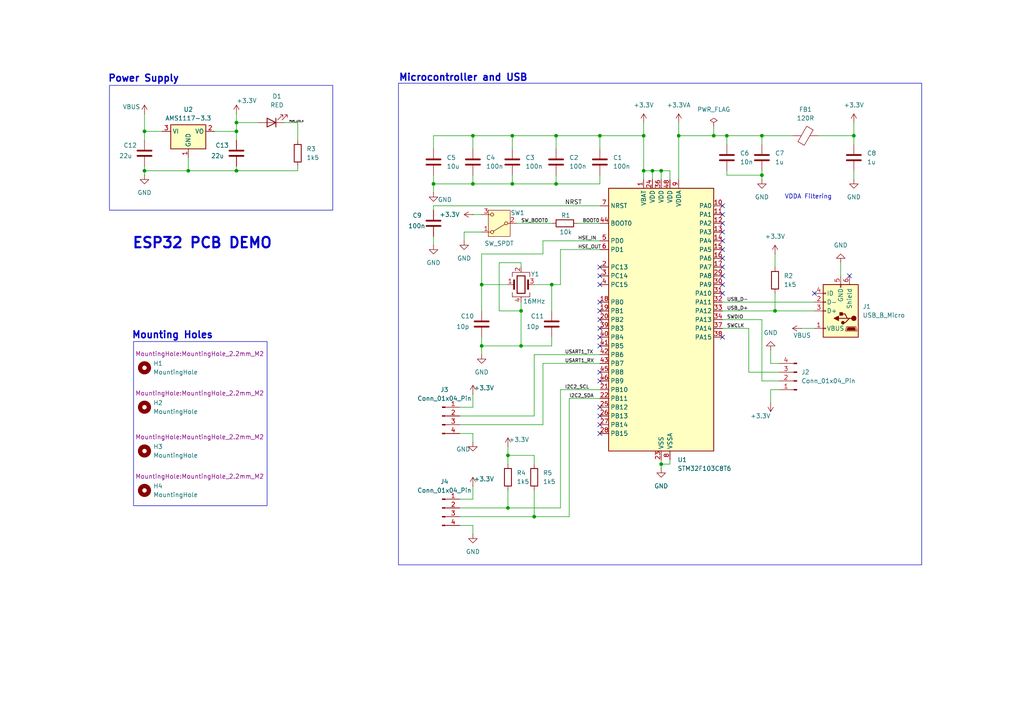
<source format=kicad_sch>
(kicad_sch
	(version 20231120)
	(generator "eeschema")
	(generator_version "8.0")
	(uuid "9e92c434-bb69-4a97-8f50-c9bfe2d40d5c")
	(paper "A4")
	(title_block
		(title "STM32 PCB DEMO")
		(date "2025-01-13")
		(rev "0.1")
		(company "SV ELECTRO")
	)
	(lib_symbols
		(symbol "Connector:Conn_01x04_Pin"
			(pin_names
				(offset 1.016) hide)
			(exclude_from_sim no)
			(in_bom yes)
			(on_board yes)
			(property "Reference" "J"
				(at 0 5.08 0)
				(effects
					(font
						(size 1.27 1.27)
					)
				)
			)
			(property "Value" "Conn_01x04_Pin"
				(at 0 -7.62 0)
				(effects
					(font
						(size 1.27 1.27)
					)
				)
			)
			(property "Footprint" ""
				(at 0 0 0)
				(effects
					(font
						(size 1.27 1.27)
					)
					(hide yes)
				)
			)
			(property "Datasheet" "~"
				(at 0 0 0)
				(effects
					(font
						(size 1.27 1.27)
					)
					(hide yes)
				)
			)
			(property "Description" "Generic connector, single row, 01x04, script generated"
				(at 0 0 0)
				(effects
					(font
						(size 1.27 1.27)
					)
					(hide yes)
				)
			)
			(property "ki_locked" ""
				(at 0 0 0)
				(effects
					(font
						(size 1.27 1.27)
					)
				)
			)
			(property "ki_keywords" "connector"
				(at 0 0 0)
				(effects
					(font
						(size 1.27 1.27)
					)
					(hide yes)
				)
			)
			(property "ki_fp_filters" "Connector*:*_1x??_*"
				(at 0 0 0)
				(effects
					(font
						(size 1.27 1.27)
					)
					(hide yes)
				)
			)
			(symbol "Conn_01x04_Pin_1_1"
				(polyline
					(pts
						(xy 1.27 -5.08) (xy 0.8636 -5.08)
					)
					(stroke
						(width 0.1524)
						(type default)
					)
					(fill
						(type none)
					)
				)
				(polyline
					(pts
						(xy 1.27 -2.54) (xy 0.8636 -2.54)
					)
					(stroke
						(width 0.1524)
						(type default)
					)
					(fill
						(type none)
					)
				)
				(polyline
					(pts
						(xy 1.27 0) (xy 0.8636 0)
					)
					(stroke
						(width 0.1524)
						(type default)
					)
					(fill
						(type none)
					)
				)
				(polyline
					(pts
						(xy 1.27 2.54) (xy 0.8636 2.54)
					)
					(stroke
						(width 0.1524)
						(type default)
					)
					(fill
						(type none)
					)
				)
				(rectangle
					(start 0.8636 -4.953)
					(end 0 -5.207)
					(stroke
						(width 0.1524)
						(type default)
					)
					(fill
						(type outline)
					)
				)
				(rectangle
					(start 0.8636 -2.413)
					(end 0 -2.667)
					(stroke
						(width 0.1524)
						(type default)
					)
					(fill
						(type outline)
					)
				)
				(rectangle
					(start 0.8636 0.127)
					(end 0 -0.127)
					(stroke
						(width 0.1524)
						(type default)
					)
					(fill
						(type outline)
					)
				)
				(rectangle
					(start 0.8636 2.667)
					(end 0 2.413)
					(stroke
						(width 0.1524)
						(type default)
					)
					(fill
						(type outline)
					)
				)
				(pin passive line
					(at 5.08 2.54 180)
					(length 3.81)
					(name "Pin_1"
						(effects
							(font
								(size 1.27 1.27)
							)
						)
					)
					(number "1"
						(effects
							(font
								(size 1.27 1.27)
							)
						)
					)
				)
				(pin passive line
					(at 5.08 0 180)
					(length 3.81)
					(name "Pin_2"
						(effects
							(font
								(size 1.27 1.27)
							)
						)
					)
					(number "2"
						(effects
							(font
								(size 1.27 1.27)
							)
						)
					)
				)
				(pin passive line
					(at 5.08 -2.54 180)
					(length 3.81)
					(name "Pin_3"
						(effects
							(font
								(size 1.27 1.27)
							)
						)
					)
					(number "3"
						(effects
							(font
								(size 1.27 1.27)
							)
						)
					)
				)
				(pin passive line
					(at 5.08 -5.08 180)
					(length 3.81)
					(name "Pin_4"
						(effects
							(font
								(size 1.27 1.27)
							)
						)
					)
					(number "4"
						(effects
							(font
								(size 1.27 1.27)
							)
						)
					)
				)
			)
		)
		(symbol "Connector:USB_B_Micro"
			(pin_names
				(offset 1.016)
			)
			(exclude_from_sim no)
			(in_bom yes)
			(on_board yes)
			(property "Reference" "J"
				(at -5.08 11.43 0)
				(effects
					(font
						(size 1.27 1.27)
					)
					(justify left)
				)
			)
			(property "Value" "USB_B_Micro"
				(at -5.08 8.89 0)
				(effects
					(font
						(size 1.27 1.27)
					)
					(justify left)
				)
			)
			(property "Footprint" ""
				(at 3.81 -1.27 0)
				(effects
					(font
						(size 1.27 1.27)
					)
					(hide yes)
				)
			)
			(property "Datasheet" "~"
				(at 3.81 -1.27 0)
				(effects
					(font
						(size 1.27 1.27)
					)
					(hide yes)
				)
			)
			(property "Description" "USB Micro Type B connector"
				(at 0 0 0)
				(effects
					(font
						(size 1.27 1.27)
					)
					(hide yes)
				)
			)
			(property "ki_keywords" "connector USB micro"
				(at 0 0 0)
				(effects
					(font
						(size 1.27 1.27)
					)
					(hide yes)
				)
			)
			(property "ki_fp_filters" "USB*"
				(at 0 0 0)
				(effects
					(font
						(size 1.27 1.27)
					)
					(hide yes)
				)
			)
			(symbol "USB_B_Micro_0_1"
				(rectangle
					(start -5.08 -7.62)
					(end 5.08 7.62)
					(stroke
						(width 0.254)
						(type default)
					)
					(fill
						(type background)
					)
				)
				(circle
					(center -3.81 2.159)
					(radius 0.635)
					(stroke
						(width 0.254)
						(type default)
					)
					(fill
						(type outline)
					)
				)
				(circle
					(center -0.635 3.429)
					(radius 0.381)
					(stroke
						(width 0.254)
						(type default)
					)
					(fill
						(type outline)
					)
				)
				(rectangle
					(start -0.127 -7.62)
					(end 0.127 -6.858)
					(stroke
						(width 0)
						(type default)
					)
					(fill
						(type none)
					)
				)
				(polyline
					(pts
						(xy -1.905 2.159) (xy 0.635 2.159)
					)
					(stroke
						(width 0.254)
						(type default)
					)
					(fill
						(type none)
					)
				)
				(polyline
					(pts
						(xy -3.175 2.159) (xy -2.54 2.159) (xy -1.27 3.429) (xy -0.635 3.429)
					)
					(stroke
						(width 0.254)
						(type default)
					)
					(fill
						(type none)
					)
				)
				(polyline
					(pts
						(xy -2.54 2.159) (xy -1.905 2.159) (xy -1.27 0.889) (xy 0 0.889)
					)
					(stroke
						(width 0.254)
						(type default)
					)
					(fill
						(type none)
					)
				)
				(polyline
					(pts
						(xy 0.635 2.794) (xy 0.635 1.524) (xy 1.905 2.159) (xy 0.635 2.794)
					)
					(stroke
						(width 0.254)
						(type default)
					)
					(fill
						(type outline)
					)
				)
				(polyline
					(pts
						(xy -4.318 5.588) (xy -1.778 5.588) (xy -2.032 4.826) (xy -4.064 4.826) (xy -4.318 5.588)
					)
					(stroke
						(width 0)
						(type default)
					)
					(fill
						(type outline)
					)
				)
				(polyline
					(pts
						(xy -4.699 5.842) (xy -4.699 5.588) (xy -4.445 4.826) (xy -4.445 4.572) (xy -1.651 4.572) (xy -1.651 4.826)
						(xy -1.397 5.588) (xy -1.397 5.842) (xy -4.699 5.842)
					)
					(stroke
						(width 0)
						(type default)
					)
					(fill
						(type none)
					)
				)
				(rectangle
					(start 0.254 1.27)
					(end -0.508 0.508)
					(stroke
						(width 0.254)
						(type default)
					)
					(fill
						(type outline)
					)
				)
				(rectangle
					(start 5.08 -5.207)
					(end 4.318 -4.953)
					(stroke
						(width 0)
						(type default)
					)
					(fill
						(type none)
					)
				)
				(rectangle
					(start 5.08 -2.667)
					(end 4.318 -2.413)
					(stroke
						(width 0)
						(type default)
					)
					(fill
						(type none)
					)
				)
				(rectangle
					(start 5.08 -0.127)
					(end 4.318 0.127)
					(stroke
						(width 0)
						(type default)
					)
					(fill
						(type none)
					)
				)
				(rectangle
					(start 5.08 4.953)
					(end 4.318 5.207)
					(stroke
						(width 0)
						(type default)
					)
					(fill
						(type none)
					)
				)
			)
			(symbol "USB_B_Micro_1_1"
				(pin power_out line
					(at 7.62 5.08 180)
					(length 2.54)
					(name "VBUS"
						(effects
							(font
								(size 1.27 1.27)
							)
						)
					)
					(number "1"
						(effects
							(font
								(size 1.27 1.27)
							)
						)
					)
				)
				(pin bidirectional line
					(at 7.62 -2.54 180)
					(length 2.54)
					(name "D-"
						(effects
							(font
								(size 1.27 1.27)
							)
						)
					)
					(number "2"
						(effects
							(font
								(size 1.27 1.27)
							)
						)
					)
				)
				(pin bidirectional line
					(at 7.62 0 180)
					(length 2.54)
					(name "D+"
						(effects
							(font
								(size 1.27 1.27)
							)
						)
					)
					(number "3"
						(effects
							(font
								(size 1.27 1.27)
							)
						)
					)
				)
				(pin passive line
					(at 7.62 -5.08 180)
					(length 2.54)
					(name "ID"
						(effects
							(font
								(size 1.27 1.27)
							)
						)
					)
					(number "4"
						(effects
							(font
								(size 1.27 1.27)
							)
						)
					)
				)
				(pin power_out line
					(at 0 -10.16 90)
					(length 2.54)
					(name "GND"
						(effects
							(font
								(size 1.27 1.27)
							)
						)
					)
					(number "5"
						(effects
							(font
								(size 1.27 1.27)
							)
						)
					)
				)
				(pin passive line
					(at -2.54 -10.16 90)
					(length 2.54)
					(name "Shield"
						(effects
							(font
								(size 1.27 1.27)
							)
						)
					)
					(number "6"
						(effects
							(font
								(size 1.27 1.27)
							)
						)
					)
				)
			)
		)
		(symbol "Device:C"
			(pin_numbers hide)
			(pin_names
				(offset 0.254)
			)
			(exclude_from_sim no)
			(in_bom yes)
			(on_board yes)
			(property "Reference" "C"
				(at 0.635 2.54 0)
				(effects
					(font
						(size 1.27 1.27)
					)
					(justify left)
				)
			)
			(property "Value" "C"
				(at 0.635 -2.54 0)
				(effects
					(font
						(size 1.27 1.27)
					)
					(justify left)
				)
			)
			(property "Footprint" ""
				(at 0.9652 -3.81 0)
				(effects
					(font
						(size 1.27 1.27)
					)
					(hide yes)
				)
			)
			(property "Datasheet" "~"
				(at 0 0 0)
				(effects
					(font
						(size 1.27 1.27)
					)
					(hide yes)
				)
			)
			(property "Description" "Unpolarized capacitor"
				(at 0 0 0)
				(effects
					(font
						(size 1.27 1.27)
					)
					(hide yes)
				)
			)
			(property "ki_keywords" "cap capacitor"
				(at 0 0 0)
				(effects
					(font
						(size 1.27 1.27)
					)
					(hide yes)
				)
			)
			(property "ki_fp_filters" "C_*"
				(at 0 0 0)
				(effects
					(font
						(size 1.27 1.27)
					)
					(hide yes)
				)
			)
			(symbol "C_0_1"
				(polyline
					(pts
						(xy -2.032 -0.762) (xy 2.032 -0.762)
					)
					(stroke
						(width 0.508)
						(type default)
					)
					(fill
						(type none)
					)
				)
				(polyline
					(pts
						(xy -2.032 0.762) (xy 2.032 0.762)
					)
					(stroke
						(width 0.508)
						(type default)
					)
					(fill
						(type none)
					)
				)
			)
			(symbol "C_1_1"
				(pin passive line
					(at 0 3.81 270)
					(length 2.794)
					(name "~"
						(effects
							(font
								(size 1.27 1.27)
							)
						)
					)
					(number "1"
						(effects
							(font
								(size 1.27 1.27)
							)
						)
					)
				)
				(pin passive line
					(at 0 -3.81 90)
					(length 2.794)
					(name "~"
						(effects
							(font
								(size 1.27 1.27)
							)
						)
					)
					(number "2"
						(effects
							(font
								(size 1.27 1.27)
							)
						)
					)
				)
			)
		)
		(symbol "Device:Crystal_GND24"
			(pin_names
				(offset 1.016) hide)
			(exclude_from_sim no)
			(in_bom yes)
			(on_board yes)
			(property "Reference" "Y"
				(at 3.175 5.08 0)
				(effects
					(font
						(size 1.27 1.27)
					)
					(justify left)
				)
			)
			(property "Value" "Crystal_GND24"
				(at 3.175 3.175 0)
				(effects
					(font
						(size 1.27 1.27)
					)
					(justify left)
				)
			)
			(property "Footprint" ""
				(at 0 0 0)
				(effects
					(font
						(size 1.27 1.27)
					)
					(hide yes)
				)
			)
			(property "Datasheet" "~"
				(at 0 0 0)
				(effects
					(font
						(size 1.27 1.27)
					)
					(hide yes)
				)
			)
			(property "Description" "Four pin crystal, GND on pins 2 and 4"
				(at 0 0 0)
				(effects
					(font
						(size 1.27 1.27)
					)
					(hide yes)
				)
			)
			(property "ki_keywords" "quartz ceramic resonator oscillator"
				(at 0 0 0)
				(effects
					(font
						(size 1.27 1.27)
					)
					(hide yes)
				)
			)
			(property "ki_fp_filters" "Crystal*"
				(at 0 0 0)
				(effects
					(font
						(size 1.27 1.27)
					)
					(hide yes)
				)
			)
			(symbol "Crystal_GND24_0_1"
				(rectangle
					(start -1.143 2.54)
					(end 1.143 -2.54)
					(stroke
						(width 0.3048)
						(type default)
					)
					(fill
						(type none)
					)
				)
				(polyline
					(pts
						(xy -2.54 0) (xy -2.032 0)
					)
					(stroke
						(width 0)
						(type default)
					)
					(fill
						(type none)
					)
				)
				(polyline
					(pts
						(xy -2.032 -1.27) (xy -2.032 1.27)
					)
					(stroke
						(width 0.508)
						(type default)
					)
					(fill
						(type none)
					)
				)
				(polyline
					(pts
						(xy 0 -3.81) (xy 0 -3.556)
					)
					(stroke
						(width 0)
						(type default)
					)
					(fill
						(type none)
					)
				)
				(polyline
					(pts
						(xy 0 3.556) (xy 0 3.81)
					)
					(stroke
						(width 0)
						(type default)
					)
					(fill
						(type none)
					)
				)
				(polyline
					(pts
						(xy 2.032 -1.27) (xy 2.032 1.27)
					)
					(stroke
						(width 0.508)
						(type default)
					)
					(fill
						(type none)
					)
				)
				(polyline
					(pts
						(xy 2.032 0) (xy 2.54 0)
					)
					(stroke
						(width 0)
						(type default)
					)
					(fill
						(type none)
					)
				)
				(polyline
					(pts
						(xy -2.54 -2.286) (xy -2.54 -3.556) (xy 2.54 -3.556) (xy 2.54 -2.286)
					)
					(stroke
						(width 0)
						(type default)
					)
					(fill
						(type none)
					)
				)
				(polyline
					(pts
						(xy -2.54 2.286) (xy -2.54 3.556) (xy 2.54 3.556) (xy 2.54 2.286)
					)
					(stroke
						(width 0)
						(type default)
					)
					(fill
						(type none)
					)
				)
			)
			(symbol "Crystal_GND24_1_1"
				(pin passive line
					(at -3.81 0 0)
					(length 1.27)
					(name "1"
						(effects
							(font
								(size 1.27 1.27)
							)
						)
					)
					(number "1"
						(effects
							(font
								(size 1.27 1.27)
							)
						)
					)
				)
				(pin passive line
					(at 0 5.08 270)
					(length 1.27)
					(name "2"
						(effects
							(font
								(size 1.27 1.27)
							)
						)
					)
					(number "2"
						(effects
							(font
								(size 1.27 1.27)
							)
						)
					)
				)
				(pin passive line
					(at 3.81 0 180)
					(length 1.27)
					(name "3"
						(effects
							(font
								(size 1.27 1.27)
							)
						)
					)
					(number "3"
						(effects
							(font
								(size 1.27 1.27)
							)
						)
					)
				)
				(pin passive line
					(at 0 -5.08 90)
					(length 1.27)
					(name "4"
						(effects
							(font
								(size 1.27 1.27)
							)
						)
					)
					(number "4"
						(effects
							(font
								(size 1.27 1.27)
							)
						)
					)
				)
			)
		)
		(symbol "Device:FerriteBead"
			(pin_numbers hide)
			(pin_names
				(offset 0)
			)
			(exclude_from_sim no)
			(in_bom yes)
			(on_board yes)
			(property "Reference" "FB"
				(at -3.81 0.635 90)
				(effects
					(font
						(size 1.27 1.27)
					)
				)
			)
			(property "Value" "FerriteBead"
				(at 3.81 0 90)
				(effects
					(font
						(size 1.27 1.27)
					)
				)
			)
			(property "Footprint" ""
				(at -1.778 0 90)
				(effects
					(font
						(size 1.27 1.27)
					)
					(hide yes)
				)
			)
			(property "Datasheet" "~"
				(at 0 0 0)
				(effects
					(font
						(size 1.27 1.27)
					)
					(hide yes)
				)
			)
			(property "Description" "Ferrite bead"
				(at 0 0 0)
				(effects
					(font
						(size 1.27 1.27)
					)
					(hide yes)
				)
			)
			(property "ki_keywords" "L ferrite bead inductor filter"
				(at 0 0 0)
				(effects
					(font
						(size 1.27 1.27)
					)
					(hide yes)
				)
			)
			(property "ki_fp_filters" "Inductor_* L_* *Ferrite*"
				(at 0 0 0)
				(effects
					(font
						(size 1.27 1.27)
					)
					(hide yes)
				)
			)
			(symbol "FerriteBead_0_1"
				(polyline
					(pts
						(xy 0 -1.27) (xy 0 -1.2192)
					)
					(stroke
						(width 0)
						(type default)
					)
					(fill
						(type none)
					)
				)
				(polyline
					(pts
						(xy 0 1.27) (xy 0 1.2954)
					)
					(stroke
						(width 0)
						(type default)
					)
					(fill
						(type none)
					)
				)
				(polyline
					(pts
						(xy -2.7686 0.4064) (xy -1.7018 2.2606) (xy 2.7686 -0.3048) (xy 1.6764 -2.159) (xy -2.7686 0.4064)
					)
					(stroke
						(width 0)
						(type default)
					)
					(fill
						(type none)
					)
				)
			)
			(symbol "FerriteBead_1_1"
				(pin passive line
					(at 0 3.81 270)
					(length 2.54)
					(name "~"
						(effects
							(font
								(size 1.27 1.27)
							)
						)
					)
					(number "1"
						(effects
							(font
								(size 1.27 1.27)
							)
						)
					)
				)
				(pin passive line
					(at 0 -3.81 90)
					(length 2.54)
					(name "~"
						(effects
							(font
								(size 1.27 1.27)
							)
						)
					)
					(number "2"
						(effects
							(font
								(size 1.27 1.27)
							)
						)
					)
				)
			)
		)
		(symbol "Device:LED"
			(pin_numbers hide)
			(pin_names
				(offset 1.016) hide)
			(exclude_from_sim no)
			(in_bom yes)
			(on_board yes)
			(property "Reference" "D"
				(at 0 2.54 0)
				(effects
					(font
						(size 1.27 1.27)
					)
				)
			)
			(property "Value" "LED"
				(at 0 -2.54 0)
				(effects
					(font
						(size 1.27 1.27)
					)
				)
			)
			(property "Footprint" ""
				(at 0 0 0)
				(effects
					(font
						(size 1.27 1.27)
					)
					(hide yes)
				)
			)
			(property "Datasheet" "~"
				(at 0 0 0)
				(effects
					(font
						(size 1.27 1.27)
					)
					(hide yes)
				)
			)
			(property "Description" "Light emitting diode"
				(at 0 0 0)
				(effects
					(font
						(size 1.27 1.27)
					)
					(hide yes)
				)
			)
			(property "ki_keywords" "LED diode"
				(at 0 0 0)
				(effects
					(font
						(size 1.27 1.27)
					)
					(hide yes)
				)
			)
			(property "ki_fp_filters" "LED* LED_SMD:* LED_THT:*"
				(at 0 0 0)
				(effects
					(font
						(size 1.27 1.27)
					)
					(hide yes)
				)
			)
			(symbol "LED_0_1"
				(polyline
					(pts
						(xy -1.27 -1.27) (xy -1.27 1.27)
					)
					(stroke
						(width 0.254)
						(type default)
					)
					(fill
						(type none)
					)
				)
				(polyline
					(pts
						(xy -1.27 0) (xy 1.27 0)
					)
					(stroke
						(width 0)
						(type default)
					)
					(fill
						(type none)
					)
				)
				(polyline
					(pts
						(xy 1.27 -1.27) (xy 1.27 1.27) (xy -1.27 0) (xy 1.27 -1.27)
					)
					(stroke
						(width 0.254)
						(type default)
					)
					(fill
						(type none)
					)
				)
				(polyline
					(pts
						(xy -3.048 -0.762) (xy -4.572 -2.286) (xy -3.81 -2.286) (xy -4.572 -2.286) (xy -4.572 -1.524)
					)
					(stroke
						(width 0)
						(type default)
					)
					(fill
						(type none)
					)
				)
				(polyline
					(pts
						(xy -1.778 -0.762) (xy -3.302 -2.286) (xy -2.54 -2.286) (xy -3.302 -2.286) (xy -3.302 -1.524)
					)
					(stroke
						(width 0)
						(type default)
					)
					(fill
						(type none)
					)
				)
			)
			(symbol "LED_1_1"
				(pin passive line
					(at -3.81 0 0)
					(length 2.54)
					(name "K"
						(effects
							(font
								(size 1.27 1.27)
							)
						)
					)
					(number "1"
						(effects
							(font
								(size 1.27 1.27)
							)
						)
					)
				)
				(pin passive line
					(at 3.81 0 180)
					(length 2.54)
					(name "A"
						(effects
							(font
								(size 1.27 1.27)
							)
						)
					)
					(number "2"
						(effects
							(font
								(size 1.27 1.27)
							)
						)
					)
				)
			)
		)
		(symbol "Device:R"
			(pin_numbers hide)
			(pin_names
				(offset 0)
			)
			(exclude_from_sim no)
			(in_bom yes)
			(on_board yes)
			(property "Reference" "R"
				(at 2.032 0 90)
				(effects
					(font
						(size 1.27 1.27)
					)
				)
			)
			(property "Value" "R"
				(at 0 0 90)
				(effects
					(font
						(size 1.27 1.27)
					)
				)
			)
			(property "Footprint" ""
				(at -1.778 0 90)
				(effects
					(font
						(size 1.27 1.27)
					)
					(hide yes)
				)
			)
			(property "Datasheet" "~"
				(at 0 0 0)
				(effects
					(font
						(size 1.27 1.27)
					)
					(hide yes)
				)
			)
			(property "Description" "Resistor"
				(at 0 0 0)
				(effects
					(font
						(size 1.27 1.27)
					)
					(hide yes)
				)
			)
			(property "ki_keywords" "R res resistor"
				(at 0 0 0)
				(effects
					(font
						(size 1.27 1.27)
					)
					(hide yes)
				)
			)
			(property "ki_fp_filters" "R_*"
				(at 0 0 0)
				(effects
					(font
						(size 1.27 1.27)
					)
					(hide yes)
				)
			)
			(symbol "R_0_1"
				(rectangle
					(start -1.016 -2.54)
					(end 1.016 2.54)
					(stroke
						(width 0.254)
						(type default)
					)
					(fill
						(type none)
					)
				)
			)
			(symbol "R_1_1"
				(pin passive line
					(at 0 3.81 270)
					(length 1.27)
					(name "~"
						(effects
							(font
								(size 1.27 1.27)
							)
						)
					)
					(number "1"
						(effects
							(font
								(size 1.27 1.27)
							)
						)
					)
				)
				(pin passive line
					(at 0 -3.81 90)
					(length 1.27)
					(name "~"
						(effects
							(font
								(size 1.27 1.27)
							)
						)
					)
					(number "2"
						(effects
							(font
								(size 1.27 1.27)
							)
						)
					)
				)
			)
		)
		(symbol "MCU_ST_STM32F1:STM32F103C8Tx"
			(exclude_from_sim no)
			(in_bom yes)
			(on_board yes)
			(property "Reference" "U"
				(at -15.24 39.37 0)
				(effects
					(font
						(size 1.27 1.27)
					)
					(justify left)
				)
			)
			(property "Value" "STM32F103C8Tx"
				(at 7.62 39.37 0)
				(effects
					(font
						(size 1.27 1.27)
					)
					(justify left)
				)
			)
			(property "Footprint" "Package_QFP:LQFP-48_7x7mm_P0.5mm"
				(at -15.24 -38.1 0)
				(effects
					(font
						(size 1.27 1.27)
					)
					(justify right)
					(hide yes)
				)
			)
			(property "Datasheet" "https://www.st.com/resource/en/datasheet/stm32f103c8.pdf"
				(at 0 0 0)
				(effects
					(font
						(size 1.27 1.27)
					)
					(hide yes)
				)
			)
			(property "Description" "STMicroelectronics Arm Cortex-M3 MCU, 64KB flash, 20KB RAM, 72 MHz, 2.0-3.6V, 37 GPIO, LQFP48"
				(at 0 0 0)
				(effects
					(font
						(size 1.27 1.27)
					)
					(hide yes)
				)
			)
			(property "ki_keywords" "Arm Cortex-M3 STM32F1 STM32F103"
				(at 0 0 0)
				(effects
					(font
						(size 1.27 1.27)
					)
					(hide yes)
				)
			)
			(property "ki_fp_filters" "LQFP*7x7mm*P0.5mm*"
				(at 0 0 0)
				(effects
					(font
						(size 1.27 1.27)
					)
					(hide yes)
				)
			)
			(symbol "STM32F103C8Tx_0_1"
				(rectangle
					(start -15.24 -38.1)
					(end 15.24 38.1)
					(stroke
						(width 0.254)
						(type default)
					)
					(fill
						(type background)
					)
				)
			)
			(symbol "STM32F103C8Tx_1_1"
				(pin power_in line
					(at -5.08 40.64 270)
					(length 2.54)
					(name "VBAT"
						(effects
							(font
								(size 1.27 1.27)
							)
						)
					)
					(number "1"
						(effects
							(font
								(size 1.27 1.27)
							)
						)
					)
				)
				(pin bidirectional line
					(at 17.78 33.02 180)
					(length 2.54)
					(name "PA0"
						(effects
							(font
								(size 1.27 1.27)
							)
						)
					)
					(number "10"
						(effects
							(font
								(size 1.27 1.27)
							)
						)
					)
					(alternate "ADC1_IN0" bidirectional line)
					(alternate "ADC2_IN0" bidirectional line)
					(alternate "SYS_WKUP" bidirectional line)
					(alternate "TIM2_CH1" bidirectional line)
					(alternate "TIM2_ETR" bidirectional line)
					(alternate "USART2_CTS" bidirectional line)
				)
				(pin bidirectional line
					(at 17.78 30.48 180)
					(length 2.54)
					(name "PA1"
						(effects
							(font
								(size 1.27 1.27)
							)
						)
					)
					(number "11"
						(effects
							(font
								(size 1.27 1.27)
							)
						)
					)
					(alternate "ADC1_IN1" bidirectional line)
					(alternate "ADC2_IN1" bidirectional line)
					(alternate "TIM2_CH2" bidirectional line)
					(alternate "USART2_RTS" bidirectional line)
				)
				(pin bidirectional line
					(at 17.78 27.94 180)
					(length 2.54)
					(name "PA2"
						(effects
							(font
								(size 1.27 1.27)
							)
						)
					)
					(number "12"
						(effects
							(font
								(size 1.27 1.27)
							)
						)
					)
					(alternate "ADC1_IN2" bidirectional line)
					(alternate "ADC2_IN2" bidirectional line)
					(alternate "TIM2_CH3" bidirectional line)
					(alternate "USART2_TX" bidirectional line)
				)
				(pin bidirectional line
					(at 17.78 25.4 180)
					(length 2.54)
					(name "PA3"
						(effects
							(font
								(size 1.27 1.27)
							)
						)
					)
					(number "13"
						(effects
							(font
								(size 1.27 1.27)
							)
						)
					)
					(alternate "ADC1_IN3" bidirectional line)
					(alternate "ADC2_IN3" bidirectional line)
					(alternate "TIM2_CH4" bidirectional line)
					(alternate "USART2_RX" bidirectional line)
				)
				(pin bidirectional line
					(at 17.78 22.86 180)
					(length 2.54)
					(name "PA4"
						(effects
							(font
								(size 1.27 1.27)
							)
						)
					)
					(number "14"
						(effects
							(font
								(size 1.27 1.27)
							)
						)
					)
					(alternate "ADC1_IN4" bidirectional line)
					(alternate "ADC2_IN4" bidirectional line)
					(alternate "SPI1_NSS" bidirectional line)
					(alternate "USART2_CK" bidirectional line)
				)
				(pin bidirectional line
					(at 17.78 20.32 180)
					(length 2.54)
					(name "PA5"
						(effects
							(font
								(size 1.27 1.27)
							)
						)
					)
					(number "15"
						(effects
							(font
								(size 1.27 1.27)
							)
						)
					)
					(alternate "ADC1_IN5" bidirectional line)
					(alternate "ADC2_IN5" bidirectional line)
					(alternate "SPI1_SCK" bidirectional line)
				)
				(pin bidirectional line
					(at 17.78 17.78 180)
					(length 2.54)
					(name "PA6"
						(effects
							(font
								(size 1.27 1.27)
							)
						)
					)
					(number "16"
						(effects
							(font
								(size 1.27 1.27)
							)
						)
					)
					(alternate "ADC1_IN6" bidirectional line)
					(alternate "ADC2_IN6" bidirectional line)
					(alternate "SPI1_MISO" bidirectional line)
					(alternate "TIM1_BKIN" bidirectional line)
					(alternate "TIM3_CH1" bidirectional line)
				)
				(pin bidirectional line
					(at 17.78 15.24 180)
					(length 2.54)
					(name "PA7"
						(effects
							(font
								(size 1.27 1.27)
							)
						)
					)
					(number "17"
						(effects
							(font
								(size 1.27 1.27)
							)
						)
					)
					(alternate "ADC1_IN7" bidirectional line)
					(alternate "ADC2_IN7" bidirectional line)
					(alternate "SPI1_MOSI" bidirectional line)
					(alternate "TIM1_CH1N" bidirectional line)
					(alternate "TIM3_CH2" bidirectional line)
				)
				(pin bidirectional line
					(at -17.78 5.08 0)
					(length 2.54)
					(name "PB0"
						(effects
							(font
								(size 1.27 1.27)
							)
						)
					)
					(number "18"
						(effects
							(font
								(size 1.27 1.27)
							)
						)
					)
					(alternate "ADC1_IN8" bidirectional line)
					(alternate "ADC2_IN8" bidirectional line)
					(alternate "TIM1_CH2N" bidirectional line)
					(alternate "TIM3_CH3" bidirectional line)
				)
				(pin bidirectional line
					(at -17.78 2.54 0)
					(length 2.54)
					(name "PB1"
						(effects
							(font
								(size 1.27 1.27)
							)
						)
					)
					(number "19"
						(effects
							(font
								(size 1.27 1.27)
							)
						)
					)
					(alternate "ADC1_IN9" bidirectional line)
					(alternate "ADC2_IN9" bidirectional line)
					(alternate "TIM1_CH3N" bidirectional line)
					(alternate "TIM3_CH4" bidirectional line)
				)
				(pin bidirectional line
					(at -17.78 15.24 0)
					(length 2.54)
					(name "PC13"
						(effects
							(font
								(size 1.27 1.27)
							)
						)
					)
					(number "2"
						(effects
							(font
								(size 1.27 1.27)
							)
						)
					)
					(alternate "RTC_OUT" bidirectional line)
					(alternate "RTC_TAMPER" bidirectional line)
				)
				(pin bidirectional line
					(at -17.78 0 0)
					(length 2.54)
					(name "PB2"
						(effects
							(font
								(size 1.27 1.27)
							)
						)
					)
					(number "20"
						(effects
							(font
								(size 1.27 1.27)
							)
						)
					)
				)
				(pin bidirectional line
					(at -17.78 -20.32 0)
					(length 2.54)
					(name "PB10"
						(effects
							(font
								(size 1.27 1.27)
							)
						)
					)
					(number "21"
						(effects
							(font
								(size 1.27 1.27)
							)
						)
					)
					(alternate "I2C2_SCL" bidirectional line)
					(alternate "TIM2_CH3" bidirectional line)
					(alternate "USART3_TX" bidirectional line)
				)
				(pin bidirectional line
					(at -17.78 -22.86 0)
					(length 2.54)
					(name "PB11"
						(effects
							(font
								(size 1.27 1.27)
							)
						)
					)
					(number "22"
						(effects
							(font
								(size 1.27 1.27)
							)
						)
					)
					(alternate "ADC1_EXTI11" bidirectional line)
					(alternate "ADC2_EXTI11" bidirectional line)
					(alternate "I2C2_SDA" bidirectional line)
					(alternate "TIM2_CH4" bidirectional line)
					(alternate "USART3_RX" bidirectional line)
				)
				(pin power_in line
					(at 0 -40.64 90)
					(length 2.54)
					(name "VSS"
						(effects
							(font
								(size 1.27 1.27)
							)
						)
					)
					(number "23"
						(effects
							(font
								(size 1.27 1.27)
							)
						)
					)
				)
				(pin power_in line
					(at -2.54 40.64 270)
					(length 2.54)
					(name "VDD"
						(effects
							(font
								(size 1.27 1.27)
							)
						)
					)
					(number "24"
						(effects
							(font
								(size 1.27 1.27)
							)
						)
					)
				)
				(pin bidirectional line
					(at -17.78 -25.4 0)
					(length 2.54)
					(name "PB12"
						(effects
							(font
								(size 1.27 1.27)
							)
						)
					)
					(number "25"
						(effects
							(font
								(size 1.27 1.27)
							)
						)
					)
					(alternate "I2C2_SMBA" bidirectional line)
					(alternate "SPI2_NSS" bidirectional line)
					(alternate "TIM1_BKIN" bidirectional line)
					(alternate "USART3_CK" bidirectional line)
				)
				(pin bidirectional line
					(at -17.78 -27.94 0)
					(length 2.54)
					(name "PB13"
						(effects
							(font
								(size 1.27 1.27)
							)
						)
					)
					(number "26"
						(effects
							(font
								(size 1.27 1.27)
							)
						)
					)
					(alternate "SPI2_SCK" bidirectional line)
					(alternate "TIM1_CH1N" bidirectional line)
					(alternate "USART3_CTS" bidirectional line)
				)
				(pin bidirectional line
					(at -17.78 -30.48 0)
					(length 2.54)
					(name "PB14"
						(effects
							(font
								(size 1.27 1.27)
							)
						)
					)
					(number "27"
						(effects
							(font
								(size 1.27 1.27)
							)
						)
					)
					(alternate "SPI2_MISO" bidirectional line)
					(alternate "TIM1_CH2N" bidirectional line)
					(alternate "USART3_RTS" bidirectional line)
				)
				(pin bidirectional line
					(at -17.78 -33.02 0)
					(length 2.54)
					(name "PB15"
						(effects
							(font
								(size 1.27 1.27)
							)
						)
					)
					(number "28"
						(effects
							(font
								(size 1.27 1.27)
							)
						)
					)
					(alternate "ADC1_EXTI15" bidirectional line)
					(alternate "ADC2_EXTI15" bidirectional line)
					(alternate "SPI2_MOSI" bidirectional line)
					(alternate "TIM1_CH3N" bidirectional line)
				)
				(pin bidirectional line
					(at 17.78 12.7 180)
					(length 2.54)
					(name "PA8"
						(effects
							(font
								(size 1.27 1.27)
							)
						)
					)
					(number "29"
						(effects
							(font
								(size 1.27 1.27)
							)
						)
					)
					(alternate "RCC_MCO" bidirectional line)
					(alternate "TIM1_CH1" bidirectional line)
					(alternate "USART1_CK" bidirectional line)
				)
				(pin bidirectional line
					(at -17.78 12.7 0)
					(length 2.54)
					(name "PC14"
						(effects
							(font
								(size 1.27 1.27)
							)
						)
					)
					(number "3"
						(effects
							(font
								(size 1.27 1.27)
							)
						)
					)
					(alternate "RCC_OSC32_IN" bidirectional line)
				)
				(pin bidirectional line
					(at 17.78 10.16 180)
					(length 2.54)
					(name "PA9"
						(effects
							(font
								(size 1.27 1.27)
							)
						)
					)
					(number "30"
						(effects
							(font
								(size 1.27 1.27)
							)
						)
					)
					(alternate "TIM1_CH2" bidirectional line)
					(alternate "USART1_TX" bidirectional line)
				)
				(pin bidirectional line
					(at 17.78 7.62 180)
					(length 2.54)
					(name "PA10"
						(effects
							(font
								(size 1.27 1.27)
							)
						)
					)
					(number "31"
						(effects
							(font
								(size 1.27 1.27)
							)
						)
					)
					(alternate "TIM1_CH3" bidirectional line)
					(alternate "USART1_RX" bidirectional line)
				)
				(pin bidirectional line
					(at 17.78 5.08 180)
					(length 2.54)
					(name "PA11"
						(effects
							(font
								(size 1.27 1.27)
							)
						)
					)
					(number "32"
						(effects
							(font
								(size 1.27 1.27)
							)
						)
					)
					(alternate "ADC1_EXTI11" bidirectional line)
					(alternate "ADC2_EXTI11" bidirectional line)
					(alternate "CAN_RX" bidirectional line)
					(alternate "TIM1_CH4" bidirectional line)
					(alternate "USART1_CTS" bidirectional line)
					(alternate "USB_DM" bidirectional line)
				)
				(pin bidirectional line
					(at 17.78 2.54 180)
					(length 2.54)
					(name "PA12"
						(effects
							(font
								(size 1.27 1.27)
							)
						)
					)
					(number "33"
						(effects
							(font
								(size 1.27 1.27)
							)
						)
					)
					(alternate "CAN_TX" bidirectional line)
					(alternate "TIM1_ETR" bidirectional line)
					(alternate "USART1_RTS" bidirectional line)
					(alternate "USB_DP" bidirectional line)
				)
				(pin bidirectional line
					(at 17.78 0 180)
					(length 2.54)
					(name "PA13"
						(effects
							(font
								(size 1.27 1.27)
							)
						)
					)
					(number "34"
						(effects
							(font
								(size 1.27 1.27)
							)
						)
					)
					(alternate "SYS_JTMS-SWDIO" bidirectional line)
				)
				(pin passive line
					(at 0 -40.64 90)
					(length 2.54) hide
					(name "VSS"
						(effects
							(font
								(size 1.27 1.27)
							)
						)
					)
					(number "35"
						(effects
							(font
								(size 1.27 1.27)
							)
						)
					)
				)
				(pin power_in line
					(at 0 40.64 270)
					(length 2.54)
					(name "VDD"
						(effects
							(font
								(size 1.27 1.27)
							)
						)
					)
					(number "36"
						(effects
							(font
								(size 1.27 1.27)
							)
						)
					)
				)
				(pin bidirectional line
					(at 17.78 -2.54 180)
					(length 2.54)
					(name "PA14"
						(effects
							(font
								(size 1.27 1.27)
							)
						)
					)
					(number "37"
						(effects
							(font
								(size 1.27 1.27)
							)
						)
					)
					(alternate "SYS_JTCK-SWCLK" bidirectional line)
				)
				(pin bidirectional line
					(at 17.78 -5.08 180)
					(length 2.54)
					(name "PA15"
						(effects
							(font
								(size 1.27 1.27)
							)
						)
					)
					(number "38"
						(effects
							(font
								(size 1.27 1.27)
							)
						)
					)
					(alternate "ADC1_EXTI15" bidirectional line)
					(alternate "ADC2_EXTI15" bidirectional line)
					(alternate "SPI1_NSS" bidirectional line)
					(alternate "SYS_JTDI" bidirectional line)
					(alternate "TIM2_CH1" bidirectional line)
					(alternate "TIM2_ETR" bidirectional line)
				)
				(pin bidirectional line
					(at -17.78 -2.54 0)
					(length 2.54)
					(name "PB3"
						(effects
							(font
								(size 1.27 1.27)
							)
						)
					)
					(number "39"
						(effects
							(font
								(size 1.27 1.27)
							)
						)
					)
					(alternate "SPI1_SCK" bidirectional line)
					(alternate "SYS_JTDO-TRACESWO" bidirectional line)
					(alternate "TIM2_CH2" bidirectional line)
				)
				(pin bidirectional line
					(at -17.78 10.16 0)
					(length 2.54)
					(name "PC15"
						(effects
							(font
								(size 1.27 1.27)
							)
						)
					)
					(number "4"
						(effects
							(font
								(size 1.27 1.27)
							)
						)
					)
					(alternate "ADC1_EXTI15" bidirectional line)
					(alternate "ADC2_EXTI15" bidirectional line)
					(alternate "RCC_OSC32_OUT" bidirectional line)
				)
				(pin bidirectional line
					(at -17.78 -5.08 0)
					(length 2.54)
					(name "PB4"
						(effects
							(font
								(size 1.27 1.27)
							)
						)
					)
					(number "40"
						(effects
							(font
								(size 1.27 1.27)
							)
						)
					)
					(alternate "SPI1_MISO" bidirectional line)
					(alternate "SYS_NJTRST" bidirectional line)
					(alternate "TIM3_CH1" bidirectional line)
				)
				(pin bidirectional line
					(at -17.78 -7.62 0)
					(length 2.54)
					(name "PB5"
						(effects
							(font
								(size 1.27 1.27)
							)
						)
					)
					(number "41"
						(effects
							(font
								(size 1.27 1.27)
							)
						)
					)
					(alternate "I2C1_SMBA" bidirectional line)
					(alternate "SPI1_MOSI" bidirectional line)
					(alternate "TIM3_CH2" bidirectional line)
				)
				(pin bidirectional line
					(at -17.78 -10.16 0)
					(length 2.54)
					(name "PB6"
						(effects
							(font
								(size 1.27 1.27)
							)
						)
					)
					(number "42"
						(effects
							(font
								(size 1.27 1.27)
							)
						)
					)
					(alternate "I2C1_SCL" bidirectional line)
					(alternate "TIM4_CH1" bidirectional line)
					(alternate "USART1_TX" bidirectional line)
				)
				(pin bidirectional line
					(at -17.78 -12.7 0)
					(length 2.54)
					(name "PB7"
						(effects
							(font
								(size 1.27 1.27)
							)
						)
					)
					(number "43"
						(effects
							(font
								(size 1.27 1.27)
							)
						)
					)
					(alternate "I2C1_SDA" bidirectional line)
					(alternate "TIM4_CH2" bidirectional line)
					(alternate "USART1_RX" bidirectional line)
				)
				(pin input line
					(at -17.78 27.94 0)
					(length 2.54)
					(name "BOOT0"
						(effects
							(font
								(size 1.27 1.27)
							)
						)
					)
					(number "44"
						(effects
							(font
								(size 1.27 1.27)
							)
						)
					)
				)
				(pin bidirectional line
					(at -17.78 -15.24 0)
					(length 2.54)
					(name "PB8"
						(effects
							(font
								(size 1.27 1.27)
							)
						)
					)
					(number "45"
						(effects
							(font
								(size 1.27 1.27)
							)
						)
					)
					(alternate "CAN_RX" bidirectional line)
					(alternate "I2C1_SCL" bidirectional line)
					(alternate "TIM4_CH3" bidirectional line)
				)
				(pin bidirectional line
					(at -17.78 -17.78 0)
					(length 2.54)
					(name "PB9"
						(effects
							(font
								(size 1.27 1.27)
							)
						)
					)
					(number "46"
						(effects
							(font
								(size 1.27 1.27)
							)
						)
					)
					(alternate "CAN_TX" bidirectional line)
					(alternate "I2C1_SDA" bidirectional line)
					(alternate "TIM4_CH4" bidirectional line)
				)
				(pin passive line
					(at 0 -40.64 90)
					(length 2.54) hide
					(name "VSS"
						(effects
							(font
								(size 1.27 1.27)
							)
						)
					)
					(number "47"
						(effects
							(font
								(size 1.27 1.27)
							)
						)
					)
				)
				(pin power_in line
					(at 2.54 40.64 270)
					(length 2.54)
					(name "VDD"
						(effects
							(font
								(size 1.27 1.27)
							)
						)
					)
					(number "48"
						(effects
							(font
								(size 1.27 1.27)
							)
						)
					)
				)
				(pin bidirectional line
					(at -17.78 22.86 0)
					(length 2.54)
					(name "PD0"
						(effects
							(font
								(size 1.27 1.27)
							)
						)
					)
					(number "5"
						(effects
							(font
								(size 1.27 1.27)
							)
						)
					)
					(alternate "RCC_OSC_IN" bidirectional line)
				)
				(pin bidirectional line
					(at -17.78 20.32 0)
					(length 2.54)
					(name "PD1"
						(effects
							(font
								(size 1.27 1.27)
							)
						)
					)
					(number "6"
						(effects
							(font
								(size 1.27 1.27)
							)
						)
					)
					(alternate "RCC_OSC_OUT" bidirectional line)
				)
				(pin input line
					(at -17.78 33.02 0)
					(length 2.54)
					(name "NRST"
						(effects
							(font
								(size 1.27 1.27)
							)
						)
					)
					(number "7"
						(effects
							(font
								(size 1.27 1.27)
							)
						)
					)
				)
				(pin power_in line
					(at 2.54 -40.64 90)
					(length 2.54)
					(name "VSSA"
						(effects
							(font
								(size 1.27 1.27)
							)
						)
					)
					(number "8"
						(effects
							(font
								(size 1.27 1.27)
							)
						)
					)
				)
				(pin power_in line
					(at 5.08 40.64 270)
					(length 2.54)
					(name "VDDA"
						(effects
							(font
								(size 1.27 1.27)
							)
						)
					)
					(number "9"
						(effects
							(font
								(size 1.27 1.27)
							)
						)
					)
				)
			)
		)
		(symbol "Mechanical:MountingHole"
			(pin_names
				(offset 1.016)
			)
			(exclude_from_sim yes)
			(in_bom no)
			(on_board yes)
			(property "Reference" "H"
				(at 0 5.08 0)
				(effects
					(font
						(size 1.27 1.27)
					)
				)
			)
			(property "Value" "MountingHole"
				(at 0 3.175 0)
				(effects
					(font
						(size 1.27 1.27)
					)
				)
			)
			(property "Footprint" ""
				(at 0 0 0)
				(effects
					(font
						(size 1.27 1.27)
					)
					(hide yes)
				)
			)
			(property "Datasheet" "~"
				(at 0 0 0)
				(effects
					(font
						(size 1.27 1.27)
					)
					(hide yes)
				)
			)
			(property "Description" "Mounting Hole without connection"
				(at 0 0 0)
				(effects
					(font
						(size 1.27 1.27)
					)
					(hide yes)
				)
			)
			(property "ki_keywords" "mounting hole"
				(at 0 0 0)
				(effects
					(font
						(size 1.27 1.27)
					)
					(hide yes)
				)
			)
			(property "ki_fp_filters" "MountingHole*"
				(at 0 0 0)
				(effects
					(font
						(size 1.27 1.27)
					)
					(hide yes)
				)
			)
			(symbol "MountingHole_0_1"
				(circle
					(center 0 0)
					(radius 1.27)
					(stroke
						(width 1.27)
						(type default)
					)
					(fill
						(type none)
					)
				)
			)
		)
		(symbol "Regulator_Linear:AMS1117-3.3"
			(exclude_from_sim no)
			(in_bom yes)
			(on_board yes)
			(property "Reference" "U"
				(at -3.81 3.175 0)
				(effects
					(font
						(size 1.27 1.27)
					)
				)
			)
			(property "Value" "AMS1117-3.3"
				(at 0 3.175 0)
				(effects
					(font
						(size 1.27 1.27)
					)
					(justify left)
				)
			)
			(property "Footprint" "Package_TO_SOT_SMD:SOT-223-3_TabPin2"
				(at 0 5.08 0)
				(effects
					(font
						(size 1.27 1.27)
					)
					(hide yes)
				)
			)
			(property "Datasheet" "http://www.advanced-monolithic.com/pdf/ds1117.pdf"
				(at 2.54 -6.35 0)
				(effects
					(font
						(size 1.27 1.27)
					)
					(hide yes)
				)
			)
			(property "Description" "1A Low Dropout regulator, positive, 3.3V fixed output, SOT-223"
				(at 0 0 0)
				(effects
					(font
						(size 1.27 1.27)
					)
					(hide yes)
				)
			)
			(property "ki_keywords" "linear regulator ldo fixed positive"
				(at 0 0 0)
				(effects
					(font
						(size 1.27 1.27)
					)
					(hide yes)
				)
			)
			(property "ki_fp_filters" "SOT?223*TabPin2*"
				(at 0 0 0)
				(effects
					(font
						(size 1.27 1.27)
					)
					(hide yes)
				)
			)
			(symbol "AMS1117-3.3_0_1"
				(rectangle
					(start -5.08 -5.08)
					(end 5.08 1.905)
					(stroke
						(width 0.254)
						(type default)
					)
					(fill
						(type background)
					)
				)
			)
			(symbol "AMS1117-3.3_1_1"
				(pin power_in line
					(at 0 -7.62 90)
					(length 2.54)
					(name "GND"
						(effects
							(font
								(size 1.27 1.27)
							)
						)
					)
					(number "1"
						(effects
							(font
								(size 1.27 1.27)
							)
						)
					)
				)
				(pin power_out line
					(at 7.62 0 180)
					(length 2.54)
					(name "VO"
						(effects
							(font
								(size 1.27 1.27)
							)
						)
					)
					(number "2"
						(effects
							(font
								(size 1.27 1.27)
							)
						)
					)
				)
				(pin power_in line
					(at -7.62 0 0)
					(length 2.54)
					(name "VI"
						(effects
							(font
								(size 1.27 1.27)
							)
						)
					)
					(number "3"
						(effects
							(font
								(size 1.27 1.27)
							)
						)
					)
				)
			)
		)
		(symbol "Switch:SW_SPDT"
			(pin_names
				(offset 0) hide)
			(exclude_from_sim no)
			(in_bom yes)
			(on_board yes)
			(property "Reference" "SW"
				(at 0 5.08 0)
				(effects
					(font
						(size 1.27 1.27)
					)
				)
			)
			(property "Value" "SW_SPDT"
				(at 0 -5.08 0)
				(effects
					(font
						(size 1.27 1.27)
					)
				)
			)
			(property "Footprint" ""
				(at 0 0 0)
				(effects
					(font
						(size 1.27 1.27)
					)
					(hide yes)
				)
			)
			(property "Datasheet" "~"
				(at 0 -7.62 0)
				(effects
					(font
						(size 1.27 1.27)
					)
					(hide yes)
				)
			)
			(property "Description" "Switch, single pole double throw"
				(at 0 0 0)
				(effects
					(font
						(size 1.27 1.27)
					)
					(hide yes)
				)
			)
			(property "ki_keywords" "switch single-pole double-throw spdt ON-ON"
				(at 0 0 0)
				(effects
					(font
						(size 1.27 1.27)
					)
					(hide yes)
				)
			)
			(symbol "SW_SPDT_0_1"
				(circle
					(center -2.032 0)
					(radius 0.4572)
					(stroke
						(width 0)
						(type default)
					)
					(fill
						(type none)
					)
				)
				(polyline
					(pts
						(xy -1.651 0.254) (xy 1.651 2.286)
					)
					(stroke
						(width 0)
						(type default)
					)
					(fill
						(type none)
					)
				)
				(circle
					(center 2.032 -2.54)
					(radius 0.4572)
					(stroke
						(width 0)
						(type default)
					)
					(fill
						(type none)
					)
				)
				(circle
					(center 2.032 2.54)
					(radius 0.4572)
					(stroke
						(width 0)
						(type default)
					)
					(fill
						(type none)
					)
				)
			)
			(symbol "SW_SPDT_1_1"
				(rectangle
					(start -3.175 3.81)
					(end 3.175 -3.81)
					(stroke
						(width 0)
						(type default)
					)
					(fill
						(type background)
					)
				)
				(pin passive line
					(at 5.08 2.54 180)
					(length 2.54)
					(name "A"
						(effects
							(font
								(size 1.27 1.27)
							)
						)
					)
					(number "1"
						(effects
							(font
								(size 1.27 1.27)
							)
						)
					)
				)
				(pin passive line
					(at -5.08 0 0)
					(length 2.54)
					(name "B"
						(effects
							(font
								(size 1.27 1.27)
							)
						)
					)
					(number "2"
						(effects
							(font
								(size 1.27 1.27)
							)
						)
					)
				)
				(pin passive line
					(at 5.08 -2.54 180)
					(length 2.54)
					(name "C"
						(effects
							(font
								(size 1.27 1.27)
							)
						)
					)
					(number "3"
						(effects
							(font
								(size 1.27 1.27)
							)
						)
					)
				)
			)
		)
		(symbol "power:+3.3V"
			(power)
			(pin_numbers hide)
			(pin_names
				(offset 0) hide)
			(exclude_from_sim no)
			(in_bom yes)
			(on_board yes)
			(property "Reference" "#PWR"
				(at 0 -3.81 0)
				(effects
					(font
						(size 1.27 1.27)
					)
					(hide yes)
				)
			)
			(property "Value" "+3.3V"
				(at 0 3.556 0)
				(effects
					(font
						(size 1.27 1.27)
					)
				)
			)
			(property "Footprint" ""
				(at 0 0 0)
				(effects
					(font
						(size 1.27 1.27)
					)
					(hide yes)
				)
			)
			(property "Datasheet" ""
				(at 0 0 0)
				(effects
					(font
						(size 1.27 1.27)
					)
					(hide yes)
				)
			)
			(property "Description" "Power symbol creates a global label with name \"+3.3V\""
				(at 0 0 0)
				(effects
					(font
						(size 1.27 1.27)
					)
					(hide yes)
				)
			)
			(property "ki_keywords" "global power"
				(at 0 0 0)
				(effects
					(font
						(size 1.27 1.27)
					)
					(hide yes)
				)
			)
			(symbol "+3.3V_0_1"
				(polyline
					(pts
						(xy -0.762 1.27) (xy 0 2.54)
					)
					(stroke
						(width 0)
						(type default)
					)
					(fill
						(type none)
					)
				)
				(polyline
					(pts
						(xy 0 0) (xy 0 2.54)
					)
					(stroke
						(width 0)
						(type default)
					)
					(fill
						(type none)
					)
				)
				(polyline
					(pts
						(xy 0 2.54) (xy 0.762 1.27)
					)
					(stroke
						(width 0)
						(type default)
					)
					(fill
						(type none)
					)
				)
			)
			(symbol "+3.3V_1_1"
				(pin power_in line
					(at 0 0 90)
					(length 0)
					(name "~"
						(effects
							(font
								(size 1.27 1.27)
							)
						)
					)
					(number "1"
						(effects
							(font
								(size 1.27 1.27)
							)
						)
					)
				)
			)
		)
		(symbol "power:+3.3VA"
			(power)
			(pin_numbers hide)
			(pin_names
				(offset 0) hide)
			(exclude_from_sim no)
			(in_bom yes)
			(on_board yes)
			(property "Reference" "#PWR"
				(at 0 -3.81 0)
				(effects
					(font
						(size 1.27 1.27)
					)
					(hide yes)
				)
			)
			(property "Value" "+3.3VA"
				(at 0 3.556 0)
				(effects
					(font
						(size 1.27 1.27)
					)
				)
			)
			(property "Footprint" ""
				(at 0 0 0)
				(effects
					(font
						(size 1.27 1.27)
					)
					(hide yes)
				)
			)
			(property "Datasheet" ""
				(at 0 0 0)
				(effects
					(font
						(size 1.27 1.27)
					)
					(hide yes)
				)
			)
			(property "Description" "Power symbol creates a global label with name \"+3.3VA\""
				(at 0 0 0)
				(effects
					(font
						(size 1.27 1.27)
					)
					(hide yes)
				)
			)
			(property "ki_keywords" "global power"
				(at 0 0 0)
				(effects
					(font
						(size 1.27 1.27)
					)
					(hide yes)
				)
			)
			(symbol "+3.3VA_0_1"
				(polyline
					(pts
						(xy -0.762 1.27) (xy 0 2.54)
					)
					(stroke
						(width 0)
						(type default)
					)
					(fill
						(type none)
					)
				)
				(polyline
					(pts
						(xy 0 0) (xy 0 2.54)
					)
					(stroke
						(width 0)
						(type default)
					)
					(fill
						(type none)
					)
				)
				(polyline
					(pts
						(xy 0 2.54) (xy 0.762 1.27)
					)
					(stroke
						(width 0)
						(type default)
					)
					(fill
						(type none)
					)
				)
			)
			(symbol "+3.3VA_1_1"
				(pin power_in line
					(at 0 0 90)
					(length 0)
					(name "~"
						(effects
							(font
								(size 1.27 1.27)
							)
						)
					)
					(number "1"
						(effects
							(font
								(size 1.27 1.27)
							)
						)
					)
				)
			)
		)
		(symbol "power:GND"
			(power)
			(pin_numbers hide)
			(pin_names
				(offset 0) hide)
			(exclude_from_sim no)
			(in_bom yes)
			(on_board yes)
			(property "Reference" "#PWR"
				(at 0 -6.35 0)
				(effects
					(font
						(size 1.27 1.27)
					)
					(hide yes)
				)
			)
			(property "Value" "GND"
				(at 0 -3.81 0)
				(effects
					(font
						(size 1.27 1.27)
					)
				)
			)
			(property "Footprint" ""
				(at 0 0 0)
				(effects
					(font
						(size 1.27 1.27)
					)
					(hide yes)
				)
			)
			(property "Datasheet" ""
				(at 0 0 0)
				(effects
					(font
						(size 1.27 1.27)
					)
					(hide yes)
				)
			)
			(property "Description" "Power symbol creates a global label with name \"GND\" , ground"
				(at 0 0 0)
				(effects
					(font
						(size 1.27 1.27)
					)
					(hide yes)
				)
			)
			(property "ki_keywords" "global power"
				(at 0 0 0)
				(effects
					(font
						(size 1.27 1.27)
					)
					(hide yes)
				)
			)
			(symbol "GND_0_1"
				(polyline
					(pts
						(xy 0 0) (xy 0 -1.27) (xy 1.27 -1.27) (xy 0 -2.54) (xy -1.27 -1.27) (xy 0 -1.27)
					)
					(stroke
						(width 0)
						(type default)
					)
					(fill
						(type none)
					)
				)
			)
			(symbol "GND_1_1"
				(pin power_in line
					(at 0 0 270)
					(length 0)
					(name "~"
						(effects
							(font
								(size 1.27 1.27)
							)
						)
					)
					(number "1"
						(effects
							(font
								(size 1.27 1.27)
							)
						)
					)
				)
			)
		)
		(symbol "power:PWR_FLAG"
			(power)
			(pin_numbers hide)
			(pin_names
				(offset 0) hide)
			(exclude_from_sim no)
			(in_bom yes)
			(on_board yes)
			(property "Reference" "#FLG"
				(at 0 1.905 0)
				(effects
					(font
						(size 1.27 1.27)
					)
					(hide yes)
				)
			)
			(property "Value" "PWR_FLAG"
				(at 0 3.81 0)
				(effects
					(font
						(size 1.27 1.27)
					)
				)
			)
			(property "Footprint" ""
				(at 0 0 0)
				(effects
					(font
						(size 1.27 1.27)
					)
					(hide yes)
				)
			)
			(property "Datasheet" "~"
				(at 0 0 0)
				(effects
					(font
						(size 1.27 1.27)
					)
					(hide yes)
				)
			)
			(property "Description" "Special symbol for telling ERC where power comes from"
				(at 0 0 0)
				(effects
					(font
						(size 1.27 1.27)
					)
					(hide yes)
				)
			)
			(property "ki_keywords" "flag power"
				(at 0 0 0)
				(effects
					(font
						(size 1.27 1.27)
					)
					(hide yes)
				)
			)
			(symbol "PWR_FLAG_0_0"
				(pin power_out line
					(at 0 0 90)
					(length 0)
					(name "~"
						(effects
							(font
								(size 1.27 1.27)
							)
						)
					)
					(number "1"
						(effects
							(font
								(size 1.27 1.27)
							)
						)
					)
				)
			)
			(symbol "PWR_FLAG_0_1"
				(polyline
					(pts
						(xy 0 0) (xy 0 1.27) (xy -1.016 1.905) (xy 0 2.54) (xy 1.016 1.905) (xy 0 1.27)
					)
					(stroke
						(width 0)
						(type default)
					)
					(fill
						(type none)
					)
				)
			)
		)
		(symbol "power:VBUS"
			(power)
			(pin_numbers hide)
			(pin_names
				(offset 0) hide)
			(exclude_from_sim no)
			(in_bom yes)
			(on_board yes)
			(property "Reference" "#PWR"
				(at 0 -3.81 0)
				(effects
					(font
						(size 1.27 1.27)
					)
					(hide yes)
				)
			)
			(property "Value" "VBUS"
				(at 0 3.556 0)
				(effects
					(font
						(size 1.27 1.27)
					)
				)
			)
			(property "Footprint" ""
				(at 0 0 0)
				(effects
					(font
						(size 1.27 1.27)
					)
					(hide yes)
				)
			)
			(property "Datasheet" ""
				(at 0 0 0)
				(effects
					(font
						(size 1.27 1.27)
					)
					(hide yes)
				)
			)
			(property "Description" "Power symbol creates a global label with name \"VBUS\""
				(at 0 0 0)
				(effects
					(font
						(size 1.27 1.27)
					)
					(hide yes)
				)
			)
			(property "ki_keywords" "global power"
				(at 0 0 0)
				(effects
					(font
						(size 1.27 1.27)
					)
					(hide yes)
				)
			)
			(symbol "VBUS_0_1"
				(polyline
					(pts
						(xy -0.762 1.27) (xy 0 2.54)
					)
					(stroke
						(width 0)
						(type default)
					)
					(fill
						(type none)
					)
				)
				(polyline
					(pts
						(xy 0 0) (xy 0 2.54)
					)
					(stroke
						(width 0)
						(type default)
					)
					(fill
						(type none)
					)
				)
				(polyline
					(pts
						(xy 0 2.54) (xy 0.762 1.27)
					)
					(stroke
						(width 0)
						(type default)
					)
					(fill
						(type none)
					)
				)
			)
			(symbol "VBUS_1_1"
				(pin power_in line
					(at 0 0 90)
					(length 0)
					(name "~"
						(effects
							(font
								(size 1.27 1.27)
							)
						)
					)
					(number "1"
						(effects
							(font
								(size 1.27 1.27)
							)
						)
					)
				)
			)
		)
	)
	(junction
		(at 161.29 53.34)
		(diameter 0)
		(color 0 0 0 0)
		(uuid "087ec3fe-83ed-4945-b6db-1488cd4b27bc")
	)
	(junction
		(at 160.02 82.55)
		(diameter 0)
		(color 0 0 0 0)
		(uuid "0beb77cd-14db-4c57-9254-490c1175a971")
	)
	(junction
		(at 151.13 90.17)
		(diameter 0)
		(color 0 0 0 0)
		(uuid "11d9c1d7-eb98-482c-9c14-5023fa5f0f8b")
	)
	(junction
		(at 68.58 38.1)
		(diameter 0)
		(color 0 0 0 0)
		(uuid "14cfe8db-4b65-4bad-8de1-785eac06fb0c")
	)
	(junction
		(at 186.69 39.37)
		(diameter 0)
		(color 0 0 0 0)
		(uuid "18f25b41-6b35-4112-8c71-d521cba0e99b")
	)
	(junction
		(at 173.99 39.37)
		(diameter 0)
		(color 0 0 0 0)
		(uuid "1c6c5857-1ab4-495c-9e11-fd496712c87c")
	)
	(junction
		(at 139.7 82.55)
		(diameter 0)
		(color 0 0 0 0)
		(uuid "1c91686b-50f5-4529-a266-422eb1728b0b")
	)
	(junction
		(at 207.01 39.37)
		(diameter 0)
		(color 0 0 0 0)
		(uuid "1f147794-39c8-454a-89c0-88fc3df240d6")
	)
	(junction
		(at 154.94 149.86)
		(diameter 0)
		(color 0 0 0 0)
		(uuid "246167a6-7959-4ce6-ba1b-d3e257afe8af")
	)
	(junction
		(at 137.16 39.37)
		(diameter 0)
		(color 0 0 0 0)
		(uuid "32495b60-bd04-4ac5-a1d1-09ec36fb8cd5")
	)
	(junction
		(at 147.32 147.32)
		(diameter 0)
		(color 0 0 0 0)
		(uuid "33ea37b7-26be-461b-830b-8c46c4c6dea4")
	)
	(junction
		(at 186.69 49.53)
		(diameter 0)
		(color 0 0 0 0)
		(uuid "355a6abb-8263-41bd-8227-f7f9bc5ffeea")
	)
	(junction
		(at 151.13 100.33)
		(diameter 0)
		(color 0 0 0 0)
		(uuid "5655cd24-e75a-4ed7-acf3-858e64ad8c23")
	)
	(junction
		(at 161.29 39.37)
		(diameter 0)
		(color 0 0 0 0)
		(uuid "5d4c6ce2-807c-496d-8a94-02b742eb08b1")
	)
	(junction
		(at 147.32 132.08)
		(diameter 0)
		(color 0 0 0 0)
		(uuid "647375a2-2bb3-45a5-8266-e87455de4288")
	)
	(junction
		(at 148.59 39.37)
		(diameter 0)
		(color 0 0 0 0)
		(uuid "69bf53d0-e3c6-4331-b702-6797b9290b1d")
	)
	(junction
		(at 41.91 38.1)
		(diameter 0)
		(color 0 0 0 0)
		(uuid "6a938be2-b149-43db-96d6-b015ef2acb90")
	)
	(junction
		(at 148.59 53.34)
		(diameter 0)
		(color 0 0 0 0)
		(uuid "6fed3b98-5848-4dca-95a5-bd0030c5b761")
	)
	(junction
		(at 210.82 39.37)
		(diameter 0)
		(color 0 0 0 0)
		(uuid "80a44c3c-c88a-4f2d-9b33-cd430a865305")
	)
	(junction
		(at 41.91 49.53)
		(diameter 0)
		(color 0 0 0 0)
		(uuid "89156fdd-3acb-454c-8f41-2881ac705007")
	)
	(junction
		(at 220.98 39.37)
		(diameter 0)
		(color 0 0 0 0)
		(uuid "9f300d65-1947-4d38-a0f0-d6de0fdaeb27")
	)
	(junction
		(at 54.61 49.53)
		(diameter 0)
		(color 0 0 0 0)
		(uuid "a5b61378-80b0-4fc1-ab91-79550d9b1d43")
	)
	(junction
		(at 125.73 53.34)
		(diameter 0)
		(color 0 0 0 0)
		(uuid "b2835506-a4af-458b-826a-2c1af0d35ab0")
	)
	(junction
		(at 189.23 49.53)
		(diameter 0)
		(color 0 0 0 0)
		(uuid "c3856fa5-1318-43e8-8d71-4fd6db24a76d")
	)
	(junction
		(at 68.58 35.56)
		(diameter 0)
		(color 0 0 0 0)
		(uuid "c91754ec-5112-4138-9f3b-c43ea53ad775")
	)
	(junction
		(at 139.7 100.33)
		(diameter 0)
		(color 0 0 0 0)
		(uuid "ca82e79b-4b06-4cf2-9a54-5549906c2551")
	)
	(junction
		(at 191.77 49.53)
		(diameter 0)
		(color 0 0 0 0)
		(uuid "d7f20bc8-0d16-4243-b1e2-2fa789c54f0b")
	)
	(junction
		(at 196.85 39.37)
		(diameter 0)
		(color 0 0 0 0)
		(uuid "d9412be8-4be2-49e4-bba6-23b9776961c6")
	)
	(junction
		(at 137.16 53.34)
		(diameter 0)
		(color 0 0 0 0)
		(uuid "dbab6776-75f4-401f-9910-36eaea21631e")
	)
	(junction
		(at 220.98 50.8)
		(diameter 0)
		(color 0 0 0 0)
		(uuid "e0a2a78b-c657-43bd-8285-36559ac46084")
	)
	(junction
		(at 224.79 90.17)
		(diameter 0)
		(color 0 0 0 0)
		(uuid "e320a064-fa20-417d-a33e-997919ce42b0")
	)
	(junction
		(at 191.77 134.62)
		(diameter 0)
		(color 0 0 0 0)
		(uuid "eaf68d08-e590-49a9-b9f7-fe7df6db320a")
	)
	(junction
		(at 68.58 49.53)
		(diameter 0)
		(color 0 0 0 0)
		(uuid "ee725f38-f675-494f-9e1d-042dfb4e6304")
	)
	(junction
		(at 247.65 39.37)
		(diameter 0)
		(color 0 0 0 0)
		(uuid "f4832d85-3f09-4562-9944-b95400147439")
	)
	(no_connect
		(at 209.55 64.77)
		(uuid "073028e2-ecdb-436b-8e4b-34a6bacfb9b2")
	)
	(no_connect
		(at 209.55 77.47)
		(uuid "0779eb78-99e6-4667-ace7-8471b6930cb2")
	)
	(no_connect
		(at 209.55 74.93)
		(uuid "0ab21da0-0f1c-4674-bfa0-527489439faf")
	)
	(no_connect
		(at 173.99 123.19)
		(uuid "0c0fe661-71af-46f3-8283-264470cb40b8")
	)
	(no_connect
		(at 209.55 80.01)
		(uuid "154189c9-db99-4bb5-89ee-5e1d7eae9f53")
	)
	(no_connect
		(at 173.99 95.25)
		(uuid "1ee7ce6f-69dc-4247-abed-930f89f80ea8")
	)
	(no_connect
		(at 173.99 107.95)
		(uuid "2333748a-691e-4f98-98a1-9551dd0ba9c3")
	)
	(no_connect
		(at 173.99 125.73)
		(uuid "28a53dce-99e3-459e-bb71-691565bcb088")
	)
	(no_connect
		(at 236.22 85.09)
		(uuid "37566732-636c-42ab-842f-699c192af619")
	)
	(no_connect
		(at 173.99 82.55)
		(uuid "4928a1d7-c0b4-41cc-b73d-09fb05ff395b")
	)
	(no_connect
		(at 173.99 118.11)
		(uuid "5d4a9902-19a9-4337-af22-00f999b8e216")
	)
	(no_connect
		(at 209.55 97.79)
		(uuid "663445c1-e7e3-4d6a-a85d-2d03c3ba6b64")
	)
	(no_connect
		(at 246.38 80.01)
		(uuid "6ab7c73c-4f1e-453a-baf4-fd6eb21dbccf")
	)
	(no_connect
		(at 173.99 80.01)
		(uuid "7abe960a-9733-4eab-a01b-0fa0a6c0c0c9")
	)
	(no_connect
		(at 209.55 62.23)
		(uuid "8eb5db61-6988-425c-baee-4a88f04e40c8")
	)
	(no_connect
		(at 209.55 67.31)
		(uuid "8fd483ef-3e43-419e-add2-3206795ca613")
	)
	(no_connect
		(at 209.55 82.55)
		(uuid "98126d23-cc83-44db-ad47-79304d772a10")
	)
	(no_connect
		(at 209.55 69.85)
		(uuid "a1dba5c1-0e9d-43fe-9778-db1b7a569f3b")
	)
	(no_connect
		(at 173.99 120.65)
		(uuid "a772c891-ab4d-448a-ae6e-85166a6c122c")
	)
	(no_connect
		(at 209.55 85.09)
		(uuid "b83838b7-cc5f-4e64-ad21-876c21fdbee3")
	)
	(no_connect
		(at 173.99 110.49)
		(uuid "ba489bfc-5dec-42e8-b13a-ee858c16137f")
	)
	(no_connect
		(at 173.99 92.71)
		(uuid "c067967e-5550-472b-b16f-48f5c809bfdb")
	)
	(no_connect
		(at 173.99 100.33)
		(uuid "c16539a7-fc28-436f-ba51-b989a56543c6")
	)
	(no_connect
		(at 173.99 77.47)
		(uuid "c2988f1e-8d4c-4f33-94a0-4a319820d519")
	)
	(no_connect
		(at 173.99 87.63)
		(uuid "ce86dc01-e8b6-41f1-8257-c76fc9853e90")
	)
	(no_connect
		(at 209.55 72.39)
		(uuid "d5087ae4-aa6c-4546-8abe-36523c235ab4")
	)
	(no_connect
		(at 173.99 90.17)
		(uuid "dfac5f3c-c4df-411c-900e-0c4301788e03")
	)
	(no_connect
		(at 209.55 59.69)
		(uuid "ec6c5373-8548-4703-b5eb-e0c948c9a7cb")
	)
	(no_connect
		(at 173.99 97.79)
		(uuid "f225d1c2-ad83-4bb9-a9dd-4b09d4de4f3f")
	)
	(wire
		(pts
			(xy 41.91 38.1) (xy 46.99 38.1)
		)
		(stroke
			(width 0)
			(type default)
		)
		(uuid "0834f47b-4cd0-4597-8ae3-b8779248ecb2")
	)
	(wire
		(pts
			(xy 68.58 35.56) (xy 74.93 35.56)
		)
		(stroke
			(width 0)
			(type default)
		)
		(uuid "0a793908-5a5f-46e8-ae00-8bf9e664a30e")
	)
	(wire
		(pts
			(xy 154.94 149.86) (xy 165.1 149.86)
		)
		(stroke
			(width 0)
			(type default)
		)
		(uuid "0c901c18-ffaa-46df-ab50-97d082f092c9")
	)
	(wire
		(pts
			(xy 191.77 133.35) (xy 191.77 134.62)
		)
		(stroke
			(width 0)
			(type default)
		)
		(uuid "0d1d1afd-bfd1-4eac-8c3a-58ef54bbc445")
	)
	(wire
		(pts
			(xy 125.73 39.37) (xy 137.16 39.37)
		)
		(stroke
			(width 0)
			(type default)
		)
		(uuid "0dbada6a-7b24-48d6-9448-80bf56598459")
	)
	(wire
		(pts
			(xy 41.91 48.26) (xy 41.91 49.53)
		)
		(stroke
			(width 0)
			(type default)
		)
		(uuid "1229a24e-1ebe-4524-9d0b-2147746ff5b8")
	)
	(wire
		(pts
			(xy 160.02 82.55) (xy 162.56 82.55)
		)
		(stroke
			(width 0)
			(type default)
		)
		(uuid "1355b263-0f19-4ee1-85a9-1559014bcfff")
	)
	(wire
		(pts
			(xy 125.73 68.58) (xy 125.73 71.12)
		)
		(stroke
			(width 0)
			(type default)
		)
		(uuid "1392ac61-d6dc-4483-b716-9b18283c6fdd")
	)
	(wire
		(pts
			(xy 196.85 39.37) (xy 196.85 52.07)
		)
		(stroke
			(width 0)
			(type default)
		)
		(uuid "14d74ee9-c075-44ae-ba2c-e31406c97ec8")
	)
	(wire
		(pts
			(xy 162.56 82.55) (xy 162.56 72.39)
		)
		(stroke
			(width 0)
			(type default)
		)
		(uuid "163f43bd-9646-4181-8782-4910e6ac9d6e")
	)
	(wire
		(pts
			(xy 157.48 69.85) (xy 173.99 69.85)
		)
		(stroke
			(width 0)
			(type default)
		)
		(uuid "17b0b091-c07f-4bdc-93c6-43ff82bc973c")
	)
	(wire
		(pts
			(xy 133.35 125.73) (xy 137.16 125.73)
		)
		(stroke
			(width 0)
			(type default)
		)
		(uuid "18c8aa62-a4fc-49a4-a1dd-e79dafc2259f")
	)
	(wire
		(pts
			(xy 154.94 102.87) (xy 173.99 102.87)
		)
		(stroke
			(width 0)
			(type default)
		)
		(uuid "1ae86e53-9f10-458d-83a6-d4af43a8d6b9")
	)
	(wire
		(pts
			(xy 149.86 64.77) (xy 160.02 64.77)
		)
		(stroke
			(width 0)
			(type default)
		)
		(uuid "1ba6a1e8-c3ed-400c-9f6c-fd0f5891a6dd")
	)
	(wire
		(pts
			(xy 125.73 50.8) (xy 125.73 53.34)
		)
		(stroke
			(width 0)
			(type default)
		)
		(uuid "1db56f9c-6079-46d3-bb91-2cfdd677b757")
	)
	(wire
		(pts
			(xy 217.17 95.25) (xy 217.17 107.95)
		)
		(stroke
			(width 0)
			(type default)
		)
		(uuid "1fcd18e5-f790-4ad9-a1e4-30bdca4aebea")
	)
	(wire
		(pts
			(xy 162.56 72.39) (xy 173.99 72.39)
		)
		(stroke
			(width 0)
			(type default)
		)
		(uuid "20c454cb-a865-4b93-9139-0ffe10e3e9d2")
	)
	(wire
		(pts
			(xy 133.35 147.32) (xy 147.32 147.32)
		)
		(stroke
			(width 0)
			(type default)
		)
		(uuid "21c4efc1-9b7e-48fb-9977-cf5030a0707f")
	)
	(wire
		(pts
			(xy 189.23 49.53) (xy 191.77 49.53)
		)
		(stroke
			(width 0)
			(type default)
		)
		(uuid "21d3d323-2cee-457f-8dbf-2f6368e3f2e8")
	)
	(wire
		(pts
			(xy 247.65 39.37) (xy 247.65 41.91)
		)
		(stroke
			(width 0)
			(type default)
		)
		(uuid "262751e7-6ab3-4b48-bbc0-a26afc9627b4")
	)
	(wire
		(pts
			(xy 139.7 82.55) (xy 139.7 90.17)
		)
		(stroke
			(width 0)
			(type default)
		)
		(uuid "263b422f-2285-459c-a859-4472130386e3")
	)
	(wire
		(pts
			(xy 137.16 152.4) (xy 137.16 154.94)
		)
		(stroke
			(width 0)
			(type default)
		)
		(uuid "2a92cb55-bf33-45bf-a988-668f07f71767")
	)
	(wire
		(pts
			(xy 139.7 82.55) (xy 139.7 73.66)
		)
		(stroke
			(width 0)
			(type default)
		)
		(uuid "2b41d356-2abb-44f3-b330-0b3e94e65aa7")
	)
	(wire
		(pts
			(xy 151.13 87.63) (xy 151.13 90.17)
		)
		(stroke
			(width 0)
			(type default)
		)
		(uuid "308301ac-26cc-4765-a8f7-59436494d99a")
	)
	(wire
		(pts
			(xy 186.69 49.53) (xy 186.69 52.07)
		)
		(stroke
			(width 0)
			(type default)
		)
		(uuid "32004828-9fdf-4b35-84b9-f35f652cf97f")
	)
	(wire
		(pts
			(xy 133.35 149.86) (xy 154.94 149.86)
		)
		(stroke
			(width 0)
			(type default)
		)
		(uuid "3228397e-c7e3-47b4-ae18-c73541ac578e")
	)
	(wire
		(pts
			(xy 224.79 90.17) (xy 236.22 90.17)
		)
		(stroke
			(width 0)
			(type default)
		)
		(uuid "3409a372-6792-4667-92c4-2e7fc96e6b4e")
	)
	(wire
		(pts
			(xy 134.62 67.31) (xy 139.7 67.31)
		)
		(stroke
			(width 0)
			(type default)
		)
		(uuid "35636a7f-e403-4dc6-9e96-a2f512300cbc")
	)
	(wire
		(pts
			(xy 151.13 76.2) (xy 144.78 76.2)
		)
		(stroke
			(width 0)
			(type default)
		)
		(uuid "36b35681-1b64-4c59-8067-55f61d2a90f1")
	)
	(wire
		(pts
			(xy 220.98 110.49) (xy 226.06 110.49)
		)
		(stroke
			(width 0)
			(type default)
		)
		(uuid "36cbf972-a564-4df8-b9cd-251895815f87")
	)
	(wire
		(pts
			(xy 147.32 142.24) (xy 147.32 147.32)
		)
		(stroke
			(width 0)
			(type default)
		)
		(uuid "38d345e7-470c-48a1-a610-271d2230bef4")
	)
	(wire
		(pts
			(xy 161.29 39.37) (xy 173.99 39.37)
		)
		(stroke
			(width 0)
			(type default)
		)
		(uuid "393db252-f79b-4045-b289-4b76c2a80e09")
	)
	(wire
		(pts
			(xy 125.73 43.18) (xy 125.73 39.37)
		)
		(stroke
			(width 0)
			(type default)
		)
		(uuid "3c71b7d0-9726-4e42-b665-057dc99d3b30")
	)
	(wire
		(pts
			(xy 173.99 43.18) (xy 173.99 39.37)
		)
		(stroke
			(width 0)
			(type default)
		)
		(uuid "3c754fbe-32b5-4527-a499-47b21805b1e5")
	)
	(wire
		(pts
			(xy 125.73 60.96) (xy 125.73 59.69)
		)
		(stroke
			(width 0)
			(type default)
		)
		(uuid "3f619468-23b6-4536-9bc2-51ae0b179056")
	)
	(wire
		(pts
			(xy 157.48 123.19) (xy 157.48 105.41)
		)
		(stroke
			(width 0)
			(type default)
		)
		(uuid "4089eae8-8ba5-4c0e-b905-4c203ed217d9")
	)
	(wire
		(pts
			(xy 207.01 39.37) (xy 210.82 39.37)
		)
		(stroke
			(width 0)
			(type default)
		)
		(uuid "4684abb1-0f51-46de-8042-f7a13e70351f")
	)
	(wire
		(pts
			(xy 139.7 100.33) (xy 139.7 102.87)
		)
		(stroke
			(width 0)
			(type default)
		)
		(uuid "48f4c7f0-27e4-47f5-9809-1d74c693cd14")
	)
	(wire
		(pts
			(xy 147.32 147.32) (xy 162.56 147.32)
		)
		(stroke
			(width 0)
			(type default)
		)
		(uuid "4ccf8471-5e31-490b-a5e0-eec5ef2c2eb1")
	)
	(wire
		(pts
			(xy 151.13 77.47) (xy 151.13 76.2)
		)
		(stroke
			(width 0)
			(type default)
		)
		(uuid "4ddb2c35-b268-4b08-9382-b6d403bc119d")
	)
	(wire
		(pts
			(xy 194.31 133.35) (xy 194.31 134.62)
		)
		(stroke
			(width 0)
			(type default)
		)
		(uuid "4ec49f3e-82da-4156-8b42-86986a297de1")
	)
	(wire
		(pts
			(xy 237.49 39.37) (xy 247.65 39.37)
		)
		(stroke
			(width 0)
			(type default)
		)
		(uuid "50b3bed7-1492-4cc3-ba2c-1cffe6191089")
	)
	(wire
		(pts
			(xy 137.16 62.23) (xy 139.7 62.23)
		)
		(stroke
			(width 0)
			(type default)
		)
		(uuid "53dbd645-18b4-4c39-b48a-dde5d9fdea92")
	)
	(wire
		(pts
			(xy 247.65 49.53) (xy 247.65 52.07)
		)
		(stroke
			(width 0)
			(type default)
		)
		(uuid "54a58650-f81e-455a-843f-79a4c8003203")
	)
	(wire
		(pts
			(xy 210.82 39.37) (xy 210.82 41.91)
		)
		(stroke
			(width 0)
			(type default)
		)
		(uuid "55668cc4-013c-4951-b9ea-a5e3754ec2e5")
	)
	(wire
		(pts
			(xy 186.69 39.37) (xy 186.69 49.53)
		)
		(stroke
			(width 0)
			(type default)
		)
		(uuid "566759bc-c532-4037-8d31-0b81cfe56a7a")
	)
	(wire
		(pts
			(xy 209.55 95.25) (xy 217.17 95.25)
		)
		(stroke
			(width 0)
			(type default)
		)
		(uuid "58dd56bd-c830-4a81-a4c3-7a7f2c980171")
	)
	(wire
		(pts
			(xy 194.31 49.53) (xy 194.31 52.07)
		)
		(stroke
			(width 0)
			(type default)
		)
		(uuid "5cfaee2b-f205-4790-a669-6959a0eaa96b")
	)
	(wire
		(pts
			(xy 209.55 87.63) (xy 236.22 87.63)
		)
		(stroke
			(width 0)
			(type default)
		)
		(uuid "5db7e944-5f67-4189-a42a-58f1b489bae6")
	)
	(wire
		(pts
			(xy 125.73 59.69) (xy 173.99 59.69)
		)
		(stroke
			(width 0)
			(type default)
		)
		(uuid "616749b2-a21e-4d52-8f47-c64a13197468")
	)
	(wire
		(pts
			(xy 226.06 113.03) (xy 223.52 113.03)
		)
		(stroke
			(width 0)
			(type default)
		)
		(uuid "618a48c6-cc37-4f2a-8da0-c3463357d56a")
	)
	(wire
		(pts
			(xy 147.32 129.54) (xy 147.32 132.08)
		)
		(stroke
			(width 0)
			(type default)
		)
		(uuid "64cab9e3-0152-4256-b29f-9f581c07de9d")
	)
	(wire
		(pts
			(xy 62.23 38.1) (xy 68.58 38.1)
		)
		(stroke
			(width 0)
			(type default)
		)
		(uuid "695f318f-8d2d-4f18-8d92-7eccd6e0ba78")
	)
	(wire
		(pts
			(xy 133.35 152.4) (xy 137.16 152.4)
		)
		(stroke
			(width 0)
			(type default)
		)
		(uuid "69791e8a-3c8d-45a5-97da-c58a5a29be53")
	)
	(wire
		(pts
			(xy 54.61 49.53) (xy 68.58 49.53)
		)
		(stroke
			(width 0)
			(type default)
		)
		(uuid "6bb9744a-413d-465e-b2b2-f7c668ae8df7")
	)
	(wire
		(pts
			(xy 165.1 115.57) (xy 173.99 115.57)
		)
		(stroke
			(width 0)
			(type default)
		)
		(uuid "6eb2ee6e-b8dd-498b-9ac9-79ffc3df526d")
	)
	(wire
		(pts
			(xy 160.02 100.33) (xy 160.02 97.79)
		)
		(stroke
			(width 0)
			(type default)
		)
		(uuid "712e25ff-cdf7-430d-9874-4be043bacfea")
	)
	(wire
		(pts
			(xy 134.62 69.85) (xy 134.62 67.31)
		)
		(stroke
			(width 0)
			(type default)
		)
		(uuid "717a3032-6378-4296-b821-b993137d2b7e")
	)
	(wire
		(pts
			(xy 232.41 95.25) (xy 236.22 95.25)
		)
		(stroke
			(width 0)
			(type default)
		)
		(uuid "72c18b2d-620c-4ab8-a76b-c6454e1d9f35")
	)
	(wire
		(pts
			(xy 133.35 144.78) (xy 137.16 144.78)
		)
		(stroke
			(width 0)
			(type default)
		)
		(uuid "7327c5e8-c87c-4c79-ac61-2d52f63fe6b1")
	)
	(wire
		(pts
			(xy 173.99 53.34) (xy 173.99 50.8)
		)
		(stroke
			(width 0)
			(type default)
		)
		(uuid "7654950b-65b1-41fc-b105-981407071525")
	)
	(wire
		(pts
			(xy 194.31 134.62) (xy 191.77 134.62)
		)
		(stroke
			(width 0)
			(type default)
		)
		(uuid "79b78f4d-e619-419b-aa99-5ff64652c798")
	)
	(wire
		(pts
			(xy 223.52 101.6) (xy 223.52 105.41)
		)
		(stroke
			(width 0)
			(type default)
		)
		(uuid "7d8473ea-44ea-4ab0-a1f3-384a0e38db63")
	)
	(wire
		(pts
			(xy 137.16 144.78) (xy 137.16 140.97)
		)
		(stroke
			(width 0)
			(type default)
		)
		(uuid "7d8724ed-5253-4661-8188-66e93fe6808b")
	)
	(wire
		(pts
			(xy 137.16 39.37) (xy 148.59 39.37)
		)
		(stroke
			(width 0)
			(type default)
		)
		(uuid "7e4e646a-fc86-4fc9-9160-8ced19ef7502")
	)
	(wire
		(pts
			(xy 86.36 48.26) (xy 86.36 49.53)
		)
		(stroke
			(width 0)
			(type default)
		)
		(uuid "854a0069-48e3-4c63-b2eb-c2208828e6c7")
	)
	(wire
		(pts
			(xy 207.01 36.83) (xy 207.01 39.37)
		)
		(stroke
			(width 0)
			(type default)
		)
		(uuid "89d2a4c6-37d4-4797-8b6c-1fba4e30e299")
	)
	(wire
		(pts
			(xy 148.59 39.37) (xy 161.29 39.37)
		)
		(stroke
			(width 0)
			(type default)
		)
		(uuid "89eda626-8041-4d7b-af47-0f8a837f09b5")
	)
	(wire
		(pts
			(xy 154.94 82.55) (xy 160.02 82.55)
		)
		(stroke
			(width 0)
			(type default)
		)
		(uuid "8a029f27-c5cd-425d-9265-dd15ee57f7fe")
	)
	(wire
		(pts
			(xy 133.35 120.65) (xy 154.94 120.65)
		)
		(stroke
			(width 0)
			(type default)
		)
		(uuid "8b480498-1649-44f7-a60b-13d7326c4b41")
	)
	(wire
		(pts
			(xy 191.77 49.53) (xy 191.77 52.07)
		)
		(stroke
			(width 0)
			(type default)
		)
		(uuid "8d9e303b-2c96-47ef-94c6-7d77931ca5c8")
	)
	(wire
		(pts
			(xy 125.73 53.34) (xy 137.16 53.34)
		)
		(stroke
			(width 0)
			(type default)
		)
		(uuid "8fb8e853-48cf-4259-b176-7509fab74425")
	)
	(wire
		(pts
			(xy 68.58 49.53) (xy 86.36 49.53)
		)
		(stroke
			(width 0)
			(type default)
		)
		(uuid "901c4857-e036-46cb-91d0-2ca482e2299c")
	)
	(wire
		(pts
			(xy 148.59 39.37) (xy 148.59 43.18)
		)
		(stroke
			(width 0)
			(type default)
		)
		(uuid "9049976a-21c2-4ed8-a740-9190d1ff07ad")
	)
	(wire
		(pts
			(xy 139.7 100.33) (xy 151.13 100.33)
		)
		(stroke
			(width 0)
			(type default)
		)
		(uuid "9183a152-27e8-4c9a-bf00-734e63c82587")
	)
	(wire
		(pts
			(xy 191.77 134.62) (xy 191.77 135.89)
		)
		(stroke
			(width 0)
			(type default)
		)
		(uuid "91dba8e1-308c-495e-8011-d28ded7afad5")
	)
	(wire
		(pts
			(xy 133.35 123.19) (xy 157.48 123.19)
		)
		(stroke
			(width 0)
			(type default)
		)
		(uuid "969701e6-1096-408f-bafd-0eabf7ec3c8d")
	)
	(wire
		(pts
			(xy 191.77 49.53) (xy 194.31 49.53)
		)
		(stroke
			(width 0)
			(type default)
		)
		(uuid "96f60dde-d0f7-49d6-9584-9d6873b712af")
	)
	(wire
		(pts
			(xy 189.23 49.53) (xy 189.23 52.07)
		)
		(stroke
			(width 0)
			(type default)
		)
		(uuid "9a678b7f-4cdf-41a5-b37e-108bc1a11ff4")
	)
	(wire
		(pts
			(xy 68.58 33.02) (xy 68.58 35.56)
		)
		(stroke
			(width 0)
			(type default)
		)
		(uuid "9ef36671-8044-4bfe-934a-3a335baae82e")
	)
	(wire
		(pts
			(xy 217.17 107.95) (xy 226.06 107.95)
		)
		(stroke
			(width 0)
			(type default)
		)
		(uuid "9f1ed03b-a285-4f8b-bc3b-8fe31ce15dec")
	)
	(wire
		(pts
			(xy 41.91 33.02) (xy 41.91 38.1)
		)
		(stroke
			(width 0)
			(type default)
		)
		(uuid "9f89ffea-7573-40fb-aa6f-b60fa2db0b72")
	)
	(wire
		(pts
			(xy 167.64 64.77) (xy 173.99 64.77)
		)
		(stroke
			(width 0)
			(type default)
		)
		(uuid "a189a37e-ceb5-4ad4-a122-5d8d08159470")
	)
	(wire
		(pts
			(xy 165.1 149.86) (xy 165.1 115.57)
		)
		(stroke
			(width 0)
			(type default)
		)
		(uuid "a2a27d7a-dcb8-441d-beb0-d122691c6c0c")
	)
	(wire
		(pts
			(xy 186.69 35.56) (xy 186.69 39.37)
		)
		(stroke
			(width 0)
			(type default)
		)
		(uuid "a3d1ecc5-e9b1-4ea3-8cee-e7d4c7787914")
	)
	(wire
		(pts
			(xy 41.91 49.53) (xy 54.61 49.53)
		)
		(stroke
			(width 0)
			(type default)
		)
		(uuid "a79cbafe-bd0d-431a-a6b8-c41bd5b8546e")
	)
	(wire
		(pts
			(xy 54.61 45.72) (xy 54.61 49.53)
		)
		(stroke
			(width 0)
			(type default)
		)
		(uuid "ab8e6f63-ebf5-4479-b343-8bb988a43893")
	)
	(wire
		(pts
			(xy 220.98 39.37) (xy 229.87 39.37)
		)
		(stroke
			(width 0)
			(type default)
		)
		(uuid "abe09f93-817b-46f1-8c8e-c5e4605c600d")
	)
	(wire
		(pts
			(xy 139.7 73.66) (xy 157.48 73.66)
		)
		(stroke
			(width 0)
			(type default)
		)
		(uuid "ac7ea213-ee26-4c78-98f5-0cfd21749a45")
	)
	(wire
		(pts
			(xy 139.7 97.79) (xy 139.7 100.33)
		)
		(stroke
			(width 0)
			(type default)
		)
		(uuid "ac8d8628-b5e4-45cb-b3ab-9426aec31b07")
	)
	(wire
		(pts
			(xy 220.98 49.53) (xy 220.98 50.8)
		)
		(stroke
			(width 0)
			(type default)
		)
		(uuid "acf16744-7661-47d6-b8e1-07fe2902dfb4")
	)
	(wire
		(pts
			(xy 243.84 76.2) (xy 243.84 80.01)
		)
		(stroke
			(width 0)
			(type default)
		)
		(uuid "afed378b-86fc-4d1c-9b9b-8294004ed8fe")
	)
	(wire
		(pts
			(xy 154.94 132.08) (xy 147.32 132.08)
		)
		(stroke
			(width 0)
			(type default)
		)
		(uuid "b03b4eef-c228-4b23-ad22-ffb70c8aad91")
	)
	(wire
		(pts
			(xy 151.13 100.33) (xy 160.02 100.33)
		)
		(stroke
			(width 0)
			(type default)
		)
		(uuid "b0d924d4-a182-4b62-9e16-cea47925f9e0")
	)
	(wire
		(pts
			(xy 209.55 92.71) (xy 220.98 92.71)
		)
		(stroke
			(width 0)
			(type default)
		)
		(uuid "b1cbc6a7-9f1f-4609-a0a7-332a3f2ff719")
	)
	(wire
		(pts
			(xy 137.16 118.11) (xy 137.16 114.3)
		)
		(stroke
			(width 0)
			(type default)
		)
		(uuid "b4872178-637d-4fc6-8dd0-402646004d4d")
	)
	(wire
		(pts
			(xy 223.52 105.41) (xy 226.06 105.41)
		)
		(stroke
			(width 0)
			(type default)
		)
		(uuid "b4d9042d-bb46-47d3-8154-6ae19cd70988")
	)
	(wire
		(pts
			(xy 224.79 85.09) (xy 224.79 90.17)
		)
		(stroke
			(width 0)
			(type default)
		)
		(uuid "b636fba4-1307-469e-8172-76a6efb27354")
	)
	(wire
		(pts
			(xy 210.82 39.37) (xy 220.98 39.37)
		)
		(stroke
			(width 0)
			(type default)
		)
		(uuid "b6977800-deea-4f1d-befd-132b0fdb07f6")
	)
	(wire
		(pts
			(xy 162.56 113.03) (xy 173.99 113.03)
		)
		(stroke
			(width 0)
			(type default)
		)
		(uuid "b6ab4edb-43d7-4fdf-8523-6a8e5a96340c")
	)
	(wire
		(pts
			(xy 224.79 73.66) (xy 224.79 77.47)
		)
		(stroke
			(width 0)
			(type default)
		)
		(uuid "b72370f2-2e80-42ad-82e0-4355da6a5a66")
	)
	(wire
		(pts
			(xy 137.16 125.73) (xy 137.16 128.27)
		)
		(stroke
			(width 0)
			(type default)
		)
		(uuid "baa17242-aa82-4810-8765-473ece30a91b")
	)
	(wire
		(pts
			(xy 161.29 50.8) (xy 161.29 53.34)
		)
		(stroke
			(width 0)
			(type default)
		)
		(uuid "bcda5b8a-9c12-41d1-835f-8ff8c2933982")
	)
	(wire
		(pts
			(xy 196.85 39.37) (xy 207.01 39.37)
		)
		(stroke
			(width 0)
			(type default)
		)
		(uuid "bcfddff1-260f-49bf-8530-f6383ef93afe")
	)
	(wire
		(pts
			(xy 148.59 53.34) (xy 161.29 53.34)
		)
		(stroke
			(width 0)
			(type default)
		)
		(uuid "bde0ad60-c0cb-43a7-b442-78ed5d44ef16")
	)
	(wire
		(pts
			(xy 210.82 49.53) (xy 210.82 50.8)
		)
		(stroke
			(width 0)
			(type default)
		)
		(uuid "c28e21c3-4b9e-4470-af91-c532d45b9505")
	)
	(wire
		(pts
			(xy 86.36 35.56) (xy 86.36 40.64)
		)
		(stroke
			(width 0)
			(type default)
		)
		(uuid "c2f660c5-1344-4791-89ff-4fe09d4237ce")
	)
	(wire
		(pts
			(xy 220.98 92.71) (xy 220.98 110.49)
		)
		(stroke
			(width 0)
			(type default)
		)
		(uuid "c36d8947-f2b6-4130-86c5-b23053e673a4")
	)
	(wire
		(pts
			(xy 220.98 50.8) (xy 220.98 52.07)
		)
		(stroke
			(width 0)
			(type default)
		)
		(uuid "c3df9b43-ea19-421e-a99d-32e658d98db5")
	)
	(wire
		(pts
			(xy 223.52 113.03) (xy 223.52 116.84)
		)
		(stroke
			(width 0)
			(type default)
		)
		(uuid "c6275a12-e037-43ec-a8d9-07fc696d3fe1")
	)
	(wire
		(pts
			(xy 162.56 147.32) (xy 162.56 113.03)
		)
		(stroke
			(width 0)
			(type default)
		)
		(uuid "c79b6617-3b28-48c5-9cee-c9cd9beb4651")
	)
	(wire
		(pts
			(xy 157.48 105.41) (xy 173.99 105.41)
		)
		(stroke
			(width 0)
			(type default)
		)
		(uuid "c9b112e2-fcdf-4890-86ad-7fbbc70b8341")
	)
	(wire
		(pts
			(xy 210.82 50.8) (xy 220.98 50.8)
		)
		(stroke
			(width 0)
			(type default)
		)
		(uuid "caaaaffb-1059-47ed-ac0f-5cdd1727b29e")
	)
	(wire
		(pts
			(xy 154.94 142.24) (xy 154.94 149.86)
		)
		(stroke
			(width 0)
			(type default)
		)
		(uuid "cba8e61a-1dc5-4ea7-acf2-c43ea39cc049")
	)
	(wire
		(pts
			(xy 186.69 49.53) (xy 189.23 49.53)
		)
		(stroke
			(width 0)
			(type default)
		)
		(uuid "cbea4831-def2-4380-ae43-a6d7fe7b11d1")
	)
	(wire
		(pts
			(xy 68.58 38.1) (xy 68.58 40.64)
		)
		(stroke
			(width 0)
			(type default)
		)
		(uuid "cc634250-f8e4-4e83-a48a-13999bdbdae6")
	)
	(wire
		(pts
			(xy 209.55 90.17) (xy 224.79 90.17)
		)
		(stroke
			(width 0)
			(type default)
		)
		(uuid "ccabf9fa-3a0d-4dec-a343-ea3828bd97fd")
	)
	(wire
		(pts
			(xy 144.78 76.2) (xy 144.78 90.17)
		)
		(stroke
			(width 0)
			(type default)
		)
		(uuid "cfedfcd8-8f16-401e-8029-65b0e67dfbd2")
	)
	(wire
		(pts
			(xy 161.29 53.34) (xy 173.99 53.34)
		)
		(stroke
			(width 0)
			(type default)
		)
		(uuid "d00e9b63-f4f8-41a4-8425-75503fa6205f")
	)
	(wire
		(pts
			(xy 173.99 39.37) (xy 186.69 39.37)
		)
		(stroke
			(width 0)
			(type default)
		)
		(uuid "d315e345-cb17-443e-8fc0-53fbdd00e972")
	)
	(wire
		(pts
			(xy 133.35 118.11) (xy 137.16 118.11)
		)
		(stroke
			(width 0)
			(type default)
		)
		(uuid "d3e04839-bf58-4b57-bd26-615351a1e31c")
	)
	(wire
		(pts
			(xy 157.48 73.66) (xy 157.48 69.85)
		)
		(stroke
			(width 0)
			(type default)
		)
		(uuid "d6d01eb8-1f94-4d64-bf16-ae998def3288")
	)
	(wire
		(pts
			(xy 161.29 39.37) (xy 161.29 43.18)
		)
		(stroke
			(width 0)
			(type default)
		)
		(uuid "d771888a-1dba-4d8f-8007-ffcd53e2381f")
	)
	(wire
		(pts
			(xy 160.02 82.55) (xy 160.02 90.17)
		)
		(stroke
			(width 0)
			(type default)
		)
		(uuid "d9299007-fa54-4aa4-9e4e-30eb2c4aac4c")
	)
	(wire
		(pts
			(xy 41.91 49.53) (xy 41.91 50.8)
		)
		(stroke
			(width 0)
			(type default)
		)
		(uuid "db75bab9-b392-4f1a-b281-a33fd3e03114")
	)
	(wire
		(pts
			(xy 82.55 35.56) (xy 86.36 35.56)
		)
		(stroke
			(width 0)
			(type default)
		)
		(uuid "dcadc07a-c92d-4dea-ba7b-4e58b540360f")
	)
	(wire
		(pts
			(xy 196.85 35.56) (xy 196.85 39.37)
		)
		(stroke
			(width 0)
			(type default)
		)
		(uuid "dee79518-870e-461d-9fac-0a3bff929ec2")
	)
	(wire
		(pts
			(xy 147.32 132.08) (xy 147.32 134.62)
		)
		(stroke
			(width 0)
			(type default)
		)
		(uuid "e3341d99-098b-45ac-a2b6-db485fba39a0")
	)
	(wire
		(pts
			(xy 144.78 90.17) (xy 151.13 90.17)
		)
		(stroke
			(width 0)
			(type default)
		)
		(uuid "e5bbfda8-a0c3-4567-83fc-68c2274bbe1d")
	)
	(wire
		(pts
			(xy 125.73 53.34) (xy 125.73 55.88)
		)
		(stroke
			(width 0)
			(type default)
		)
		(uuid "e634ffa1-7512-410b-82a6-19b98d5f07c0")
	)
	(wire
		(pts
			(xy 247.65 35.56) (xy 247.65 39.37)
		)
		(stroke
			(width 0)
			(type default)
		)
		(uuid "e6f973dd-a755-4a8a-ae84-b15673dcd60f")
	)
	(wire
		(pts
			(xy 220.98 39.37) (xy 220.98 41.91)
		)
		(stroke
			(width 0)
			(type default)
		)
		(uuid "e8c9f12a-71c4-441a-b304-f13039fef1b9")
	)
	(wire
		(pts
			(xy 68.58 49.53) (xy 68.58 48.26)
		)
		(stroke
			(width 0)
			(type default)
		)
		(uuid "e9440b47-8be1-42e9-a023-b2bc5f8d2517")
	)
	(wire
		(pts
			(xy 137.16 50.8) (xy 137.16 53.34)
		)
		(stroke
			(width 0)
			(type default)
		)
		(uuid "eb9852d9-d2e2-4263-8f61-3156f534f974")
	)
	(wire
		(pts
			(xy 154.94 134.62) (xy 154.94 132.08)
		)
		(stroke
			(width 0)
			(type default)
		)
		(uuid "f12b2421-6c93-4051-95a2-6ce976bd1b4c")
	)
	(wire
		(pts
			(xy 139.7 82.55) (xy 147.32 82.55)
		)
		(stroke
			(width 0)
			(type default)
		)
		(uuid "f3c4c25c-a1eb-457a-93cf-9213b460dbb6")
	)
	(wire
		(pts
			(xy 137.16 53.34) (xy 148.59 53.34)
		)
		(stroke
			(width 0)
			(type default)
		)
		(uuid "f5e16cb0-f466-4508-b5d8-b21cf3773f37")
	)
	(wire
		(pts
			(xy 41.91 38.1) (xy 41.91 40.64)
		)
		(stroke
			(width 0)
			(type default)
		)
		(uuid "f7268f36-58f4-426a-ba74-74a6ba94b2c8")
	)
	(wire
		(pts
			(xy 68.58 35.56) (xy 68.58 38.1)
		)
		(stroke
			(width 0)
			(type default)
		)
		(uuid "f74d637e-8649-4ab4-936a-dd28a0f0c872")
	)
	(wire
		(pts
			(xy 137.16 39.37) (xy 137.16 43.18)
		)
		(stroke
			(width 0)
			(type default)
		)
		(uuid "f7af5a79-3235-48fe-9f10-0535f2fbf62a")
	)
	(wire
		(pts
			(xy 151.13 90.17) (xy 151.13 100.33)
		)
		(stroke
			(width 0)
			(type default)
		)
		(uuid "f829a4f7-928e-4577-a7e4-d9d126e3cc75")
	)
	(wire
		(pts
			(xy 154.94 120.65) (xy 154.94 102.87)
		)
		(stroke
			(width 0)
			(type default)
		)
		(uuid "fbd8cb2f-8e3b-4c34-8a23-35d3cbf6d238")
	)
	(wire
		(pts
			(xy 148.59 50.8) (xy 148.59 53.34)
		)
		(stroke
			(width 0)
			(type default)
		)
		(uuid "fd98b8ef-513d-4187-8119-59d92cceb0be")
	)
	(rectangle
		(start 115.57 24.13)
		(end 267.335 163.83)
		(stroke
			(width 0)
			(type default)
		)
		(fill
			(type none)
		)
		(uuid 451f71a4-6c2d-4fa5-8564-1998bbe4d5d6)
	)
	(rectangle
		(start 31.75 24.765)
		(end 96.52 60.96)
		(stroke
			(width 0)
			(type default)
		)
		(fill
			(type none)
		)
		(uuid 9e375ac2-a99b-4885-8235-d697c8e3bf30)
	)
	(rectangle
		(start 38.735 99.06)
		(end 77.47 146.685)
		(stroke
			(width 0)
			(type default)
		)
		(fill
			(type none)
		)
		(uuid afebeb87-874b-4f99-b8fa-e63b6a4045b3)
	)
	(text "Microcontroller and USB"
		(exclude_from_sim no)
		(at 134.366 22.606 0)
		(effects
			(font
				(size 2 2)
				(thickness 0.4)
				(bold yes)
			)
		)
		(uuid "3150a9b7-d136-4973-909f-b60536f3fd5b")
	)
	(text "ESP32 PCB DEMO"
		(exclude_from_sim no)
		(at 58.674 70.612 0)
		(effects
			(font
				(size 3 3)
				(thickness 0.6)
				(bold yes)
			)
		)
		(uuid "89466138-daff-4920-90a6-adfab932dbe8")
	)
	(text "Mounting Holes"
		(exclude_from_sim no)
		(at 50.038 97.282 0)
		(effects
			(font
				(size 2 2)
				(thickness 0.4)
				(bold yes)
			)
		)
		(uuid "b35bdd5c-6cd0-4824-ae58-e29efecead24")
	)
	(text "VDDA Filtering"
		(exclude_from_sim no)
		(at 234.442 57.15 0)
		(effects
			(font
				(size 1.27 1.27)
				(thickness 0.1588)
			)
		)
		(uuid "bdff913f-0544-4111-83f1-37a097fad74a")
	)
	(text "Power Supply"
		(exclude_from_sim no)
		(at 41.656 22.86 0)
		(effects
			(font
				(size 2 2)
				(thickness 0.4)
				(bold yes)
			)
		)
		(uuid "d323d3e2-20ea-4bf2-a4d1-3d95cd3664ce")
	)
	(label "NRST"
		(at 163.83 59.69 0)
		(fields_autoplaced yes)
		(effects
			(font
				(size 1.27 1.27)
			)
			(justify left bottom)
		)
		(uuid "4dec3820-997a-44f7-9c9d-79c194ce27cc")
	)
	(label "BOOT0"
		(at 168.91 64.77 0)
		(fields_autoplaced yes)
		(effects
			(font
				(size 1 1)
			)
			(justify left bottom)
		)
		(uuid "4f853c95-9c35-491c-8ac7-ea60ad004d3b")
	)
	(label "SWCLK"
		(at 210.82 95.25 0)
		(fields_autoplaced yes)
		(effects
			(font
				(size 1 1)
			)
			(justify left bottom)
		)
		(uuid "52a1d363-e0e9-45f4-afbd-9d88057a8705")
	)
	(label "I2C2_SDA"
		(at 165.1 115.57 0)
		(fields_autoplaced yes)
		(effects
			(font
				(size 1 1)
			)
			(justify left bottom)
		)
		(uuid "67e94644-cb57-495d-9993-e0d8df93450c")
	)
	(label "USB_D-"
		(at 210.82 87.63 0)
		(fields_autoplaced yes)
		(effects
			(font
				(size 1 1)
			)
			(justify left bottom)
		)
		(uuid "6fbee5a5-d6d8-4270-8ca9-c1f82953fed6")
	)
	(label "HSE_IN"
		(at 167.64 69.85 0)
		(fields_autoplaced yes)
		(effects
			(font
				(size 1 1)
			)
			(justify left bottom)
		)
		(uuid "747a8db4-7e24-401d-bb77-eac7df52f246")
	)
	(label "USB_D+"
		(at 210.82 90.17 0)
		(fields_autoplaced yes)
		(effects
			(font
				(size 1 1)
			)
			(justify left bottom)
		)
		(uuid "9610732b-c4e3-4c95-ac0e-d7435a9ff503")
	)
	(label "PWR_LED_K"
		(at 83.82 35.56 0)
		(fields_autoplaced yes)
		(effects
			(font
				(size 0.5 0.5)
			)
			(justify left bottom)
		)
		(uuid "ac71c5a1-34d0-423c-875a-3e343f99ceb5")
	)
	(label "HSE_OUT"
		(at 167.64 72.39 0)
		(fields_autoplaced yes)
		(effects
			(font
				(size 1 1)
			)
			(justify left bottom)
		)
		(uuid "c26d9262-e884-4246-89a1-0e6c3f6c3891")
	)
	(label "SW_BOOT0"
		(at 151.13 64.77 0)
		(fields_autoplaced yes)
		(effects
			(font
				(size 1 1)
			)
			(justify left bottom)
		)
		(uuid "cb143827-b8b2-4946-96c7-bf2e092a8634")
	)
	(label "SWDIO"
		(at 210.82 92.71 0)
		(fields_autoplaced yes)
		(effects
			(font
				(size 1 1)
			)
			(justify left bottom)
		)
		(uuid "cea58e96-4b25-47db-ae58-329f235c3a09")
	)
	(label "USART1_TX"
		(at 163.83 102.87 0)
		(fields_autoplaced yes)
		(effects
			(font
				(size 1 1)
			)
			(justify left bottom)
		)
		(uuid "e109c68d-f291-467e-b8b4-c4671b2f67ef")
	)
	(label "I2C2_SCL"
		(at 163.83 113.03 0)
		(fields_autoplaced yes)
		(effects
			(font
				(size 1 1)
			)
			(justify left bottom)
		)
		(uuid "eca589ab-d130-49a5-8429-82966713ebc0")
	)
	(label "USART1_RX"
		(at 163.83 105.41 0)
		(fields_autoplaced yes)
		(effects
			(font
				(size 1 1)
			)
			(justify left bottom)
		)
		(uuid "eed6a2ca-7738-44af-bc5e-18fbcd812db8")
	)
	(symbol
		(lib_id "power:GND")
		(at 223.52 101.6 180)
		(unit 1)
		(exclude_from_sim no)
		(in_bom yes)
		(on_board yes)
		(dnp no)
		(fields_autoplaced yes)
		(uuid "04d6b86e-a3e3-480d-9241-449e5f89ab82")
		(property "Reference" "#PWR016"
			(at 223.52 95.25 0)
			(effects
				(font
					(size 1.27 1.27)
				)
				(hide yes)
			)
		)
		(property "Value" "GND"
			(at 223.52 96.52 0)
			(effects
				(font
					(size 1.27 1.27)
				)
			)
		)
		(property "Footprint" ""
			(at 223.52 101.6 0)
			(effects
				(font
					(size 1.27 1.27)
				)
				(hide yes)
			)
		)
		(property "Datasheet" ""
			(at 223.52 101.6 0)
			(effects
				(font
					(size 1.27 1.27)
				)
				(hide yes)
			)
		)
		(property "Description" "Power symbol creates a global label with name \"GND\" , ground"
			(at 223.52 101.6 0)
			(effects
				(font
					(size 1.27 1.27)
				)
				(hide yes)
			)
		)
		(pin "1"
			(uuid "0aaaf4aa-b232-4bfb-a78c-59e2ae46137b")
		)
		(instances
			(project "STM32 Hardware"
				(path "/9e92c434-bb69-4a97-8f50-c9bfe2d40d5c"
					(reference "#PWR016")
					(unit 1)
				)
			)
		)
	)
	(symbol
		(lib_id "power:+3.3V")
		(at 247.65 35.56 0)
		(unit 1)
		(exclude_from_sim no)
		(in_bom yes)
		(on_board yes)
		(dnp no)
		(fields_autoplaced yes)
		(uuid "0b69a29c-216f-4b01-8f08-c628dc95ffe8")
		(property "Reference" "#PWR07"
			(at 247.65 39.37 0)
			(effects
				(font
					(size 1.27 1.27)
				)
				(hide yes)
			)
		)
		(property "Value" "+3.3V"
			(at 247.65 30.48 0)
			(effects
				(font
					(size 1.27 1.27)
				)
			)
		)
		(property "Footprint" ""
			(at 247.65 35.56 0)
			(effects
				(font
					(size 1.27 1.27)
				)
				(hide yes)
			)
		)
		(property "Datasheet" ""
			(at 247.65 35.56 0)
			(effects
				(font
					(size 1.27 1.27)
				)
				(hide yes)
			)
		)
		(property "Description" "Power symbol creates a global label with name \"+3.3V\""
			(at 247.65 35.56 0)
			(effects
				(font
					(size 1.27 1.27)
				)
				(hide yes)
			)
		)
		(pin "1"
			(uuid "a498aff0-f3d9-410e-a982-82a022380e3a")
		)
		(instances
			(project "STM32 Hardware"
				(path "/9e92c434-bb69-4a97-8f50-c9bfe2d40d5c"
					(reference "#PWR07")
					(unit 1)
				)
			)
		)
	)
	(symbol
		(lib_id "power:GND")
		(at 243.84 76.2 180)
		(unit 1)
		(exclude_from_sim no)
		(in_bom yes)
		(on_board yes)
		(dnp no)
		(fields_autoplaced yes)
		(uuid "10c1620f-3cbe-41e7-8f29-4ce4ce161dab")
		(property "Reference" "#PWR012"
			(at 243.84 69.85 0)
			(effects
				(font
					(size 1.27 1.27)
				)
				(hide yes)
			)
		)
		(property "Value" "GND"
			(at 243.84 71.12 0)
			(effects
				(font
					(size 1.27 1.27)
				)
			)
		)
		(property "Footprint" ""
			(at 243.84 76.2 0)
			(effects
				(font
					(size 1.27 1.27)
				)
				(hide yes)
			)
		)
		(property "Datasheet" ""
			(at 243.84 76.2 0)
			(effects
				(font
					(size 1.27 1.27)
				)
				(hide yes)
			)
		)
		(property "Description" "Power symbol creates a global label with name \"GND\" , ground"
			(at 243.84 76.2 0)
			(effects
				(font
					(size 1.27 1.27)
				)
				(hide yes)
			)
		)
		(pin "1"
			(uuid "c9a42d0c-744c-4d9c-ad21-2e30a4f6eaf6")
		)
		(instances
			(project "STM32 Hardware"
				(path "/9e92c434-bb69-4a97-8f50-c9bfe2d40d5c"
					(reference "#PWR012")
					(unit 1)
				)
			)
		)
	)
	(symbol
		(lib_id "power:VBUS")
		(at 232.41 95.25 90)
		(unit 1)
		(exclude_from_sim no)
		(in_bom yes)
		(on_board yes)
		(dnp no)
		(uuid "2127c8a9-0bad-46ec-bca0-3c6de7dd09a0")
		(property "Reference" "#PWR013"
			(at 236.22 95.25 0)
			(effects
				(font
					(size 1.27 1.27)
				)
				(hide yes)
			)
		)
		(property "Value" "VBUS"
			(at 235.204 97.282 90)
			(effects
				(font
					(size 1.27 1.27)
				)
				(justify left)
			)
		)
		(property "Footprint" ""
			(at 232.41 95.25 0)
			(effects
				(font
					(size 1.27 1.27)
				)
				(hide yes)
			)
		)
		(property "Datasheet" ""
			(at 232.41 95.25 0)
			(effects
				(font
					(size 1.27 1.27)
				)
				(hide yes)
			)
		)
		(property "Description" "Power symbol creates a global label with name \"VBUS\""
			(at 232.41 95.25 0)
			(effects
				(font
					(size 1.27 1.27)
				)
				(hide yes)
			)
		)
		(pin "1"
			(uuid "b7159390-38db-4654-a7a1-e11e7895a5a8")
		)
		(instances
			(project ""
				(path "/9e92c434-bb69-4a97-8f50-c9bfe2d40d5c"
					(reference "#PWR013")
					(unit 1)
				)
			)
		)
	)
	(symbol
		(lib_id "power:GND")
		(at 125.73 71.12 0)
		(unit 1)
		(exclude_from_sim no)
		(in_bom yes)
		(on_board yes)
		(dnp no)
		(fields_autoplaced yes)
		(uuid "237fdea9-110d-4b42-8933-57134960a268")
		(property "Reference" "#PWR08"
			(at 125.73 77.47 0)
			(effects
				(font
					(size 1.27 1.27)
				)
				(hide yes)
			)
		)
		(property "Value" "GND"
			(at 125.73 76.2 0)
			(effects
				(font
					(size 1.27 1.27)
				)
			)
		)
		(property "Footprint" ""
			(at 125.73 71.12 0)
			(effects
				(font
					(size 1.27 1.27)
				)
				(hide yes)
			)
		)
		(property "Datasheet" ""
			(at 125.73 71.12 0)
			(effects
				(font
					(size 1.27 1.27)
				)
				(hide yes)
			)
		)
		(property "Description" "Power symbol creates a global label with name \"GND\" , ground"
			(at 125.73 71.12 0)
			(effects
				(font
					(size 1.27 1.27)
				)
				(hide yes)
			)
		)
		(pin "1"
			(uuid "c213aa5c-0d32-4546-a714-e7ae689853ca")
		)
		(instances
			(project "STM32 Hardware"
				(path "/9e92c434-bb69-4a97-8f50-c9bfe2d40d5c"
					(reference "#PWR08")
					(unit 1)
				)
			)
		)
	)
	(symbol
		(lib_id "power:+3.3V")
		(at 68.58 33.02 0)
		(unit 1)
		(exclude_from_sim no)
		(in_bom yes)
		(on_board yes)
		(dnp no)
		(uuid "25bf997a-4e4f-49da-97f6-76944aa23fe7")
		(property "Reference" "#PWR019"
			(at 68.58 36.83 0)
			(effects
				(font
					(size 1.27 1.27)
				)
				(hide yes)
			)
		)
		(property "Value" "+3.3V"
			(at 68.5801 29.21 0)
			(effects
				(font
					(size 1.27 1.27)
				)
				(justify left)
			)
		)
		(property "Footprint" ""
			(at 68.58 33.02 0)
			(effects
				(font
					(size 1.27 1.27)
				)
				(hide yes)
			)
		)
		(property "Datasheet" ""
			(at 68.58 33.02 0)
			(effects
				(font
					(size 1.27 1.27)
				)
				(hide yes)
			)
		)
		(property "Description" "Power symbol creates a global label with name \"+3.3V\""
			(at 68.58 33.02 0)
			(effects
				(font
					(size 1.27 1.27)
				)
				(hide yes)
			)
		)
		(pin "1"
			(uuid "83478f70-38fc-4219-a4c8-55f7ce0b68f9")
		)
		(instances
			(project "STM32 Hardware"
				(path "/9e92c434-bb69-4a97-8f50-c9bfe2d40d5c"
					(reference "#PWR019")
					(unit 1)
				)
			)
		)
	)
	(symbol
		(lib_id "Device:C")
		(at 41.91 44.45 0)
		(unit 1)
		(exclude_from_sim no)
		(in_bom yes)
		(on_board yes)
		(dnp no)
		(uuid "28042508-8d23-4143-87b1-45d55c7108a5")
		(property "Reference" "C12"
			(at 35.814 42.164 0)
			(effects
				(font
					(size 1.27 1.27)
				)
				(justify left)
			)
		)
		(property "Value" "22u"
			(at 34.544 45.212 0)
			(effects
				(font
					(size 1.27 1.27)
				)
				(justify left)
			)
		)
		(property "Footprint" "Capacitor_SMD:C_0805_2012Metric"
			(at 42.8752 48.26 0)
			(effects
				(font
					(size 1.27 1.27)
				)
				(hide yes)
			)
		)
		(property "Datasheet" "~"
			(at 41.91 44.45 0)
			(effects
				(font
					(size 1.27 1.27)
				)
				(hide yes)
			)
		)
		(property "Description" "Unpolarized capacitor"
			(at 41.91 44.45 0)
			(effects
				(font
					(size 1.27 1.27)
				)
				(hide yes)
			)
		)
		(pin "2"
			(uuid "f1d44785-f0b2-4290-af26-e86f065b75a9")
		)
		(pin "1"
			(uuid "3ba39115-9ef3-455a-a44d-55b04eb1899d")
		)
		(instances
			(project "STM32 Hardware"
				(path "/9e92c434-bb69-4a97-8f50-c9bfe2d40d5c"
					(reference "C12")
					(unit 1)
				)
			)
		)
	)
	(symbol
		(lib_id "Device:C")
		(at 247.65 45.72 0)
		(unit 1)
		(exclude_from_sim no)
		(in_bom yes)
		(on_board yes)
		(dnp no)
		(fields_autoplaced yes)
		(uuid "3083c88e-1e2a-4ccd-8d22-6f533d61e0d2")
		(property "Reference" "C8"
			(at 251.46 44.4499 0)
			(effects
				(font
					(size 1.27 1.27)
				)
				(justify left)
			)
		)
		(property "Value" "1u"
			(at 251.46 46.9899 0)
			(effects
				(font
					(size 1.27 1.27)
				)
				(justify left)
			)
		)
		(property "Footprint" "Capacitor_SMD:C_0402_1005Metric"
			(at 248.6152 49.53 0)
			(effects
				(font
					(size 1.27 1.27)
				)
				(hide yes)
			)
		)
		(property "Datasheet" "~"
			(at 247.65 45.72 0)
			(effects
				(font
					(size 1.27 1.27)
				)
				(hide yes)
			)
		)
		(property "Description" "Unpolarized capacitor"
			(at 247.65 45.72 0)
			(effects
				(font
					(size 1.27 1.27)
				)
				(hide yes)
			)
		)
		(pin "2"
			(uuid "6cb34863-c3d1-476e-a6f0-f32d5386475f")
		)
		(pin "1"
			(uuid "e70e1e49-4367-4ec8-98a1-aaeabd5f674e")
		)
		(instances
			(project ""
				(path "/9e92c434-bb69-4a97-8f50-c9bfe2d40d5c"
					(reference "C8")
					(unit 1)
				)
			)
		)
	)
	(symbol
		(lib_id "power:VBUS")
		(at 41.91 33.02 0)
		(unit 1)
		(exclude_from_sim no)
		(in_bom yes)
		(on_board yes)
		(dnp no)
		(uuid "35b9c970-7c71-4fb6-8555-530389b1dde9")
		(property "Reference" "#PWR018"
			(at 41.91 36.83 0)
			(effects
				(font
					(size 1.27 1.27)
				)
				(hide yes)
			)
		)
		(property "Value" "VBUS"
			(at 35.56 30.988 0)
			(effects
				(font
					(size 1.27 1.27)
				)
				(justify left)
			)
		)
		(property "Footprint" ""
			(at 41.91 33.02 0)
			(effects
				(font
					(size 1.27 1.27)
				)
				(hide yes)
			)
		)
		(property "Datasheet" ""
			(at 41.91 33.02 0)
			(effects
				(font
					(size 1.27 1.27)
				)
				(hide yes)
			)
		)
		(property "Description" "Power symbol creates a global label with name \"VBUS\""
			(at 41.91 33.02 0)
			(effects
				(font
					(size 1.27 1.27)
				)
				(hide yes)
			)
		)
		(pin "1"
			(uuid "f89b9b2c-dd00-4015-9663-65ab215000b6")
		)
		(instances
			(project "STM32 Hardware"
				(path "/9e92c434-bb69-4a97-8f50-c9bfe2d40d5c"
					(reference "#PWR018")
					(unit 1)
				)
			)
		)
	)
	(symbol
		(lib_id "Device:LED")
		(at 78.74 35.56 180)
		(unit 1)
		(exclude_from_sim no)
		(in_bom yes)
		(on_board yes)
		(dnp no)
		(fields_autoplaced yes)
		(uuid "39f0270b-4f83-4acd-86e6-a65551c2575f")
		(property "Reference" "D1"
			(at 80.3275 27.94 0)
			(effects
				(font
					(size 1.27 1.27)
				)
			)
		)
		(property "Value" "RED"
			(at 80.3275 30.48 0)
			(effects
				(font
					(size 1.27 1.27)
				)
			)
		)
		(property "Footprint" "LED_SMD:LED_0603_1608Metric"
			(at 78.74 35.56 0)
			(effects
				(font
					(size 1.27 1.27)
				)
				(hide yes)
			)
		)
		(property "Datasheet" "~"
			(at 78.74 35.56 0)
			(effects
				(font
					(size 1.27 1.27)
				)
				(hide yes)
			)
		)
		(property "Description" "Light emitting diode"
			(at 78.74 35.56 0)
			(effects
				(font
					(size 1.27 1.27)
				)
				(hide yes)
			)
		)
		(pin "1"
			(uuid "f98f198a-f87b-47f2-bd07-b14ec8b6b508")
		)
		(pin "2"
			(uuid "66cb2705-60d1-43b1-807b-a301fdba4b64")
		)
		(instances
			(project ""
				(path "/9e92c434-bb69-4a97-8f50-c9bfe2d40d5c"
					(reference "D1")
					(unit 1)
				)
			)
		)
	)
	(symbol
		(lib_id "Mechanical:MountingHole")
		(at 41.91 142.24 0)
		(unit 1)
		(exclude_from_sim yes)
		(in_bom no)
		(on_board yes)
		(dnp no)
		(uuid "3a9f6b48-7533-4c6b-8054-41fb8093fde3")
		(property "Reference" "H4"
			(at 44.45 140.9699 0)
			(effects
				(font
					(size 1.27 1.27)
				)
				(justify left)
			)
		)
		(property "Value" "MountingHole"
			(at 44.45 143.5099 0)
			(effects
				(font
					(size 1.27 1.27)
				)
				(justify left)
			)
		)
		(property "Footprint" "MountingHole:MountingHole_2.2mm_M2"
			(at 57.912 138.176 0)
			(effects
				(font
					(size 1.27 1.27)
				)
			)
		)
		(property "Datasheet" "~"
			(at 41.91 142.24 0)
			(effects
				(font
					(size 1.27 1.27)
				)
				(hide yes)
			)
		)
		(property "Description" "Mounting Hole without connection"
			(at 41.91 142.24 0)
			(effects
				(font
					(size 1.27 1.27)
				)
				(hide yes)
			)
		)
		(instances
			(project "STM32 Hardware"
				(path "/9e92c434-bb69-4a97-8f50-c9bfe2d40d5c"
					(reference "H4")
					(unit 1)
				)
			)
		)
	)
	(symbol
		(lib_id "Device:C")
		(at 137.16 46.99 0)
		(unit 1)
		(exclude_from_sim no)
		(in_bom yes)
		(on_board yes)
		(dnp no)
		(fields_autoplaced yes)
		(uuid "3b873cb0-da1d-461a-ba65-84733e46f4ef")
		(property "Reference" "C4"
			(at 140.97 45.7199 0)
			(effects
				(font
					(size 1.27 1.27)
				)
				(justify left)
			)
		)
		(property "Value" "100n"
			(at 140.97 48.2599 0)
			(effects
				(font
					(size 1.27 1.27)
				)
				(justify left)
			)
		)
		(property "Footprint" "Capacitor_SMD:C_0402_1005Metric"
			(at 138.1252 50.8 0)
			(effects
				(font
					(size 1.27 1.27)
				)
				(hide yes)
			)
		)
		(property "Datasheet" "~"
			(at 137.16 46.99 0)
			(effects
				(font
					(size 1.27 1.27)
				)
				(hide yes)
			)
		)
		(property "Description" "Unpolarized capacitor"
			(at 137.16 46.99 0)
			(effects
				(font
					(size 1.27 1.27)
				)
				(hide yes)
			)
		)
		(pin "2"
			(uuid "61c66170-b316-4b86-826e-b824330752bf")
		)
		(pin "1"
			(uuid "c3f55a19-1dcf-4861-bf64-00be04019152")
		)
		(instances
			(project "STM32 Hardware"
				(path "/9e92c434-bb69-4a97-8f50-c9bfe2d40d5c"
					(reference "C4")
					(unit 1)
				)
			)
		)
	)
	(symbol
		(lib_id "Connector:Conn_01x04_Pin")
		(at 231.14 110.49 180)
		(unit 1)
		(exclude_from_sim no)
		(in_bom yes)
		(on_board yes)
		(dnp no)
		(fields_autoplaced yes)
		(uuid "40dd8ada-e0b7-46fe-8956-3c381a0c3202")
		(property "Reference" "J2"
			(at 232.41 107.9499 0)
			(effects
				(font
					(size 1.27 1.27)
				)
				(justify right)
			)
		)
		(property "Value" "Conn_01x04_Pin"
			(at 232.41 110.4899 0)
			(effects
				(font
					(size 1.27 1.27)
				)
				(justify right)
			)
		)
		(property "Footprint" "Connector_PinHeader_2.54mm:PinHeader_1x04_P2.54mm_Vertical"
			(at 231.14 110.49 0)
			(effects
				(font
					(size 1.27 1.27)
				)
				(hide yes)
			)
		)
		(property "Datasheet" "~"
			(at 231.14 110.49 0)
			(effects
				(font
					(size 1.27 1.27)
				)
				(hide yes)
			)
		)
		(property "Description" "Generic connector, single row, 01x04, script generated"
			(at 231.14 110.49 0)
			(effects
				(font
					(size 1.27 1.27)
				)
				(hide yes)
			)
		)
		(pin "2"
			(uuid "dde619ad-ca0a-4ea7-ac41-27fc02046ada")
		)
		(pin "3"
			(uuid "f21ef746-483a-40ef-b0e7-6a9f93f231b6")
		)
		(pin "1"
			(uuid "d4eb12d4-256b-4a94-86ba-bb2d2140c05b")
		)
		(pin "4"
			(uuid "324cfe21-0c86-4be3-9051-673b980edda4")
		)
		(instances
			(project ""
				(path "/9e92c434-bb69-4a97-8f50-c9bfe2d40d5c"
					(reference "J2")
					(unit 1)
				)
			)
		)
	)
	(symbol
		(lib_id "Mechanical:MountingHole")
		(at 41.91 130.81 0)
		(unit 1)
		(exclude_from_sim yes)
		(in_bom no)
		(on_board yes)
		(dnp no)
		(uuid "4c8a99da-33c0-463a-b7cb-9a065bedc50d")
		(property "Reference" "H3"
			(at 44.45 129.5399 0)
			(effects
				(font
					(size 1.27 1.27)
				)
				(justify left)
			)
		)
		(property "Value" "MountingHole"
			(at 44.45 132.0799 0)
			(effects
				(font
					(size 1.27 1.27)
				)
				(justify left)
			)
		)
		(property "Footprint" "MountingHole:MountingHole_2.2mm_M2"
			(at 57.912 126.746 0)
			(effects
				(font
					(size 1.27 1.27)
				)
			)
		)
		(property "Datasheet" "~"
			(at 41.91 130.81 0)
			(effects
				(font
					(size 1.27 1.27)
				)
				(hide yes)
			)
		)
		(property "Description" "Mounting Hole without connection"
			(at 41.91 130.81 0)
			(effects
				(font
					(size 1.27 1.27)
				)
				(hide yes)
			)
		)
		(instances
			(project "STM32 Hardware"
				(path "/9e92c434-bb69-4a97-8f50-c9bfe2d40d5c"
					(reference "H3")
					(unit 1)
				)
			)
		)
	)
	(symbol
		(lib_id "Switch:SW_SPDT")
		(at 144.78 64.77 180)
		(unit 1)
		(exclude_from_sim no)
		(in_bom yes)
		(on_board yes)
		(dnp no)
		(uuid "4e9b1aab-6993-428d-aef6-48f6f9b04e68")
		(property "Reference" "SW1"
			(at 150.114 61.722 0)
			(effects
				(font
					(size 1.27 1.27)
				)
			)
		)
		(property "Value" "SW_SPDT"
			(at 144.78 70.612 0)
			(effects
				(font
					(size 1.27 1.27)
				)
			)
		)
		(property "Footprint" "Library:SW_SPDT_PCM12"
			(at 144.78 64.77 0)
			(effects
				(font
					(size 1.27 1.27)
				)
				(hide yes)
			)
		)
		(property "Datasheet" "~"
			(at 144.78 57.15 0)
			(effects
				(font
					(size 1.27 1.27)
				)
				(hide yes)
			)
		)
		(property "Description" "Switch, single pole double throw"
			(at 144.78 64.77 0)
			(effects
				(font
					(size 1.27 1.27)
				)
				(hide yes)
			)
		)
		(pin "1"
			(uuid "7299038b-e9ea-4aae-87d9-bba8a5a64e91")
		)
		(pin "2"
			(uuid "c592fa3c-f828-4789-9bf7-331845b19d27")
		)
		(pin "3"
			(uuid "7e2c1379-6e10-494a-b13a-40083b0771c7")
		)
		(instances
			(project ""
				(path "/9e92c434-bb69-4a97-8f50-c9bfe2d40d5c"
					(reference "SW1")
					(unit 1)
				)
			)
		)
	)
	(symbol
		(lib_id "power:GND")
		(at 41.91 50.8 0)
		(unit 1)
		(exclude_from_sim no)
		(in_bom yes)
		(on_board yes)
		(dnp no)
		(fields_autoplaced yes)
		(uuid "5007bd73-f17d-4a35-b7c4-f5f741cf973b")
		(property "Reference" "#PWR017"
			(at 41.91 57.15 0)
			(effects
				(font
					(size 1.27 1.27)
				)
				(hide yes)
			)
		)
		(property "Value" "GND"
			(at 41.91 55.88 0)
			(effects
				(font
					(size 1.27 1.27)
				)
			)
		)
		(property "Footprint" ""
			(at 41.91 50.8 0)
			(effects
				(font
					(size 1.27 1.27)
				)
				(hide yes)
			)
		)
		(property "Datasheet" ""
			(at 41.91 50.8 0)
			(effects
				(font
					(size 1.27 1.27)
				)
				(hide yes)
			)
		)
		(property "Description" "Power symbol creates a global label with name \"GND\" , ground"
			(at 41.91 50.8 0)
			(effects
				(font
					(size 1.27 1.27)
				)
				(hide yes)
			)
		)
		(pin "1"
			(uuid "378907d4-5df7-4ee6-84cd-a50564c879d0")
		)
		(instances
			(project "STM32 Hardware"
				(path "/9e92c434-bb69-4a97-8f50-c9bfe2d40d5c"
					(reference "#PWR017")
					(unit 1)
				)
			)
		)
	)
	(symbol
		(lib_id "power:GND")
		(at 137.16 128.27 0)
		(unit 1)
		(exclude_from_sim no)
		(in_bom yes)
		(on_board yes)
		(dnp no)
		(uuid "5e375634-7ac5-4438-8784-47e1e24a1493")
		(property "Reference" "#PWR020"
			(at 137.16 134.62 0)
			(effects
				(font
					(size 1.27 1.27)
				)
				(hide yes)
			)
		)
		(property "Value" "GND"
			(at 134.366 130.302 0)
			(effects
				(font
					(size 1.27 1.27)
				)
			)
		)
		(property "Footprint" ""
			(at 137.16 128.27 0)
			(effects
				(font
					(size 1.27 1.27)
				)
				(hide yes)
			)
		)
		(property "Datasheet" ""
			(at 137.16 128.27 0)
			(effects
				(font
					(size 1.27 1.27)
				)
				(hide yes)
			)
		)
		(property "Description" "Power symbol creates a global label with name \"GND\" , ground"
			(at 137.16 128.27 0)
			(effects
				(font
					(size 1.27 1.27)
				)
				(hide yes)
			)
		)
		(pin "1"
			(uuid "9356bf3d-1498-4442-8b33-0de92a352074")
		)
		(instances
			(project "STM32 Hardware"
				(path "/9e92c434-bb69-4a97-8f50-c9bfe2d40d5c"
					(reference "#PWR020")
					(unit 1)
				)
			)
		)
	)
	(symbol
		(lib_id "power:+3.3V")
		(at 137.16 114.3 0)
		(unit 1)
		(exclude_from_sim no)
		(in_bom yes)
		(on_board yes)
		(dnp no)
		(uuid "6117e36e-d535-4422-9f7a-36dd241a9a11")
		(property "Reference" "#PWR021"
			(at 137.16 118.11 0)
			(effects
				(font
					(size 1.27 1.27)
				)
				(hide yes)
			)
		)
		(property "Value" "+3.3V"
			(at 137.414 112.522 0)
			(effects
				(font
					(size 1.27 1.27)
				)
				(justify left)
			)
		)
		(property "Footprint" ""
			(at 137.16 114.3 0)
			(effects
				(font
					(size 1.27 1.27)
				)
				(hide yes)
			)
		)
		(property "Datasheet" ""
			(at 137.16 114.3 0)
			(effects
				(font
					(size 1.27 1.27)
				)
				(hide yes)
			)
		)
		(property "Description" "Power symbol creates a global label with name \"+3.3V\""
			(at 137.16 114.3 0)
			(effects
				(font
					(size 1.27 1.27)
				)
				(hide yes)
			)
		)
		(pin "1"
			(uuid "d9ea909d-26cd-496c-af16-ec92010e8a08")
		)
		(instances
			(project "STM32 Hardware"
				(path "/9e92c434-bb69-4a97-8f50-c9bfe2d40d5c"
					(reference "#PWR021")
					(unit 1)
				)
			)
		)
	)
	(symbol
		(lib_id "Device:C")
		(at 139.7 93.98 0)
		(unit 1)
		(exclude_from_sim no)
		(in_bom yes)
		(on_board yes)
		(dnp no)
		(uuid "62b37980-1ce3-4b57-a84c-9eb04bbc571b")
		(property "Reference" "C10"
			(at 133.604 91.694 0)
			(effects
				(font
					(size 1.27 1.27)
				)
				(justify left)
			)
		)
		(property "Value" "10p"
			(at 132.334 94.742 0)
			(effects
				(font
					(size 1.27 1.27)
				)
				(justify left)
			)
		)
		(property "Footprint" "Capacitor_SMD:C_0402_1005Metric"
			(at 140.6652 97.79 0)
			(effects
				(font
					(size 1.27 1.27)
				)
				(hide yes)
			)
		)
		(property "Datasheet" "~"
			(at 139.7 93.98 0)
			(effects
				(font
					(size 1.27 1.27)
				)
				(hide yes)
			)
		)
		(property "Description" "Unpolarized capacitor"
			(at 139.7 93.98 0)
			(effects
				(font
					(size 1.27 1.27)
				)
				(hide yes)
			)
		)
		(pin "2"
			(uuid "7694cb31-06ba-40a3-bfed-1e8a4d87df59")
		)
		(pin "1"
			(uuid "f858ee45-8d89-43f1-aae7-b073627f5345")
		)
		(instances
			(project "STM32 Hardware"
				(path "/9e92c434-bb69-4a97-8f50-c9bfe2d40d5c"
					(reference "C10")
					(unit 1)
				)
			)
		)
	)
	(symbol
		(lib_id "Device:C")
		(at 173.99 46.99 0)
		(unit 1)
		(exclude_from_sim no)
		(in_bom yes)
		(on_board yes)
		(dnp no)
		(fields_autoplaced yes)
		(uuid "6611110a-2633-4cf0-9582-c6d3e60b68a4")
		(property "Reference" "C1"
			(at 177.8 45.7199 0)
			(effects
				(font
					(size 1.27 1.27)
				)
				(justify left)
			)
		)
		(property "Value" "100n"
			(at 177.8 48.2599 0)
			(effects
				(font
					(size 1.27 1.27)
				)
				(justify left)
			)
		)
		(property "Footprint" "Capacitor_SMD:C_0402_1005Metric"
			(at 174.9552 50.8 0)
			(effects
				(font
					(size 1.27 1.27)
				)
				(hide yes)
			)
		)
		(property "Datasheet" "~"
			(at 173.99 46.99 0)
			(effects
				(font
					(size 1.27 1.27)
				)
				(hide yes)
			)
		)
		(property "Description" "Unpolarized capacitor"
			(at 173.99 46.99 0)
			(effects
				(font
					(size 1.27 1.27)
				)
				(hide yes)
			)
		)
		(pin "2"
			(uuid "014d87d5-2210-447a-a884-5386ae170d19")
		)
		(pin "1"
			(uuid "363967ed-b5a7-4fc8-b3cb-1978d1ded852")
		)
		(instances
			(project ""
				(path "/9e92c434-bb69-4a97-8f50-c9bfe2d40d5c"
					(reference "C1")
					(unit 1)
				)
			)
		)
	)
	(symbol
		(lib_id "power:GND")
		(at 134.62 69.85 0)
		(unit 1)
		(exclude_from_sim no)
		(in_bom yes)
		(on_board yes)
		(dnp no)
		(fields_autoplaced yes)
		(uuid "6cfa017d-66c4-4fce-84ad-78eca7c5b460")
		(property "Reference" "#PWR09"
			(at 134.62 76.2 0)
			(effects
				(font
					(size 1.27 1.27)
				)
				(hide yes)
			)
		)
		(property "Value" "GND"
			(at 134.62 74.93 0)
			(effects
				(font
					(size 1.27 1.27)
				)
			)
		)
		(property "Footprint" ""
			(at 134.62 69.85 0)
			(effects
				(font
					(size 1.27 1.27)
				)
				(hide yes)
			)
		)
		(property "Datasheet" ""
			(at 134.62 69.85 0)
			(effects
				(font
					(size 1.27 1.27)
				)
				(hide yes)
			)
		)
		(property "Description" "Power symbol creates a global label with name \"GND\" , ground"
			(at 134.62 69.85 0)
			(effects
				(font
					(size 1.27 1.27)
				)
				(hide yes)
			)
		)
		(pin "1"
			(uuid "39756d0c-c3f4-4444-9f1b-ebaafbe92495")
		)
		(instances
			(project "STM32 Hardware"
				(path "/9e92c434-bb69-4a97-8f50-c9bfe2d40d5c"
					(reference "#PWR09")
					(unit 1)
				)
			)
		)
	)
	(symbol
		(lib_id "power:GND")
		(at 139.7 102.87 0)
		(unit 1)
		(exclude_from_sim no)
		(in_bom yes)
		(on_board yes)
		(dnp no)
		(fields_autoplaced yes)
		(uuid "6e0d58d9-0449-428b-a721-768b89dfa698")
		(property "Reference" "#PWR011"
			(at 139.7 109.22 0)
			(effects
				(font
					(size 1.27 1.27)
				)
				(hide yes)
			)
		)
		(property "Value" "GND"
			(at 139.7 107.95 0)
			(effects
				(font
					(size 1.27 1.27)
				)
			)
		)
		(property "Footprint" ""
			(at 139.7 102.87 0)
			(effects
				(font
					(size 1.27 1.27)
				)
				(hide yes)
			)
		)
		(property "Datasheet" ""
			(at 139.7 102.87 0)
			(effects
				(font
					(size 1.27 1.27)
				)
				(hide yes)
			)
		)
		(property "Description" "Power symbol creates a global label with name \"GND\" , ground"
			(at 139.7 102.87 0)
			(effects
				(font
					(size 1.27 1.27)
				)
				(hide yes)
			)
		)
		(pin "1"
			(uuid "7aeb6728-a4ec-4f94-b93d-bc71c920bf05")
		)
		(instances
			(project "STM32 Hardware"
				(path "/9e92c434-bb69-4a97-8f50-c9bfe2d40d5c"
					(reference "#PWR011")
					(unit 1)
				)
			)
		)
	)
	(symbol
		(lib_id "power:+3.3V")
		(at 186.69 35.56 0)
		(unit 1)
		(exclude_from_sim no)
		(in_bom yes)
		(on_board yes)
		(dnp no)
		(fields_autoplaced yes)
		(uuid "6e4c5855-2c9f-46e0-9d1a-5e096c3352eb")
		(property "Reference" "#PWR02"
			(at 186.69 39.37 0)
			(effects
				(font
					(size 1.27 1.27)
				)
				(hide yes)
			)
		)
		(property "Value" "+3.3V"
			(at 186.69 30.48 0)
			(effects
				(font
					(size 1.27 1.27)
				)
			)
		)
		(property "Footprint" ""
			(at 186.69 35.56 0)
			(effects
				(font
					(size 1.27 1.27)
				)
				(hide yes)
			)
		)
		(property "Datasheet" ""
			(at 186.69 35.56 0)
			(effects
				(font
					(size 1.27 1.27)
				)
				(hide yes)
			)
		)
		(property "Description" "Power symbol creates a global label with name \"+3.3V\""
			(at 186.69 35.56 0)
			(effects
				(font
					(size 1.27 1.27)
				)
				(hide yes)
			)
		)
		(pin "1"
			(uuid "9fe4efc2-8317-4540-b9d6-18ddd9dee49f")
		)
		(instances
			(project ""
				(path "/9e92c434-bb69-4a97-8f50-c9bfe2d40d5c"
					(reference "#PWR02")
					(unit 1)
				)
			)
		)
	)
	(symbol
		(lib_id "Connector:Conn_01x04_Pin")
		(at 128.27 147.32 0)
		(unit 1)
		(exclude_from_sim no)
		(in_bom yes)
		(on_board yes)
		(dnp no)
		(fields_autoplaced yes)
		(uuid "704afb8b-4b57-4f71-a41d-66dea9024a65")
		(property "Reference" "J4"
			(at 128.905 139.7 0)
			(effects
				(font
					(size 1.27 1.27)
				)
			)
		)
		(property "Value" "Conn_01x04_Pin"
			(at 128.905 142.24 0)
			(effects
				(font
					(size 1.27 1.27)
				)
			)
		)
		(property "Footprint" "Connector_PinHeader_2.54mm:PinHeader_1x04_P2.54mm_Vertical"
			(at 128.27 147.32 0)
			(effects
				(font
					(size 1.27 1.27)
				)
				(hide yes)
			)
		)
		(property "Datasheet" "~"
			(at 128.27 147.32 0)
			(effects
				(font
					(size 1.27 1.27)
				)
				(hide yes)
			)
		)
		(property "Description" "Generic connector, single row, 01x04, script generated"
			(at 128.27 147.32 0)
			(effects
				(font
					(size 1.27 1.27)
				)
				(hide yes)
			)
		)
		(pin "2"
			(uuid "4b17ddbd-18e6-40f4-9940-da17c45be598")
		)
		(pin "3"
			(uuid "9967c750-4956-44f3-bed5-0898c981f40a")
		)
		(pin "1"
			(uuid "9da7f818-048c-41e9-af67-96d0cb5fabb7")
		)
		(pin "4"
			(uuid "de1376c1-3dc4-4e70-b868-458d5c8c5a23")
		)
		(instances
			(project "STM32 Hardware"
				(path "/9e92c434-bb69-4a97-8f50-c9bfe2d40d5c"
					(reference "J4")
					(unit 1)
				)
			)
		)
	)
	(symbol
		(lib_id "Device:C")
		(at 68.58 44.45 0)
		(unit 1)
		(exclude_from_sim no)
		(in_bom yes)
		(on_board yes)
		(dnp no)
		(uuid "75540da3-3790-45aa-8c07-dd94305e7b35")
		(property "Reference" "C13"
			(at 62.484 42.164 0)
			(effects
				(font
					(size 1.27 1.27)
				)
				(justify left)
			)
		)
		(property "Value" "22u"
			(at 61.214 45.212 0)
			(effects
				(font
					(size 1.27 1.27)
				)
				(justify left)
			)
		)
		(property "Footprint" "Capacitor_SMD:C_0805_2012Metric"
			(at 69.5452 48.26 0)
			(effects
				(font
					(size 1.27 1.27)
				)
				(hide yes)
			)
		)
		(property "Datasheet" "~"
			(at 68.58 44.45 0)
			(effects
				(font
					(size 1.27 1.27)
				)
				(hide yes)
			)
		)
		(property "Description" "Unpolarized capacitor"
			(at 68.58 44.45 0)
			(effects
				(font
					(size 1.27 1.27)
				)
				(hide yes)
			)
		)
		(pin "2"
			(uuid "3a7a097c-6532-485a-a219-e3428fde81b5")
		)
		(pin "1"
			(uuid "583459d3-c144-4893-a38d-2029b5dd3d84")
		)
		(instances
			(project "STM32 Hardware"
				(path "/9e92c434-bb69-4a97-8f50-c9bfe2d40d5c"
					(reference "C13")
					(unit 1)
				)
			)
		)
	)
	(symbol
		(lib_id "power:GND")
		(at 125.73 55.88 0)
		(unit 1)
		(exclude_from_sim no)
		(in_bom yes)
		(on_board yes)
		(dnp no)
		(uuid "7b0c8638-f899-45d3-b702-f29d89f80a7b")
		(property "Reference" "#PWR03"
			(at 125.73 62.23 0)
			(effects
				(font
					(size 1.27 1.27)
				)
				(hide yes)
			)
		)
		(property "Value" "GND"
			(at 129.032 57.912 0)
			(effects
				(font
					(size 1.27 1.27)
				)
			)
		)
		(property "Footprint" ""
			(at 125.73 55.88 0)
			(effects
				(font
					(size 1.27 1.27)
				)
				(hide yes)
			)
		)
		(property "Datasheet" ""
			(at 125.73 55.88 0)
			(effects
				(font
					(size 1.27 1.27)
				)
				(hide yes)
			)
		)
		(property "Description" "Power symbol creates a global label with name \"GND\" , ground"
			(at 125.73 55.88 0)
			(effects
				(font
					(size 1.27 1.27)
				)
				(hide yes)
			)
		)
		(pin "1"
			(uuid "d3052b1b-b330-4dfb-b561-18ccea672c2a")
		)
		(instances
			(project "STM32 Hardware"
				(path "/9e92c434-bb69-4a97-8f50-c9bfe2d40d5c"
					(reference "#PWR03")
					(unit 1)
				)
			)
		)
	)
	(symbol
		(lib_id "Device:C")
		(at 125.73 64.77 0)
		(unit 1)
		(exclude_from_sim no)
		(in_bom yes)
		(on_board yes)
		(dnp no)
		(uuid "7ce86ed8-a6f6-403a-8c75-dd8a4eb18e4e")
		(property "Reference" "C9"
			(at 119.634 62.484 0)
			(effects
				(font
					(size 1.27 1.27)
				)
				(justify left)
			)
		)
		(property "Value" "100n"
			(at 118.364 65.532 0)
			(effects
				(font
					(size 1.27 1.27)
				)
				(justify left)
			)
		)
		(property "Footprint" "Capacitor_SMD:C_0402_1005Metric"
			(at 126.6952 68.58 0)
			(effects
				(font
					(size 1.27 1.27)
				)
				(hide yes)
			)
		)
		(property "Datasheet" "~"
			(at 125.73 64.77 0)
			(effects
				(font
					(size 1.27 1.27)
				)
				(hide yes)
			)
		)
		(property "Description" "Unpolarized capacitor"
			(at 125.73 64.77 0)
			(effects
				(font
					(size 1.27 1.27)
				)
				(hide yes)
			)
		)
		(pin "2"
			(uuid "073379bf-b2ca-4eb6-ad41-a359cf34a149")
		)
		(pin "1"
			(uuid "20da4341-1c58-435e-9790-06c339c4fbf7")
		)
		(instances
			(project "STM32 Hardware"
				(path "/9e92c434-bb69-4a97-8f50-c9bfe2d40d5c"
					(reference "C9")
					(unit 1)
				)
			)
		)
	)
	(symbol
		(lib_id "power:+3.3V")
		(at 137.16 140.97 0)
		(unit 1)
		(exclude_from_sim no)
		(in_bom yes)
		(on_board yes)
		(dnp no)
		(uuid "841ea7e1-dcab-4429-9361-f820501a2c6c")
		(property "Reference" "#PWR022"
			(at 137.16 144.78 0)
			(effects
				(font
					(size 1.27 1.27)
				)
				(hide yes)
			)
		)
		(property "Value" "+3.3V"
			(at 137.414 138.938 0)
			(effects
				(font
					(size 1.27 1.27)
				)
				(justify left)
			)
		)
		(property "Footprint" ""
			(at 137.16 140.97 0)
			(effects
				(font
					(size 1.27 1.27)
				)
				(hide yes)
			)
		)
		(property "Datasheet" ""
			(at 137.16 140.97 0)
			(effects
				(font
					(size 1.27 1.27)
				)
				(hide yes)
			)
		)
		(property "Description" "Power symbol creates a global label with name \"+3.3V\""
			(at 137.16 140.97 0)
			(effects
				(font
					(size 1.27 1.27)
				)
				(hide yes)
			)
		)
		(pin "1"
			(uuid "852b8bc0-be93-433d-9b3a-135bdb75d387")
		)
		(instances
			(project "STM32 Hardware"
				(path "/9e92c434-bb69-4a97-8f50-c9bfe2d40d5c"
					(reference "#PWR022")
					(unit 1)
				)
			)
		)
	)
	(symbol
		(lib_id "Device:C")
		(at 125.73 46.99 0)
		(unit 1)
		(exclude_from_sim no)
		(in_bom yes)
		(on_board yes)
		(dnp no)
		(fields_autoplaced yes)
		(uuid "892d4be0-b615-4d4a-9187-721923a057f5")
		(property "Reference" "C5"
			(at 129.54 45.7199 0)
			(effects
				(font
					(size 1.27 1.27)
				)
				(justify left)
			)
		)
		(property "Value" "10u"
			(at 129.54 48.2599 0)
			(effects
				(font
					(size 1.27 1.27)
				)
				(justify left)
			)
		)
		(property "Footprint" "Capacitor_SMD:C_0603_1608Metric"
			(at 126.6952 50.8 0)
			(effects
				(font
					(size 1.27 1.27)
				)
				(hide yes)
			)
		)
		(property "Datasheet" "~"
			(at 125.73 46.99 0)
			(effects
				(font
					(size 1.27 1.27)
				)
				(hide yes)
			)
		)
		(property "Description" "Unpolarized capacitor"
			(at 125.73 46.99 0)
			(effects
				(font
					(size 1.27 1.27)
				)
				(hide yes)
			)
		)
		(pin "2"
			(uuid "00c496c7-3865-4b9c-a01d-acf57ea0d332")
		)
		(pin "1"
			(uuid "eaf6d24a-82d0-43a1-a595-4a6abe82a57d")
		)
		(instances
			(project "STM32 Hardware"
				(path "/9e92c434-bb69-4a97-8f50-c9bfe2d40d5c"
					(reference "C5")
					(unit 1)
				)
			)
		)
	)
	(symbol
		(lib_id "Regulator_Linear:AMS1117-3.3")
		(at 54.61 38.1 0)
		(unit 1)
		(exclude_from_sim no)
		(in_bom yes)
		(on_board yes)
		(dnp no)
		(fields_autoplaced yes)
		(uuid "8ab6e7a0-c3ab-4311-a6e6-9f9a03613417")
		(property "Reference" "U2"
			(at 54.61 31.75 0)
			(effects
				(font
					(size 1.27 1.27)
				)
			)
		)
		(property "Value" "AMS1117-3.3"
			(at 54.61 34.29 0)
			(effects
				(font
					(size 1.27 1.27)
				)
			)
		)
		(property "Footprint" "Package_TO_SOT_SMD:SOT-223-3_TabPin2"
			(at 54.61 33.02 0)
			(effects
				(font
					(size 1.27 1.27)
				)
				(hide yes)
			)
		)
		(property "Datasheet" "http://www.advanced-monolithic.com/pdf/ds1117.pdf"
			(at 57.15 44.45 0)
			(effects
				(font
					(size 1.27 1.27)
				)
				(hide yes)
			)
		)
		(property "Description" "1A Low Dropout regulator, positive, 3.3V fixed output, SOT-223"
			(at 54.61 38.1 0)
			(effects
				(font
					(size 1.27 1.27)
				)
				(hide yes)
			)
		)
		(pin "1"
			(uuid "12408b4a-d27a-4c2a-a8ed-061d859ef472")
		)
		(pin "2"
			(uuid "e18bde8a-0364-404e-accb-8e7034349013")
		)
		(pin "3"
			(uuid "05303855-59d2-4885-93f4-c1fc9c4ed975")
		)
		(instances
			(project ""
				(path "/9e92c434-bb69-4a97-8f50-c9bfe2d40d5c"
					(reference "U2")
					(unit 1)
				)
			)
		)
	)
	(symbol
		(lib_id "Device:R")
		(at 86.36 44.45 0)
		(unit 1)
		(exclude_from_sim no)
		(in_bom yes)
		(on_board yes)
		(dnp no)
		(fields_autoplaced yes)
		(uuid "8e574a33-49f6-4814-bb08-ef2ddf7c5559")
		(property "Reference" "R3"
			(at 88.9 43.1799 0)
			(effects
				(font
					(size 1.27 1.27)
				)
				(justify left)
			)
		)
		(property "Value" "1k5"
			(at 88.9 45.7199 0)
			(effects
				(font
					(size 1.27 1.27)
				)
				(justify left)
			)
		)
		(property "Footprint" "Resistor_SMD:R_0402_1005Metric"
			(at 84.582 44.45 90)
			(effects
				(font
					(size 1.27 1.27)
				)
				(hide yes)
			)
		)
		(property "Datasheet" "~"
			(at 86.36 44.45 0)
			(effects
				(font
					(size 1.27 1.27)
				)
				(hide yes)
			)
		)
		(property "Description" "Resistor"
			(at 86.36 44.45 0)
			(effects
				(font
					(size 1.27 1.27)
				)
				(hide yes)
			)
		)
		(pin "2"
			(uuid "b77d5992-4d0a-4dfd-85da-13fa9d05890e")
		)
		(pin "1"
			(uuid "be07a51e-2a53-4176-aafc-249f693ee02a")
		)
		(instances
			(project ""
				(path "/9e92c434-bb69-4a97-8f50-c9bfe2d40d5c"
					(reference "R3")
					(unit 1)
				)
			)
		)
	)
	(symbol
		(lib_id "power:PWR_FLAG")
		(at 207.01 36.83 0)
		(unit 1)
		(exclude_from_sim no)
		(in_bom yes)
		(on_board yes)
		(dnp no)
		(fields_autoplaced yes)
		(uuid "8ee1104a-2b81-447d-ad63-cb5e725b20c0")
		(property "Reference" "#FLG01"
			(at 207.01 34.925 0)
			(effects
				(font
					(size 1.27 1.27)
				)
				(hide yes)
			)
		)
		(property "Value" "PWR_FLAG"
			(at 207.01 31.75 0)
			(effects
				(font
					(size 1.27 1.27)
				)
			)
		)
		(property "Footprint" ""
			(at 207.01 36.83 0)
			(effects
				(font
					(size 1.27 1.27)
				)
				(hide yes)
			)
		)
		(property "Datasheet" "~"
			(at 207.01 36.83 0)
			(effects
				(font
					(size 1.27 1.27)
				)
				(hide yes)
			)
		)
		(property "Description" "Special symbol for telling ERC where power comes from"
			(at 207.01 36.83 0)
			(effects
				(font
					(size 1.27 1.27)
				)
				(hide yes)
			)
		)
		(pin "1"
			(uuid "0896851a-a546-4ad0-b819-d148f27f17c5")
		)
		(instances
			(project ""
				(path "/9e92c434-bb69-4a97-8f50-c9bfe2d40d5c"
					(reference "#FLG01")
					(unit 1)
				)
			)
		)
	)
	(symbol
		(lib_id "Device:C")
		(at 148.59 46.99 0)
		(unit 1)
		(exclude_from_sim no)
		(in_bom yes)
		(on_board yes)
		(dnp no)
		(fields_autoplaced yes)
		(uuid "9974985c-a26e-42d2-9d52-a8c92ee5362f")
		(property "Reference" "C3"
			(at 152.4 45.7199 0)
			(effects
				(font
					(size 1.27 1.27)
				)
				(justify left)
			)
		)
		(property "Value" "100n"
			(at 152.4 48.2599 0)
			(effects
				(font
					(size 1.27 1.27)
				)
				(justify left)
			)
		)
		(property "Footprint" "Capacitor_SMD:C_0402_1005Metric"
			(at 149.5552 50.8 0)
			(effects
				(font
					(size 1.27 1.27)
				)
				(hide yes)
			)
		)
		(property "Datasheet" "~"
			(at 148.59 46.99 0)
			(effects
				(font
					(size 1.27 1.27)
				)
				(hide yes)
			)
		)
		(property "Description" "Unpolarized capacitor"
			(at 148.59 46.99 0)
			(effects
				(font
					(size 1.27 1.27)
				)
				(hide yes)
			)
		)
		(pin "2"
			(uuid "b059813e-7307-4710-bff9-ec172c5ebcf1")
		)
		(pin "1"
			(uuid "11bd0f49-6d6f-486f-bafa-7eb66bcc568c")
		)
		(instances
			(project "STM32 Hardware"
				(path "/9e92c434-bb69-4a97-8f50-c9bfe2d40d5c"
					(reference "C3")
					(unit 1)
				)
			)
		)
	)
	(symbol
		(lib_id "power:+3.3VA")
		(at 196.85 35.56 0)
		(unit 1)
		(exclude_from_sim no)
		(in_bom yes)
		(on_board yes)
		(dnp no)
		(fields_autoplaced yes)
		(uuid "9c548676-60dc-4209-bcf4-8fbba44f8d7b")
		(property "Reference" "#PWR04"
			(at 196.85 39.37 0)
			(effects
				(font
					(size 1.27 1.27)
				)
				(hide yes)
			)
		)
		(property "Value" "+3.3VA"
			(at 196.85 30.48 0)
			(effects
				(font
					(size 1.27 1.27)
				)
			)
		)
		(property "Footprint" ""
			(at 196.85 35.56 0)
			(effects
				(font
					(size 1.27 1.27)
				)
				(hide yes)
			)
		)
		(property "Datasheet" ""
			(at 196.85 35.56 0)
			(effects
				(font
					(size 1.27 1.27)
				)
				(hide yes)
			)
		)
		(property "Description" "Power symbol creates a global label with name \"+3.3VA\""
			(at 196.85 35.56 0)
			(effects
				(font
					(size 1.27 1.27)
				)
				(hide yes)
			)
		)
		(pin "1"
			(uuid "bd7ebe04-c495-4f8f-ab93-b812ac8683aa")
		)
		(instances
			(project ""
				(path "/9e92c434-bb69-4a97-8f50-c9bfe2d40d5c"
					(reference "#PWR04")
					(unit 1)
				)
			)
		)
	)
	(symbol
		(lib_id "Device:R")
		(at 163.83 64.77 90)
		(unit 1)
		(exclude_from_sim no)
		(in_bom yes)
		(on_board yes)
		(dnp no)
		(uuid "ace86126-cf9d-40c3-9896-8e85c248d991")
		(property "Reference" "R1"
			(at 164.084 62.484 90)
			(effects
				(font
					(size 1.27 1.27)
				)
			)
		)
		(property "Value" "10k"
			(at 164.084 67.31 90)
			(effects
				(font
					(size 1.27 1.27)
				)
			)
		)
		(property "Footprint" "Resistor_SMD:R_0402_1005Metric"
			(at 163.83 66.548 90)
			(effects
				(font
					(size 1.27 1.27)
				)
				(hide yes)
			)
		)
		(property "Datasheet" "~"
			(at 163.83 64.77 0)
			(effects
				(font
					(size 1.27 1.27)
				)
				(hide yes)
			)
		)
		(property "Description" "Resistor"
			(at 163.83 64.77 0)
			(effects
				(font
					(size 1.27 1.27)
				)
				(hide yes)
			)
		)
		(pin "2"
			(uuid "f54cbc3c-18cb-4f8c-aa81-46bb9192e14b")
		)
		(pin "1"
			(uuid "c3fd53b9-9dea-49ab-9c6f-6b40c67af388")
		)
		(instances
			(project ""
				(path "/9e92c434-bb69-4a97-8f50-c9bfe2d40d5c"
					(reference "R1")
					(unit 1)
				)
			)
		)
	)
	(symbol
		(lib_id "Device:R")
		(at 147.32 138.43 0)
		(unit 1)
		(exclude_from_sim no)
		(in_bom yes)
		(on_board yes)
		(dnp no)
		(fields_autoplaced yes)
		(uuid "b09fe30b-e1e3-4d64-ac7e-5909cc53691e")
		(property "Reference" "R4"
			(at 149.86 137.1599 0)
			(effects
				(font
					(size 1.27 1.27)
				)
				(justify left)
			)
		)
		(property "Value" "1k5"
			(at 149.86 139.6999 0)
			(effects
				(font
					(size 1.27 1.27)
				)
				(justify left)
			)
		)
		(property "Footprint" "Resistor_SMD:R_0402_1005Metric"
			(at 145.542 138.43 90)
			(effects
				(font
					(size 1.27 1.27)
				)
				(hide yes)
			)
		)
		(property "Datasheet" "~"
			(at 147.32 138.43 0)
			(effects
				(font
					(size 1.27 1.27)
				)
				(hide yes)
			)
		)
		(property "Description" "Resistor"
			(at 147.32 138.43 0)
			(effects
				(font
					(size 1.27 1.27)
				)
				(hide yes)
			)
		)
		(pin "1"
			(uuid "94352ba8-03ee-43d3-9d11-8725e7d6fa04")
		)
		(pin "2"
			(uuid "788a0ac2-fb10-4fd2-91c8-60939753f5ec")
		)
		(instances
			(project ""
				(path "/9e92c434-bb69-4a97-8f50-c9bfe2d40d5c"
					(reference "R4")
					(unit 1)
				)
			)
		)
	)
	(symbol
		(lib_id "Device:Crystal_GND24")
		(at 151.13 82.55 0)
		(unit 1)
		(exclude_from_sim no)
		(in_bom yes)
		(on_board yes)
		(dnp no)
		(uuid "b3c4dbbd-5760-4e8a-85ad-9334eb127dd1")
		(property "Reference" "Y1"
			(at 155.194 79.502 0)
			(effects
				(font
					(size 1.27 1.27)
				)
			)
		)
		(property "Value" "16MHz"
			(at 154.94 87.376 0)
			(effects
				(font
					(size 1.27 1.27)
				)
			)
		)
		(property "Footprint" "Crystal:Crystal_SMD_3225-4Pin_3.2x2.5mm"
			(at 151.13 82.55 0)
			(effects
				(font
					(size 1.27 1.27)
				)
				(hide yes)
			)
		)
		(property "Datasheet" "~"
			(at 151.13 82.55 0)
			(effects
				(font
					(size 1.27 1.27)
				)
				(hide yes)
			)
		)
		(property "Description" "Four pin crystal, GND on pins 2 and 4"
			(at 151.13 82.55 0)
			(effects
				(font
					(size 1.27 1.27)
				)
				(hide yes)
			)
		)
		(pin "2"
			(uuid "daf12335-f60a-488b-a74c-17cc4cd86cbb")
		)
		(pin "3"
			(uuid "0e0d6725-b7c5-4747-ad6c-c9fac1a647c9")
		)
		(pin "1"
			(uuid "868c526b-2d15-4757-94e2-dbcac6c44f48")
		)
		(pin "4"
			(uuid "98c80faa-61a3-4bc1-b9c1-0241dbcae329")
		)
		(instances
			(project ""
				(path "/9e92c434-bb69-4a97-8f50-c9bfe2d40d5c"
					(reference "Y1")
					(unit 1)
				)
			)
		)
	)
	(symbol
		(lib_id "MCU_ST_STM32F1:STM32F103C8Tx")
		(at 191.77 92.71 0)
		(unit 1)
		(exclude_from_sim no)
		(in_bom yes)
		(on_board yes)
		(dnp no)
		(fields_autoplaced yes)
		(uuid "bb8a6d9c-42db-4973-b996-860cb41af877")
		(property "Reference" "U1"
			(at 196.5041 133.35 0)
			(effects
				(font
					(size 1.27 1.27)
				)
				(justify left)
			)
		)
		(property "Value" "STM32F103C8T6"
			(at 196.5041 135.89 0)
			(effects
				(font
					(size 1.27 1.27)
				)
				(justify left)
			)
		)
		(property "Footprint" "Package_QFP:LQFP-48_7x7mm_P0.5mm"
			(at 176.53 130.81 0)
			(effects
				(font
					(size 1.27 1.27)
				)
				(justify right)
				(hide yes)
			)
		)
		(property "Datasheet" "https://www.st.com/resource/en/datasheet/stm32f103c8.pdf"
			(at 191.77 92.71 0)
			(effects
				(font
					(size 1.27 1.27)
				)
				(hide yes)
			)
		)
		(property "Description" "STMicroelectronics Arm Cortex-M3 MCU, 64KB flash, 20KB RAM, 72 MHz, 2.0-3.6V, 37 GPIO, LQFP48"
			(at 191.77 92.71 0)
			(effects
				(font
					(size 1.27 1.27)
				)
				(hide yes)
			)
		)
		(pin "36"
			(uuid "644d910d-6d4a-4b4d-bbba-2d8f7a8c12a0")
		)
		(pin "23"
			(uuid "28a0d3dd-ef47-4ce8-8779-f03d4fb41b1d")
		)
		(pin "31"
			(uuid "f32b8a46-ec37-4cc2-8f7d-2bc082bb562e")
		)
		(pin "43"
			(uuid "37c960ec-d8bd-464f-85b0-0d6ace6455c6")
		)
		(pin "46"
			(uuid "cb8fa5eb-282f-4c38-ac57-60c6eccd1a05")
		)
		(pin "13"
			(uuid "3d0d24cd-144f-46cb-b42c-d373afb94ee1")
		)
		(pin "28"
			(uuid "1f521941-4203-4851-a205-48f272e4bd1e")
		)
		(pin "1"
			(uuid "6f8d682d-47eb-4556-a65a-c4656beb52d9")
		)
		(pin "20"
			(uuid "da6912d1-766c-48f6-b062-0e31ca67e8ad")
		)
		(pin "14"
			(uuid "eae9ac7e-5410-4204-a54e-5d1d6d044ec9")
		)
		(pin "32"
			(uuid "a1d409b4-760a-4c17-9db7-96afdbb30af7")
		)
		(pin "22"
			(uuid "37504148-d957-4512-af25-eae9785bd476")
		)
		(pin "38"
			(uuid "f2ee1ce8-8797-4d01-85aa-6dfdc884f22e")
		)
		(pin "40"
			(uuid "e1881bd3-45d1-450e-95a8-76888a279b5b")
		)
		(pin "25"
			(uuid "ecff1d0c-bd80-4596-a5f4-1f4bbe13f5c2")
		)
		(pin "9"
			(uuid "eccdf0b7-859b-4cb9-b455-9ba5540ed5dc")
		)
		(pin "34"
			(uuid "6a847d25-c0ef-4070-aa38-0ca9f53e6cb6")
		)
		(pin "19"
			(uuid "def8635d-049f-4366-b825-8ed5de61393a")
		)
		(pin "41"
			(uuid "3ec2de83-2edb-464f-80dd-f0b717d38a5d")
		)
		(pin "17"
			(uuid "024b98b0-239b-441d-8416-032738191957")
		)
		(pin "39"
			(uuid "9779ed93-aed0-4a1c-89ae-04b3c24c3477")
		)
		(pin "26"
			(uuid "78fb77a2-7cdd-4c4b-8e40-46c36920fa21")
		)
		(pin "42"
			(uuid "5542e5b9-3df4-482e-a660-cbd4ac5c5f75")
		)
		(pin "37"
			(uuid "024a6c12-3cd5-4acb-8059-4dbed3cdbab0")
		)
		(pin "16"
			(uuid "81918eb9-78c0-427d-8c60-bb8e9472707d")
		)
		(pin "2"
			(uuid "00b73f4e-725d-4d21-b2ab-d0fa838b8f41")
		)
		(pin "33"
			(uuid "c3fe271e-fdce-4438-81bd-acb9935f906a")
		)
		(pin "4"
			(uuid "28b3af97-c274-4bcb-aa65-619eb7bee005")
		)
		(pin "11"
			(uuid "73eb0a84-4057-4eb3-9e03-0e59bfd5fc89")
		)
		(pin "15"
			(uuid "d81945f9-7be4-49af-8825-aa41e31f2eb6")
		)
		(pin "48"
			(uuid "02a5a419-1b12-4371-a01a-56029075bae2")
		)
		(pin "27"
			(uuid "336dc9ed-d4a1-4d53-bc01-17c6c325f409")
		)
		(pin "21"
			(uuid "7397a2bd-8808-4c03-b567-4bbde087babb")
		)
		(pin "24"
			(uuid "94f4cdd1-c0fb-4d23-a4a8-39ac72680871")
		)
		(pin "35"
			(uuid "c06cdcd6-cd93-4738-9979-10930df49e6a")
		)
		(pin "5"
			(uuid "936135dd-3762-4a2d-88e5-6bb880f0e9c9")
		)
		(pin "44"
			(uuid "0746873b-6868-49a5-88da-c021a0d262d4")
		)
		(pin "3"
			(uuid "d0f081a9-2648-43db-93a3-9b74c9d8be13")
		)
		(pin "30"
			(uuid "932e3da9-2352-4b28-a763-08a2184563f7")
		)
		(pin "47"
			(uuid "de96fe75-5680-4806-8327-90bf33d1a841")
		)
		(pin "10"
			(uuid "ba74acca-2c14-426d-a8ba-0f4a45920dc0")
		)
		(pin "12"
			(uuid "330ebc87-e8b7-49a5-9ecf-f6438e68af81")
		)
		(pin "18"
			(uuid "a7d31d14-b298-469b-9819-1b22c6ee5904")
		)
		(pin "45"
			(uuid "44002be4-7a9e-43cf-8617-d6f677a8eab0")
		)
		(pin "7"
			(uuid "07afacde-0d12-47a4-8e35-8ed178afa101")
		)
		(pin "29"
			(uuid "26dc9eb5-9cb8-4e03-9eb9-d36a6ec088dd")
		)
		(pin "6"
			(uuid "483d3e86-58e2-4b90-a069-13a94f6dd83f")
		)
		(pin "8"
			(uuid "741a7120-ffb9-4f80-83dd-bf2eddc8837a")
		)
		(instances
			(project ""
				(path "/9e92c434-bb69-4a97-8f50-c9bfe2d40d5c"
					(reference "U1")
					(unit 1)
				)
			)
		)
	)
	(symbol
		(lib_id "Device:FerriteBead")
		(at 233.68 39.37 90)
		(unit 1)
		(exclude_from_sim no)
		(in_bom yes)
		(on_board yes)
		(dnp no)
		(fields_autoplaced yes)
		(uuid "be4c152c-6ea2-4f0d-a809-93dfb09b81f3")
		(property "Reference" "FB1"
			(at 233.6292 31.75 90)
			(effects
				(font
					(size 1.27 1.27)
				)
			)
		)
		(property "Value" "120R"
			(at 233.6292 34.29 90)
			(effects
				(font
					(size 1.27 1.27)
				)
			)
		)
		(property "Footprint" "Inductor_SMD:L_0603_1608Metric"
			(at 233.68 41.148 90)
			(effects
				(font
					(size 1.27 1.27)
				)
				(hide yes)
			)
		)
		(property "Datasheet" "~"
			(at 233.68 39.37 0)
			(effects
				(font
					(size 1.27 1.27)
				)
				(hide yes)
			)
		)
		(property "Description" "Ferrite bead"
			(at 233.68 39.37 0)
			(effects
				(font
					(size 1.27 1.27)
				)
				(hide yes)
			)
		)
		(pin "2"
			(uuid "aaccdf25-5bd7-4716-9a86-5b5bfe3c8ea9")
		)
		(pin "1"
			(uuid "4ad53278-86dd-4d7d-aaf2-fc2f0a2fd81b")
		)
		(instances
			(project ""
				(path "/9e92c434-bb69-4a97-8f50-c9bfe2d40d5c"
					(reference "FB1")
					(unit 1)
				)
			)
		)
	)
	(symbol
		(lib_id "power:GND")
		(at 191.77 135.89 0)
		(unit 1)
		(exclude_from_sim no)
		(in_bom yes)
		(on_board yes)
		(dnp no)
		(fields_autoplaced yes)
		(uuid "c35f6052-ef80-431d-8348-aec5ac28ae11")
		(property "Reference" "#PWR01"
			(at 191.77 142.24 0)
			(effects
				(font
					(size 1.27 1.27)
				)
				(hide yes)
			)
		)
		(property "Value" "GND"
			(at 191.77 140.97 0)
			(effects
				(font
					(size 1.27 1.27)
				)
			)
		)
		(property "Footprint" ""
			(at 191.77 135.89 0)
			(effects
				(font
					(size 1.27 1.27)
				)
				(hide yes)
			)
		)
		(property "Datasheet" ""
			(at 191.77 135.89 0)
			(effects
				(font
					(size 1.27 1.27)
				)
				(hide yes)
			)
		)
		(property "Description" "Power symbol creates a global label with name \"GND\" , ground"
			(at 191.77 135.89 0)
			(effects
				(font
					(size 1.27 1.27)
				)
				(hide yes)
			)
		)
		(pin "1"
			(uuid "fd145243-88d0-4c46-990c-cce34e4a7e15")
		)
		(instances
			(project ""
				(path "/9e92c434-bb69-4a97-8f50-c9bfe2d40d5c"
					(reference "#PWR01")
					(unit 1)
				)
			)
		)
	)
	(symbol
		(lib_id "power:+3.3V")
		(at 224.79 73.66 0)
		(unit 1)
		(exclude_from_sim no)
		(in_bom yes)
		(on_board yes)
		(dnp no)
		(fields_autoplaced yes)
		(uuid "c3dbd263-e8da-46d2-ae14-f1a59b63a2d1")
		(property "Reference" "#PWR014"
			(at 224.79 77.47 0)
			(effects
				(font
					(size 1.27 1.27)
				)
				(hide yes)
			)
		)
		(property "Value" "+3.3V"
			(at 224.79 68.58 0)
			(effects
				(font
					(size 1.27 1.27)
				)
			)
		)
		(property "Footprint" ""
			(at 224.79 73.66 0)
			(effects
				(font
					(size 1.27 1.27)
				)
				(hide yes)
			)
		)
		(property "Datasheet" ""
			(at 224.79 73.66 0)
			(effects
				(font
					(size 1.27 1.27)
				)
				(hide yes)
			)
		)
		(property "Description" "Power symbol creates a global label with name \"+3.3V\""
			(at 224.79 73.66 0)
			(effects
				(font
					(size 1.27 1.27)
				)
				(hide yes)
			)
		)
		(pin "1"
			(uuid "e7198d19-4f89-4915-9582-9a76a0233071")
		)
		(instances
			(project "STM32 Hardware"
				(path "/9e92c434-bb69-4a97-8f50-c9bfe2d40d5c"
					(reference "#PWR014")
					(unit 1)
				)
			)
		)
	)
	(symbol
		(lib_id "power:+3.3V")
		(at 137.16 62.23 90)
		(unit 1)
		(exclude_from_sim no)
		(in_bom yes)
		(on_board yes)
		(dnp no)
		(fields_autoplaced yes)
		(uuid "c526902b-f1c8-47a9-a95f-24e8a34c7758")
		(property "Reference" "#PWR010"
			(at 140.97 62.23 0)
			(effects
				(font
					(size 1.27 1.27)
				)
				(hide yes)
			)
		)
		(property "Value" "+3.3V"
			(at 133.35 62.2299 90)
			(effects
				(font
					(size 1.27 1.27)
				)
				(justify left)
			)
		)
		(property "Footprint" ""
			(at 137.16 62.23 0)
			(effects
				(font
					(size 1.27 1.27)
				)
				(hide yes)
			)
		)
		(property "Datasheet" ""
			(at 137.16 62.23 0)
			(effects
				(font
					(size 1.27 1.27)
				)
				(hide yes)
			)
		)
		(property "Description" "Power symbol creates a global label with name \"+3.3V\""
			(at 137.16 62.23 0)
			(effects
				(font
					(size 1.27 1.27)
				)
				(hide yes)
			)
		)
		(pin "1"
			(uuid "98e4e619-534f-412c-802c-a0a58d7decdc")
		)
		(instances
			(project "STM32 Hardware"
				(path "/9e92c434-bb69-4a97-8f50-c9bfe2d40d5c"
					(reference "#PWR010")
					(unit 1)
				)
			)
		)
	)
	(symbol
		(lib_id "power:GND")
		(at 137.16 154.94 0)
		(unit 1)
		(exclude_from_sim no)
		(in_bom yes)
		(on_board yes)
		(dnp no)
		(fields_autoplaced yes)
		(uuid "c5b98e71-0102-4fd0-9a80-362ff999e469")
		(property "Reference" "#PWR023"
			(at 137.16 161.29 0)
			(effects
				(font
					(size 1.27 1.27)
				)
				(hide yes)
			)
		)
		(property "Value" "GND"
			(at 137.16 160.02 0)
			(effects
				(font
					(size 1.27 1.27)
				)
			)
		)
		(property "Footprint" ""
			(at 137.16 154.94 0)
			(effects
				(font
					(size 1.27 1.27)
				)
				(hide yes)
			)
		)
		(property "Datasheet" ""
			(at 137.16 154.94 0)
			(effects
				(font
					(size 1.27 1.27)
				)
				(hide yes)
			)
		)
		(property "Description" "Power symbol creates a global label with name \"GND\" , ground"
			(at 137.16 154.94 0)
			(effects
				(font
					(size 1.27 1.27)
				)
				(hide yes)
			)
		)
		(pin "1"
			(uuid "2610b6ba-2252-4f5e-975b-8eab6805c8cb")
		)
		(instances
			(project "STM32 Hardware"
				(path "/9e92c434-bb69-4a97-8f50-c9bfe2d40d5c"
					(reference "#PWR023")
					(unit 1)
				)
			)
		)
	)
	(symbol
		(lib_id "Mechanical:MountingHole")
		(at 41.91 118.11 0)
		(unit 1)
		(exclude_from_sim yes)
		(in_bom no)
		(on_board yes)
		(dnp no)
		(uuid "cc788624-141a-4eb4-a69c-3ea4fd9d729c")
		(property "Reference" "H2"
			(at 44.45 116.8399 0)
			(effects
				(font
					(size 1.27 1.27)
				)
				(justify left)
			)
		)
		(property "Value" "MountingHole"
			(at 44.45 119.3799 0)
			(effects
				(font
					(size 1.27 1.27)
				)
				(justify left)
			)
		)
		(property "Footprint" "MountingHole:MountingHole_2.2mm_M2"
			(at 57.912 114.046 0)
			(effects
				(font
					(size 1.27 1.27)
				)
			)
		)
		(property "Datasheet" "~"
			(at 41.91 118.11 0)
			(effects
				(font
					(size 1.27 1.27)
				)
				(hide yes)
			)
		)
		(property "Description" "Mounting Hole without connection"
			(at 41.91 118.11 0)
			(effects
				(font
					(size 1.27 1.27)
				)
				(hide yes)
			)
		)
		(instances
			(project "STM32 Hardware"
				(path "/9e92c434-bb69-4a97-8f50-c9bfe2d40d5c"
					(reference "H2")
					(unit 1)
				)
			)
		)
	)
	(symbol
		(lib_id "Connector:Conn_01x04_Pin")
		(at 128.27 120.65 0)
		(unit 1)
		(exclude_from_sim no)
		(in_bom yes)
		(on_board yes)
		(dnp no)
		(fields_autoplaced yes)
		(uuid "ce5128ad-c30f-43cf-900e-934b0110a207")
		(property "Reference" "J3"
			(at 128.905 113.03 0)
			(effects
				(font
					(size 1.27 1.27)
				)
			)
		)
		(property "Value" "Conn_01x04_Pin"
			(at 128.905 115.57 0)
			(effects
				(font
					(size 1.27 1.27)
				)
			)
		)
		(property "Footprint" "Connector_PinHeader_2.54mm:PinHeader_1x04_P2.54mm_Vertical"
			(at 128.27 120.65 0)
			(effects
				(font
					(size 1.27 1.27)
				)
				(hide yes)
			)
		)
		(property "Datasheet" "~"
			(at 128.27 120.65 0)
			(effects
				(font
					(size 1.27 1.27)
				)
				(hide yes)
			)
		)
		(property "Description" "Generic connector, single row, 01x04, script generated"
			(at 128.27 120.65 0)
			(effects
				(font
					(size 1.27 1.27)
				)
				(hide yes)
			)
		)
		(pin "2"
			(uuid "67a6bced-cd11-437f-b41f-45d27d5df20c")
		)
		(pin "3"
			(uuid "3d2eebc1-4212-4bea-8536-344ad6063c75")
		)
		(pin "1"
			(uuid "6baa33cb-0902-4075-bc07-36ca474ebfd4")
		)
		(pin "4"
			(uuid "e87cdd32-519f-445b-9c52-929231c66afd")
		)
		(instances
			(project "STM32 Hardware"
				(path "/9e92c434-bb69-4a97-8f50-c9bfe2d40d5c"
					(reference "J3")
					(unit 1)
				)
			)
		)
	)
	(symbol
		(lib_id "Device:C")
		(at 220.98 45.72 0)
		(unit 1)
		(exclude_from_sim no)
		(in_bom yes)
		(on_board yes)
		(dnp no)
		(fields_autoplaced yes)
		(uuid "d34a1c4d-7412-4558-a206-ff10e6cfc244")
		(property "Reference" "C7"
			(at 224.79 44.4499 0)
			(effects
				(font
					(size 1.27 1.27)
				)
				(justify left)
			)
		)
		(property "Value" "1u"
			(at 224.79 46.9899 0)
			(effects
				(font
					(size 1.27 1.27)
				)
				(justify left)
			)
		)
		(property "Footprint" "Capacitor_SMD:C_0402_1005Metric"
			(at 221.9452 49.53 0)
			(effects
				(font
					(size 1.27 1.27)
				)
				(hide yes)
			)
		)
		(property "Datasheet" "~"
			(at 220.98 45.72 0)
			(effects
				(font
					(size 1.27 1.27)
				)
				(hide yes)
			)
		)
		(property "Description" "Unpolarized capacitor"
			(at 220.98 45.72 0)
			(effects
				(font
					(size 1.27 1.27)
				)
				(hide yes)
			)
		)
		(pin "1"
			(uuid "253727bb-2be5-4476-a278-c8f801249684")
		)
		(pin "2"
			(uuid "d9faa86e-9206-4f3c-a20c-d11dc236932f")
		)
		(instances
			(project ""
				(path "/9e92c434-bb69-4a97-8f50-c9bfe2d40d5c"
					(reference "C7")
					(unit 1)
				)
			)
		)
	)
	(symbol
		(lib_id "Device:R")
		(at 154.94 138.43 0)
		(unit 1)
		(exclude_from_sim no)
		(in_bom yes)
		(on_board yes)
		(dnp no)
		(fields_autoplaced yes)
		(uuid "d83ebacd-c82d-46da-b047-ef3c1f524ca9")
		(property "Reference" "R5"
			(at 157.48 137.1599 0)
			(effects
				(font
					(size 1.27 1.27)
				)
				(justify left)
			)
		)
		(property "Value" "1k5"
			(at 157.48 139.6999 0)
			(effects
				(font
					(size 1.27 1.27)
				)
				(justify left)
			)
		)
		(property "Footprint" "Resistor_SMD:R_0402_1005Metric"
			(at 153.162 138.43 90)
			(effects
				(font
					(size 1.27 1.27)
				)
				(hide yes)
			)
		)
		(property "Datasheet" "~"
			(at 154.94 138.43 0)
			(effects
				(font
					(size 1.27 1.27)
				)
				(hide yes)
			)
		)
		(property "Description" "Resistor"
			(at 154.94 138.43 0)
			(effects
				(font
					(size 1.27 1.27)
				)
				(hide yes)
			)
		)
		(pin "1"
			(uuid "0d69fc8b-3826-441e-8cfe-340ddd5821d3")
		)
		(pin "2"
			(uuid "887ea3ac-9f18-4c17-8e99-251c0fb4c9e0")
		)
		(instances
			(project ""
				(path "/9e92c434-bb69-4a97-8f50-c9bfe2d40d5c"
					(reference "R5")
					(unit 1)
				)
			)
		)
	)
	(symbol
		(lib_id "Connector:USB_B_Micro")
		(at 243.84 90.17 180)
		(unit 1)
		(exclude_from_sim no)
		(in_bom yes)
		(on_board yes)
		(dnp no)
		(fields_autoplaced yes)
		(uuid "d869e917-379c-4648-9e39-25655d7245e7")
		(property "Reference" "J1"
			(at 250.19 88.8999 0)
			(effects
				(font
					(size 1.27 1.27)
				)
				(justify right)
			)
		)
		(property "Value" "USB_B_Micro"
			(at 250.19 91.4399 0)
			(effects
				(font
					(size 1.27 1.27)
				)
				(justify right)
			)
		)
		(property "Footprint" "Connector_USB:USB_Micro-B_Wuerth_629105150521"
			(at 240.03 88.9 0)
			(effects
				(font
					(size 1.27 1.27)
				)
				(hide yes)
			)
		)
		(property "Datasheet" "~"
			(at 240.03 88.9 0)
			(effects
				(font
					(size 1.27 1.27)
				)
				(hide yes)
			)
		)
		(property "Description" "USB Micro Type B connector"
			(at 243.84 90.17 0)
			(effects
				(font
					(size 1.27 1.27)
				)
				(hide yes)
			)
		)
		(pin "3"
			(uuid "bf961d37-d87f-4752-8e20-b50c973d7147")
		)
		(pin "2"
			(uuid "c159217e-148b-4314-b5d5-c33745708adc")
		)
		(pin "1"
			(uuid "7deeccbd-8260-419c-99cb-57d33e5cf8d4")
		)
		(pin "6"
			(uuid "9547c762-ef28-4ff3-b7b9-61255d9d0a53")
		)
		(pin "4"
			(uuid "a71a0a16-82de-410a-b971-3399a9f76706")
		)
		(pin "5"
			(uuid "4c93bfa2-c74e-4916-a85d-d064f17d9318")
		)
		(instances
			(project ""
				(path "/9e92c434-bb69-4a97-8f50-c9bfe2d40d5c"
					(reference "J1")
					(unit 1)
				)
			)
		)
	)
	(symbol
		(lib_id "power:+3.3V")
		(at 223.52 116.84 180)
		(unit 1)
		(exclude_from_sim no)
		(in_bom yes)
		(on_board yes)
		(dnp no)
		(uuid "dd6701ce-7e18-44eb-9ed9-4f038f3eefe2")
		(property "Reference" "#PWR015"
			(at 223.52 113.03 0)
			(effects
				(font
					(size 1.27 1.27)
				)
				(hide yes)
			)
		)
		(property "Value" "+3.3V"
			(at 223.5199 120.65 0)
			(effects
				(font
					(size 1.27 1.27)
				)
				(justify left)
			)
		)
		(property "Footprint" ""
			(at 223.52 116.84 0)
			(effects
				(font
					(size 1.27 1.27)
				)
				(hide yes)
			)
		)
		(property "Datasheet" ""
			(at 223.52 116.84 0)
			(effects
				(font
					(size 1.27 1.27)
				)
				(hide yes)
			)
		)
		(property "Description" "Power symbol creates a global label with name \"+3.3V\""
			(at 223.52 116.84 0)
			(effects
				(font
					(size 1.27 1.27)
				)
				(hide yes)
			)
		)
		(pin "1"
			(uuid "04738e5d-77fc-4bec-a026-e182b2e35c27")
		)
		(instances
			(project "STM32 Hardware"
				(path "/9e92c434-bb69-4a97-8f50-c9bfe2d40d5c"
					(reference "#PWR015")
					(unit 1)
				)
			)
		)
	)
	(symbol
		(lib_id "Device:C")
		(at 160.02 93.98 0)
		(unit 1)
		(exclude_from_sim no)
		(in_bom yes)
		(on_board yes)
		(dnp no)
		(uuid "ddf99a45-cf60-4359-9e89-e7c3b04383e5")
		(property "Reference" "C11"
			(at 153.924 91.694 0)
			(effects
				(font
					(size 1.27 1.27)
				)
				(justify left)
			)
		)
		(property "Value" "10p"
			(at 152.654 94.742 0)
			(effects
				(font
					(size 1.27 1.27)
				)
				(justify left)
			)
		)
		(property "Footprint" "Capacitor_SMD:C_0402_1005Metric"
			(at 160.9852 97.79 0)
			(effects
				(font
					(size 1.27 1.27)
				)
				(hide yes)
			)
		)
		(property "Datasheet" "~"
			(at 160.02 93.98 0)
			(effects
				(font
					(size 1.27 1.27)
				)
				(hide yes)
			)
		)
		(property "Description" "Unpolarized capacitor"
			(at 160.02 93.98 0)
			(effects
				(font
					(size 1.27 1.27)
				)
				(hide yes)
			)
		)
		(pin "2"
			(uuid "325fccd6-e4ac-4377-aeb5-29e9191895f9")
		)
		(pin "1"
			(uuid "57a94454-af32-46d2-8c3d-d5b0c9aba73d")
		)
		(instances
			(project "STM32 Hardware"
				(path "/9e92c434-bb69-4a97-8f50-c9bfe2d40d5c"
					(reference "C11")
					(unit 1)
				)
			)
		)
	)
	(symbol
		(lib_id "power:GND")
		(at 220.98 52.07 0)
		(unit 1)
		(exclude_from_sim no)
		(in_bom yes)
		(on_board yes)
		(dnp no)
		(fields_autoplaced yes)
		(uuid "e583876a-84a6-4362-a9a5-1152c79b32d1")
		(property "Reference" "#PWR05"
			(at 220.98 58.42 0)
			(effects
				(font
					(size 1.27 1.27)
				)
				(hide yes)
			)
		)
		(property "Value" "GND"
			(at 220.98 57.15 0)
			(effects
				(font
					(size 1.27 1.27)
				)
			)
		)
		(property "Footprint" ""
			(at 220.98 52.07 0)
			(effects
				(font
					(size 1.27 1.27)
				)
				(hide yes)
			)
		)
		(property "Datasheet" ""
			(at 220.98 52.07 0)
			(effects
				(font
					(size 1.27 1.27)
				)
				(hide yes)
			)
		)
		(property "Description" "Power symbol creates a global label with name \"GND\" , ground"
			(at 220.98 52.07 0)
			(effects
				(font
					(size 1.27 1.27)
				)
				(hide yes)
			)
		)
		(pin "1"
			(uuid "f105587d-b63b-43e4-a9bf-44097d1c4819")
		)
		(instances
			(project "STM32 Hardware"
				(path "/9e92c434-bb69-4a97-8f50-c9bfe2d40d5c"
					(reference "#PWR05")
					(unit 1)
				)
			)
		)
	)
	(symbol
		(lib_id "Mechanical:MountingHole")
		(at 41.91 106.68 0)
		(unit 1)
		(exclude_from_sim yes)
		(in_bom no)
		(on_board yes)
		(dnp no)
		(uuid "f4681a04-21fa-4fb2-a57b-3cccd4ab17f1")
		(property "Reference" "H1"
			(at 44.45 105.4099 0)
			(effects
				(font
					(size 1.27 1.27)
				)
				(justify left)
			)
		)
		(property "Value" "MountingHole"
			(at 44.45 107.9499 0)
			(effects
				(font
					(size 1.27 1.27)
				)
				(justify left)
			)
		)
		(property "Footprint" "MountingHole:MountingHole_2.2mm_M2"
			(at 57.912 102.616 0)
			(effects
				(font
					(size 1.27 1.27)
				)
			)
		)
		(property "Datasheet" "~"
			(at 41.91 106.68 0)
			(effects
				(font
					(size 1.27 1.27)
				)
				(hide yes)
			)
		)
		(property "Description" "Mounting Hole without connection"
			(at 41.91 106.68 0)
			(effects
				(font
					(size 1.27 1.27)
				)
				(hide yes)
			)
		)
		(instances
			(project ""
				(path "/9e92c434-bb69-4a97-8f50-c9bfe2d40d5c"
					(reference "H1")
					(unit 1)
				)
			)
		)
	)
	(symbol
		(lib_id "Device:C")
		(at 210.82 45.72 0)
		(unit 1)
		(exclude_from_sim no)
		(in_bom yes)
		(on_board yes)
		(dnp no)
		(fields_autoplaced yes)
		(uuid "fa28234d-fa4e-47aa-bab5-14ee27fe6b45")
		(property "Reference" "C6"
			(at 214.63 44.4499 0)
			(effects
				(font
					(size 1.27 1.27)
				)
				(justify left)
			)
		)
		(property "Value" "10n"
			(at 214.63 46.9899 0)
			(effects
				(font
					(size 1.27 1.27)
				)
				(justify left)
			)
		)
		(property "Footprint" "Capacitor_SMD:C_0402_1005Metric"
			(at 211.7852 49.53 0)
			(effects
				(font
					(size 1.27 1.27)
				)
				(hide yes)
			)
		)
		(property "Datasheet" "~"
			(at 210.82 45.72 0)
			(effects
				(font
					(size 1.27 1.27)
				)
				(hide yes)
			)
		)
		(property "Description" "Unpolarized capacitor"
			(at 210.82 45.72 0)
			(effects
				(font
					(size 1.27 1.27)
				)
				(hide yes)
			)
		)
		(pin "1"
			(uuid "ebff8c2b-35c5-4033-9e77-a769fea64870")
		)
		(pin "2"
			(uuid "10ee5eac-764a-42a7-9a18-a4909bbcfc04")
		)
		(instances
			(project ""
				(path "/9e92c434-bb69-4a97-8f50-c9bfe2d40d5c"
					(reference "C6")
					(unit 1)
				)
			)
		)
	)
	(symbol
		(lib_id "power:+3.3V")
		(at 147.32 129.54 0)
		(unit 1)
		(exclude_from_sim no)
		(in_bom yes)
		(on_board yes)
		(dnp no)
		(uuid "fa36b295-f3dc-417b-a810-52372ea41c4b")
		(property "Reference" "#PWR024"
			(at 147.32 133.35 0)
			(effects
				(font
					(size 1.27 1.27)
				)
				(hide yes)
			)
		)
		(property "Value" "+3.3V"
			(at 147.574 127.508 0)
			(effects
				(font
					(size 1.27 1.27)
				)
				(justify left)
			)
		)
		(property "Footprint" ""
			(at 147.32 129.54 0)
			(effects
				(font
					(size 1.27 1.27)
				)
				(hide yes)
			)
		)
		(property "Datasheet" ""
			(at 147.32 129.54 0)
			(effects
				(font
					(size 1.27 1.27)
				)
				(hide yes)
			)
		)
		(property "Description" "Power symbol creates a global label with name \"+3.3V\""
			(at 147.32 129.54 0)
			(effects
				(font
					(size 1.27 1.27)
				)
				(hide yes)
			)
		)
		(pin "1"
			(uuid "cdaf8ad3-d8b1-4ab1-87d1-f670baad00cd")
		)
		(instances
			(project "STM32 Hardware"
				(path "/9e92c434-bb69-4a97-8f50-c9bfe2d40d5c"
					(reference "#PWR024")
					(unit 1)
				)
			)
		)
	)
	(symbol
		(lib_id "Device:C")
		(at 161.29 46.99 0)
		(unit 1)
		(exclude_from_sim no)
		(in_bom yes)
		(on_board yes)
		(dnp no)
		(fields_autoplaced yes)
		(uuid "fa84679d-4b0e-4d3c-96a4-be1e63e418af")
		(property "Reference" "C2"
			(at 165.1 45.7199 0)
			(effects
				(font
					(size 1.27 1.27)
				)
				(justify left)
			)
		)
		(property "Value" "100n"
			(at 165.1 48.2599 0)
			(effects
				(font
					(size 1.27 1.27)
				)
				(justify left)
			)
		)
		(property "Footprint" "Capacitor_SMD:C_0402_1005Metric"
			(at 162.2552 50.8 0)
			(effects
				(font
					(size 1.27 1.27)
				)
				(hide yes)
			)
		)
		(property "Datasheet" "~"
			(at 161.29 46.99 0)
			(effects
				(font
					(size 1.27 1.27)
				)
				(hide yes)
			)
		)
		(property "Description" "Unpolarized capacitor"
			(at 161.29 46.99 0)
			(effects
				(font
					(size 1.27 1.27)
				)
				(hide yes)
			)
		)
		(pin "2"
			(uuid "374fd89a-0c33-445e-a65b-3e6e8641ce16")
		)
		(pin "1"
			(uuid "ce8a72bb-876d-49aa-a464-e3cedd1df561")
		)
		(instances
			(project "STM32 Hardware"
				(path "/9e92c434-bb69-4a97-8f50-c9bfe2d40d5c"
					(reference "C2")
					(unit 1)
				)
			)
		)
	)
	(symbol
		(lib_id "Device:R")
		(at 224.79 81.28 0)
		(unit 1)
		(exclude_from_sim no)
		(in_bom yes)
		(on_board yes)
		(dnp no)
		(fields_autoplaced yes)
		(uuid "fab35f26-98d7-4d1b-8518-cd7bbe6e7a2c")
		(property "Reference" "R2"
			(at 227.33 80.0099 0)
			(effects
				(font
					(size 1.27 1.27)
				)
				(justify left)
			)
		)
		(property "Value" "1k5"
			(at 227.33 82.5499 0)
			(effects
				(font
					(size 1.27 1.27)
				)
				(justify left)
			)
		)
		(property "Footprint" "Resistor_SMD:R_0402_1005Metric"
			(at 223.012 81.28 90)
			(effects
				(font
					(size 1.27 1.27)
				)
				(hide yes)
			)
		)
		(property "Datasheet" "~"
			(at 224.79 81.28 0)
			(effects
				(font
					(size 1.27 1.27)
				)
				(hide yes)
			)
		)
		(property "Description" "Resistor"
			(at 224.79 81.28 0)
			(effects
				(font
					(size 1.27 1.27)
				)
				(hide yes)
			)
		)
		(pin "1"
			(uuid "0c419c3c-90a3-42fd-9837-83b144e92ada")
		)
		(pin "2"
			(uuid "49f9ecd3-2554-4a21-813d-3fe82afe51ca")
		)
		(instances
			(project ""
				(path "/9e92c434-bb69-4a97-8f50-c9bfe2d40d5c"
					(reference "R2")
					(unit 1)
				)
			)
		)
	)
	(symbol
		(lib_id "power:GND")
		(at 247.65 52.07 0)
		(unit 1)
		(exclude_from_sim no)
		(in_bom yes)
		(on_board yes)
		(dnp no)
		(fields_autoplaced yes)
		(uuid "faedd937-4304-41e6-868b-13f8aabf666a")
		(property "Reference" "#PWR06"
			(at 247.65 58.42 0)
			(effects
				(font
					(size 1.27 1.27)
				)
				(hide yes)
			)
		)
		(property "Value" "GND"
			(at 247.65 57.15 0)
			(effects
				(font
					(size 1.27 1.27)
				)
			)
		)
		(property "Footprint" ""
			(at 247.65 52.07 0)
			(effects
				(font
					(size 1.27 1.27)
				)
				(hide yes)
			)
		)
		(property "Datasheet" ""
			(at 247.65 52.07 0)
			(effects
				(font
					(size 1.27 1.27)
				)
				(hide yes)
			)
		)
		(property "Description" "Power symbol creates a global label with name \"GND\" , ground"
			(at 247.65 52.07 0)
			(effects
				(font
					(size 1.27 1.27)
				)
				(hide yes)
			)
		)
		(pin "1"
			(uuid "74e924e2-9c25-4201-8e96-a9ea3bfee830")
		)
		(instances
			(project "STM32 Hardware"
				(path "/9e92c434-bb69-4a97-8f50-c9bfe2d40d5c"
					(reference "#PWR06")
					(unit 1)
				)
			)
		)
	)
	(sheet_instances
		(path "/"
			(page "1")
		)
	)
)

</source>
